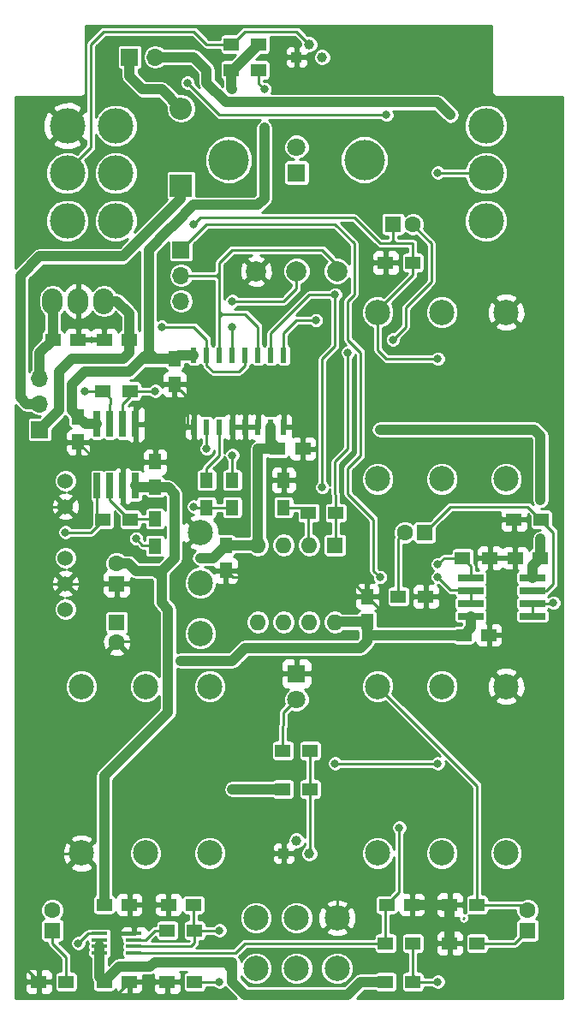
<source format=gtl>
G04 #@! TF.FileFunction,Copper,L1,Top,Signal*
%FSLAX46Y46*%
G04 Gerber Fmt 4.6, Leading zero omitted, Abs format (unit mm)*
G04 Created by KiCad (PCBNEW 4.0.1-stable) date 2017年08月20日日曜日 22:05:08*
%MOMM*%
G01*
G04 APERTURE LIST*
%ADD10C,0.100000*%
%ADD11C,2.500000*%
%ADD12R,1.600000X1.600000*%
%ADD13C,1.600000*%
%ADD14C,4.000000*%
%ADD15C,2.000000*%
%ADD16R,1.250000X1.500000*%
%ADD17R,1.500000X1.250000*%
%ADD18R,2.200000X2.200000*%
%ADD19O,2.200000X2.200000*%
%ADD20R,1.800000X1.800000*%
%ADD21C,1.800000*%
%ADD22R,1.700000X1.700000*%
%ADD23O,1.700000X1.700000*%
%ADD24C,1.000000*%
%ADD25R,1.000000X1.000000*%
%ADD26R,1.500000X1.300000*%
%ADD27R,1.300000X1.500000*%
%ADD28C,3.500000*%
%ADD29O,2.032000X2.540000*%
%ADD30O,1.600000X1.600000*%
%ADD31C,1.524000*%
%ADD32R,2.540000X0.720000*%
%ADD33R,1.600000X0.300000*%
%ADD34R,0.720000X2.540000*%
%ADD35R,0.600000X1.500000*%
%ADD36C,0.800000*%
%ADD37C,0.250000*%
%ADD38C,1.000000*%
%ADD39C,0.254000*%
G04 APERTURE END LIST*
D10*
D11*
X136300000Y-121750000D03*
X142650000Y-121750000D03*
X149000000Y-121750000D03*
X136300000Y-138250000D03*
X142650000Y-138250000D03*
X149000000Y-138250000D03*
D12*
X137795000Y-113030000D03*
D13*
X139795000Y-113030000D03*
D14*
X121570000Y-106680000D03*
D15*
X132270000Y-117680000D03*
X128270000Y-117680000D03*
X124270000Y-117680000D03*
D14*
X134970000Y-106680000D03*
D11*
X119700000Y-175250000D03*
X113350000Y-175250000D03*
X107000000Y-175250000D03*
X119700000Y-158750000D03*
X113350000Y-158750000D03*
X107000000Y-158750000D03*
X136300000Y-158750000D03*
X142650000Y-158750000D03*
X149000000Y-158750000D03*
X136300000Y-175250000D03*
X142650000Y-175250000D03*
X149000000Y-175250000D03*
D12*
X140970000Y-143510000D03*
D13*
X138970000Y-143510000D03*
D12*
X151130000Y-182880000D03*
D13*
X151130000Y-180880000D03*
D16*
X135255000Y-149880000D03*
X135255000Y-152380000D03*
D17*
X106660000Y-124460000D03*
X104160000Y-124460000D03*
X109240000Y-124460000D03*
X111740000Y-124460000D03*
D12*
X110490000Y-152400000D03*
D13*
X110490000Y-154400000D03*
D16*
X116205000Y-128885000D03*
X116205000Y-126385000D03*
D17*
X111740000Y-187960000D03*
X109240000Y-187960000D03*
D16*
X121285000Y-147300000D03*
X121285000Y-144800000D03*
D12*
X110490000Y-148590000D03*
D13*
X110490000Y-146590000D03*
D17*
X126385000Y-135255000D03*
X128885000Y-135255000D03*
X109240000Y-180340000D03*
X111740000Y-180340000D03*
X147300000Y-153670000D03*
X144800000Y-153670000D03*
X137180000Y-180340000D03*
X139680000Y-180340000D03*
X149880000Y-146050000D03*
X152380000Y-146050000D03*
X118090000Y-180340000D03*
X115590000Y-180340000D03*
D16*
X106680000Y-134600000D03*
X106680000Y-132100000D03*
D12*
X104140000Y-182880000D03*
D13*
X104140000Y-180880000D03*
D16*
X114300000Y-136545000D03*
X114300000Y-139045000D03*
D18*
X116840000Y-109220000D03*
D19*
X116840000Y-101600000D03*
D20*
X128270000Y-157480000D03*
D21*
X128270000Y-160020000D03*
D20*
X128270000Y-107950000D03*
D21*
X128270000Y-105410000D03*
D22*
X102870000Y-133350000D03*
D23*
X102870000Y-130810000D03*
X102870000Y-128270000D03*
D22*
X116840000Y-115570000D03*
D23*
X116840000Y-118110000D03*
X116840000Y-120650000D03*
D22*
X111760000Y-96520000D03*
D23*
X114300000Y-96520000D03*
D24*
X128270000Y-173990000D03*
X129540000Y-175260000D03*
D25*
X127000000Y-175260000D03*
D24*
X129540000Y-95250000D03*
X130810000Y-96520000D03*
D25*
X128270000Y-96520000D03*
D26*
X146130000Y-180340000D03*
X143430000Y-180340000D03*
X146130000Y-184150000D03*
X143430000Y-184150000D03*
X139780000Y-116840000D03*
X137080000Y-116840000D03*
D27*
X127000000Y-138350000D03*
X127000000Y-141050000D03*
D26*
X132160000Y-141605000D03*
X129460000Y-141605000D03*
X137080000Y-187960000D03*
X139780000Y-187960000D03*
X137080000Y-184150000D03*
X139780000Y-184150000D03*
X138350000Y-149860000D03*
X141050000Y-149860000D03*
X152480000Y-142240000D03*
X149780000Y-142240000D03*
X144700000Y-146050000D03*
X147400000Y-146050000D03*
X115490000Y-182880000D03*
X118190000Y-182880000D03*
X118190000Y-187960000D03*
X115490000Y-187960000D03*
D27*
X121920000Y-141050000D03*
X121920000Y-138350000D03*
X114300000Y-142160000D03*
X114300000Y-144860000D03*
D26*
X105490000Y-187960000D03*
X102790000Y-187960000D03*
D27*
X119380000Y-141050000D03*
X119380000Y-138350000D03*
D26*
X109140000Y-129540000D03*
X111840000Y-129540000D03*
X109140000Y-142240000D03*
X111840000Y-142240000D03*
X126920000Y-168910000D03*
X129620000Y-168910000D03*
X121840000Y-97790000D03*
X124540000Y-97790000D03*
X126920000Y-165100000D03*
X129620000Y-165100000D03*
X124540000Y-95250000D03*
X121840000Y-95250000D03*
D11*
X118745000Y-148510000D03*
X118745000Y-153510000D03*
X118745000Y-143510000D03*
X132270000Y-186650000D03*
X128270000Y-186650000D03*
X124270000Y-186650000D03*
X124270000Y-181650000D03*
X132270000Y-181650000D03*
X128270000Y-181650000D03*
D28*
X147000000Y-103300000D03*
X147000000Y-108000000D03*
X147000000Y-112700000D03*
X110410000Y-103300000D03*
X110410000Y-108000000D03*
X110410000Y-112700000D03*
X105590000Y-103300000D03*
X105590000Y-108000000D03*
X105590000Y-112700000D03*
D29*
X106680000Y-120650000D03*
X109220000Y-120650000D03*
X104140000Y-120650000D03*
D12*
X132080000Y-144780000D03*
D30*
X124460000Y-152400000D03*
X129540000Y-144780000D03*
X127000000Y-152400000D03*
X127000000Y-144780000D03*
X129540000Y-152400000D03*
X124460000Y-144780000D03*
X132080000Y-152400000D03*
D31*
X105410000Y-138430000D03*
X105410000Y-140970000D03*
X105410000Y-146050000D03*
X105410000Y-148590000D03*
X105410000Y-151130000D03*
D32*
X145500000Y-151805000D03*
X145500000Y-150535000D03*
X145500000Y-149265000D03*
X145500000Y-147995000D03*
X151600000Y-147995000D03*
X151600000Y-149265000D03*
X151600000Y-150535000D03*
X151600000Y-151805000D03*
D33*
X112190000Y-185125000D03*
X112190000Y-184475000D03*
X112190000Y-183825000D03*
X112190000Y-183175000D03*
X108790000Y-183175000D03*
X108790000Y-183825000D03*
X108790000Y-184475000D03*
X108790000Y-185125000D03*
D34*
X108545000Y-132800000D03*
X109815000Y-132800000D03*
X111085000Y-132800000D03*
X112355000Y-132800000D03*
X112355000Y-138900000D03*
X111085000Y-138900000D03*
X109815000Y-138900000D03*
X108545000Y-138900000D03*
D35*
X118110000Y-133090000D03*
X119380000Y-133090000D03*
X120650000Y-133090000D03*
X121920000Y-133090000D03*
X123190000Y-133090000D03*
X124460000Y-133090000D03*
X125730000Y-133090000D03*
X127000000Y-133090000D03*
X127000000Y-125990000D03*
X125730000Y-125990000D03*
X124460000Y-125990000D03*
X123190000Y-125990000D03*
X121920000Y-125990000D03*
X120650000Y-125990000D03*
X119380000Y-125990000D03*
X118110000Y-125990000D03*
D36*
X110490000Y-135255000D03*
X120015000Y-177800000D03*
X113665000Y-187960000D03*
X118110000Y-136525000D03*
X146050000Y-127635000D03*
X121285000Y-153670000D03*
X121920000Y-157480000D03*
X125730000Y-157480000D03*
X127000000Y-110490000D03*
X129540000Y-103505000D03*
X134620000Y-114300000D03*
X131445000Y-114300000D03*
X125095000Y-114300000D03*
X146050000Y-142240000D03*
X125095000Y-103505000D03*
X121920000Y-99695000D03*
X113010000Y-126365000D03*
X116840000Y-156210000D03*
X121920000Y-186055000D03*
X121920000Y-168910000D03*
X142240000Y-166370000D03*
X132080000Y-166370000D03*
X118110000Y-113030000D03*
X142240000Y-126365000D03*
X133350000Y-125730000D03*
X137795000Y-124460000D03*
X142240000Y-146685000D03*
X136525000Y-133350000D03*
X124460000Y-135255000D03*
X152400000Y-144145000D03*
X152400000Y-140335000D03*
X118745000Y-146050000D03*
X115570000Y-151130000D03*
X138430000Y-172720000D03*
X120650000Y-182880000D03*
X120650000Y-187960000D03*
X105410000Y-143510000D03*
X125095000Y-99695000D03*
X143510000Y-102235000D03*
X142240000Y-147955000D03*
X136525000Y-147955000D03*
X130810000Y-139065000D03*
X142240000Y-107950000D03*
X132080000Y-120015000D03*
X130175000Y-122555000D03*
X142240000Y-187960000D03*
X118110000Y-140970000D03*
X114300000Y-129540000D03*
X112395000Y-144145000D03*
X107315000Y-129540000D03*
X121920000Y-120650000D03*
X119380000Y-135255000D03*
X106680000Y-184150000D03*
X114935000Y-123190000D03*
X137160000Y-102235000D03*
X153670000Y-150495000D03*
X117475000Y-99060000D03*
X121920000Y-135890000D03*
X121920000Y-123190000D03*
D37*
X144780000Y-181690000D02*
X144860000Y-181610000D01*
X121285000Y-150495000D02*
X117475000Y-150495000D01*
X117475000Y-144780000D02*
X118745000Y-143510000D01*
X117475000Y-146685000D02*
X117475000Y-144780000D01*
X116840000Y-147320000D02*
X117475000Y-146685000D01*
X116840000Y-149860000D02*
X116840000Y-147320000D01*
X117475000Y-150495000D02*
X116840000Y-149860000D01*
X111125000Y-136545000D02*
X111125000Y-135890000D01*
X111125000Y-135890000D02*
X110490000Y-135255000D01*
X118110000Y-133090000D02*
X118110000Y-136525000D01*
X135890000Y-116840000D02*
X135255000Y-117475000D01*
X136525000Y-127635000D02*
X146050000Y-127635000D01*
X135255000Y-126365000D02*
X136525000Y-127635000D01*
X135255000Y-125095000D02*
X135255000Y-126365000D01*
X133985000Y-123825000D02*
X135255000Y-125095000D01*
X133985000Y-121285000D02*
X133985000Y-123825000D01*
X134620000Y-120650000D02*
X133985000Y-121285000D01*
X134620000Y-118110000D02*
X134620000Y-120650000D01*
X135255000Y-117475000D02*
X134620000Y-118110000D01*
X105410000Y-148590000D02*
X110490000Y-148590000D01*
X110490000Y-148590000D02*
X111760000Y-148590000D01*
X111760000Y-154305000D02*
X110585000Y-154305000D01*
X112395000Y-153670000D02*
X111760000Y-154305000D01*
X112395000Y-149225000D02*
X112395000Y-153670000D01*
X111760000Y-148590000D02*
X112395000Y-149225000D01*
X110585000Y-154305000D02*
X110490000Y-154400000D01*
X105410000Y-148590000D02*
X104140000Y-148590000D01*
X103505000Y-147955000D02*
X103505000Y-140970000D01*
X104140000Y-148590000D02*
X103505000Y-147955000D01*
X105410000Y-140970000D02*
X103505000Y-140970000D01*
X100965000Y-138430000D02*
X100965000Y-135255000D01*
X103505000Y-140970000D02*
X100965000Y-138430000D01*
X121285000Y-153670000D02*
X121285000Y-150495000D01*
X121285000Y-150495000D02*
X121285000Y-147300000D01*
X125730000Y-157480000D02*
X121920000Y-157480000D01*
X135255000Y-149880000D02*
X135255000Y-149860000D01*
X135255000Y-149860000D02*
X133350000Y-147955000D01*
X121940000Y-147955000D02*
X121285000Y-147300000D01*
X133350000Y-147955000D02*
X121940000Y-147955000D01*
X141050000Y-149860000D02*
X141050000Y-151050000D01*
X137160000Y-151765000D02*
X135275000Y-149880000D01*
X140335000Y-151765000D02*
X137160000Y-151765000D01*
X141050000Y-151050000D02*
X140335000Y-151765000D01*
X135275000Y-149880000D02*
X135255000Y-149880000D01*
X128885000Y-135255000D02*
X128885000Y-137775000D01*
X128270000Y-138390000D02*
X127040000Y-138390000D01*
X128885000Y-137775000D02*
X128270000Y-138390000D01*
X127040000Y-138390000D02*
X127000000Y-138350000D01*
X106660000Y-124460000D02*
X106660000Y-120670000D01*
X106660000Y-120670000D02*
X106680000Y-120650000D01*
X106680000Y-134600000D02*
X105430000Y-134600000D01*
X101600000Y-135890000D02*
X100965000Y-135255000D01*
X104140000Y-135890000D02*
X101600000Y-135890000D01*
X105430000Y-134600000D02*
X104140000Y-135890000D01*
X112355000Y-132800000D02*
X112355000Y-136545000D01*
X112395000Y-136525000D02*
X112395000Y-136545000D01*
X112375000Y-136525000D02*
X112395000Y-136525000D01*
X112355000Y-136545000D02*
X112375000Y-136525000D01*
X114300000Y-136545000D02*
X112395000Y-136545000D01*
X112395000Y-136545000D02*
X111125000Y-136545000D01*
X111125000Y-136545000D02*
X111085000Y-136545000D01*
X111085000Y-136545000D02*
X111085000Y-136525000D01*
X111085000Y-138900000D02*
X111085000Y-136525000D01*
X111085000Y-136525000D02*
X111125000Y-136525000D01*
X116840000Y-130810000D02*
X116205000Y-130810000D01*
X116205000Y-130810000D02*
X113665000Y-130810000D01*
X112395000Y-131445000D02*
X112395000Y-132760000D01*
X113030000Y-130810000D02*
X112395000Y-131445000D01*
X113665000Y-130810000D02*
X113030000Y-130810000D01*
X112395000Y-132760000D02*
X112355000Y-132800000D01*
X118110000Y-133090000D02*
X118110000Y-130810000D01*
X121920000Y-133090000D02*
X121920000Y-131445000D01*
X116205000Y-130175000D02*
X116205000Y-128885000D01*
X116840000Y-130810000D02*
X116205000Y-130175000D01*
X121285000Y-130810000D02*
X118110000Y-130810000D01*
X118110000Y-130810000D02*
X116840000Y-130810000D01*
X121920000Y-131445000D02*
X121285000Y-130810000D01*
X123190000Y-133090000D02*
X124460000Y-133090000D01*
X124460000Y-133090000D02*
X121920000Y-133090000D01*
X127000000Y-133090000D02*
X127000000Y-131445000D01*
X124460000Y-131445000D02*
X124460000Y-133090000D01*
X125095000Y-130810000D02*
X124460000Y-131445000D01*
X126365000Y-130810000D02*
X125095000Y-130810000D01*
X127000000Y-131445000D02*
X126365000Y-130810000D01*
X127000000Y-133090000D02*
X128010000Y-133090000D01*
X128885000Y-133965000D02*
X128885000Y-135255000D01*
X128010000Y-133090000D02*
X128885000Y-133965000D01*
X130175000Y-110490000D02*
X127000000Y-110490000D01*
X130810000Y-109855000D02*
X130175000Y-110490000D01*
X131445000Y-109220000D02*
X130810000Y-109855000D01*
X131445000Y-104140000D02*
X131445000Y-109220000D01*
X129540000Y-103505000D02*
X130810000Y-103505000D01*
X130810000Y-103505000D02*
X131445000Y-104140000D01*
X135890000Y-116840000D02*
X137080000Y-116840000D01*
X135255000Y-116205000D02*
X135890000Y-116840000D01*
X135255000Y-114935000D02*
X135255000Y-116205000D01*
X134620000Y-114300000D02*
X135255000Y-114935000D01*
X125095000Y-114300000D02*
X131445000Y-114300000D01*
X137080000Y-116840000D02*
X137080000Y-116760000D01*
X111125000Y-136525000D02*
X108585000Y-136525000D01*
X108585000Y-136525000D02*
X106680000Y-134620000D01*
X106680000Y-134620000D02*
X106680000Y-134600000D01*
X106680000Y-134600000D02*
X106680000Y-134620000D01*
X117475000Y-133090000D02*
X117475000Y-130175000D01*
X117475000Y-130175000D02*
X116820000Y-129520000D01*
X106660000Y-124460000D02*
X109240000Y-124460000D01*
X147400000Y-146050000D02*
X147400000Y-144860000D01*
X141050000Y-145970000D02*
X141050000Y-149860000D01*
X143510000Y-143510000D02*
X141050000Y-145970000D01*
X146050000Y-143510000D02*
X143510000Y-143510000D01*
X147400000Y-144860000D02*
X146050000Y-143510000D01*
X149860000Y-142240000D02*
X148590000Y-142240000D01*
X148590000Y-142240000D02*
X147320000Y-142240000D01*
X147320000Y-142240000D02*
X146050000Y-142240000D01*
X149880000Y-146050000D02*
X149880000Y-143610000D01*
X149880000Y-143610000D02*
X149860000Y-142240000D01*
X149000000Y-158750000D02*
X147300000Y-157050000D01*
X147300000Y-157050000D02*
X147300000Y-153670000D01*
X147300000Y-153670000D02*
X147300000Y-146150000D01*
X147300000Y-146150000D02*
X147400000Y-146050000D01*
X147400000Y-146050000D02*
X149880000Y-146050000D01*
X132270000Y-181650000D02*
X132270000Y-171260000D01*
X139680000Y-170200000D02*
X138430000Y-168950000D01*
X138430000Y-168950000D02*
X134660000Y-168950000D01*
X134660000Y-168950000D02*
X134620000Y-168910000D01*
X139680000Y-170200000D02*
X139680000Y-180340000D01*
X132270000Y-171260000D02*
X134620000Y-168910000D01*
X107000000Y-174940000D02*
X107000000Y-175250000D01*
X111740000Y-180340000D02*
X115590000Y-180340000D01*
X115590000Y-180340000D02*
X115570000Y-180320000D01*
X115570000Y-180320000D02*
X115570000Y-179070000D01*
X116840000Y-177800000D02*
X120015000Y-177800000D01*
X115570000Y-179070000D02*
X116840000Y-177800000D01*
X120015000Y-177800000D02*
X121920000Y-177800000D01*
X124460000Y-175260000D02*
X127000000Y-175260000D01*
X121920000Y-177800000D02*
X124460000Y-175260000D01*
X101600000Y-175260000D02*
X106990000Y-175260000D01*
X106990000Y-175260000D02*
X107000000Y-175250000D01*
X102790000Y-187960000D02*
X102790000Y-187880000D01*
X102790000Y-187880000D02*
X101600000Y-186690000D01*
X101600000Y-152400000D02*
X105410000Y-148590000D01*
X101600000Y-186690000D02*
X101600000Y-175260000D01*
X101600000Y-175260000D02*
X101600000Y-152400000D01*
X115490000Y-187960000D02*
X113665000Y-187960000D01*
X113665000Y-187960000D02*
X111740000Y-187960000D01*
X102790000Y-187960000D02*
X102790000Y-189150000D01*
X110470000Y-189230000D02*
X111740000Y-187960000D01*
X102870000Y-189230000D02*
X110470000Y-189230000D01*
X102790000Y-189150000D02*
X102870000Y-189230000D01*
X111740000Y-180340000D02*
X111740000Y-181590000D01*
X112190000Y-182040000D02*
X112190000Y-183175000D01*
X111740000Y-181590000D02*
X112190000Y-182040000D01*
D38*
X139680000Y-180340000D02*
X143430000Y-180340000D01*
X143430000Y-180340000D02*
X143430000Y-184150000D01*
X121920000Y-186690000D02*
X121285000Y-186055000D01*
X114300000Y-126385000D02*
X114300000Y-126365000D01*
X114300000Y-126365000D02*
X113665000Y-125730000D01*
X108790000Y-185125000D02*
X108790000Y-187510000D01*
D37*
X108790000Y-187510000D02*
X109240000Y-187960000D01*
D38*
X121840000Y-97790000D02*
X122000000Y-97790000D01*
X122000000Y-97790000D02*
X124540000Y-95250000D01*
X125095000Y-110490000D02*
X125095000Y-103505000D01*
X118110000Y-111125000D02*
X124460000Y-111125000D01*
X116205000Y-113030000D02*
X115570000Y-113665000D01*
X118110000Y-111125000D02*
X116205000Y-113030000D01*
X115570000Y-113665000D02*
X113665000Y-115570000D01*
X113665000Y-115570000D02*
X113665000Y-119380000D01*
X113665000Y-119380000D02*
X113665000Y-125730000D01*
X124460000Y-111125000D02*
X125095000Y-110490000D01*
X121840000Y-97790000D02*
X121840000Y-99615000D01*
X121840000Y-99615000D02*
X121920000Y-99695000D01*
X113665000Y-125730000D02*
X113030000Y-126365000D01*
X113010000Y-126365000D02*
X113030000Y-126365000D01*
X113030000Y-126365000D02*
X113010000Y-126365000D01*
X106045000Y-131445000D02*
X106680000Y-132100000D01*
X113010000Y-126365000D02*
X111760000Y-127635000D01*
X111760000Y-127635000D02*
X107315000Y-127635000D01*
X107315000Y-127635000D02*
X106045000Y-128905000D01*
X106045000Y-128905000D02*
X106045000Y-131445000D01*
X113030000Y-126365000D02*
X113030000Y-126385000D01*
X116205000Y-126385000D02*
X114300000Y-126385000D01*
X114300000Y-126385000D02*
X113030000Y-126385000D01*
X118110000Y-125990000D02*
X116600000Y-125990000D01*
X116600000Y-125990000D02*
X116205000Y-126385000D01*
X108545000Y-132800000D02*
X107380000Y-132800000D01*
X107380000Y-132800000D02*
X106680000Y-132100000D01*
X135255000Y-152380000D02*
X135255000Y-154305000D01*
X121920000Y-156210000D02*
X116840000Y-156210000D01*
X123190000Y-154940000D02*
X121920000Y-156210000D01*
X134620000Y-154940000D02*
X123190000Y-154940000D01*
X135255000Y-154305000D02*
X134620000Y-154940000D01*
X121920000Y-186055000D02*
X121285000Y-186055000D01*
X121285000Y-186055000D02*
X120015000Y-186055000D01*
X110744000Y-186436000D02*
X109240000Y-187940000D01*
X120015000Y-186055000D02*
X114300000Y-186055000D01*
X114300000Y-186055000D02*
X113792000Y-186436000D01*
X113792000Y-186436000D02*
X110744000Y-186436000D01*
X109240000Y-187940000D02*
X109240000Y-187960000D01*
X135255000Y-152380000D02*
X135255000Y-153670000D01*
X135255000Y-153670000D02*
X140970000Y-153670000D01*
X140970000Y-153670000D02*
X144800000Y-153670000D01*
X132080000Y-152400000D02*
X132100000Y-152380000D01*
X132100000Y-152380000D02*
X135255000Y-152380000D01*
X145500000Y-151805000D02*
X145500000Y-152970000D01*
X145500000Y-152970000D02*
X144800000Y-153670000D01*
X137080000Y-187960000D02*
X134620000Y-187960000D01*
X134620000Y-187960000D02*
X133350000Y-189230000D01*
X133350000Y-189230000D02*
X123190000Y-189230000D01*
X123190000Y-189230000D02*
X121920000Y-187960000D01*
X121920000Y-187960000D02*
X121920000Y-186690000D01*
X121920000Y-186690000D02*
X121920000Y-186055000D01*
X121920000Y-168910000D02*
X126920000Y-168910000D01*
X108790000Y-184475000D02*
X108790000Y-185125000D01*
D37*
X108790000Y-183825000D02*
X108790000Y-185125000D01*
D38*
X104160000Y-124460000D02*
X102870000Y-125730000D01*
X102870000Y-125730000D02*
X102870000Y-128270000D01*
X104160000Y-124460000D02*
X104160000Y-120670000D01*
X104160000Y-120670000D02*
X104140000Y-120650000D01*
X111740000Y-124460000D02*
X111760000Y-124480000D01*
X111760000Y-124480000D02*
X111760000Y-125730000D01*
X111760000Y-125730000D02*
X111125000Y-126365000D01*
X111125000Y-126365000D02*
X106045000Y-126365000D01*
X106045000Y-126365000D02*
X104775000Y-127635000D01*
X104775000Y-127635000D02*
X104775000Y-131445000D01*
X104775000Y-131445000D02*
X102870000Y-133350000D01*
X111740000Y-124460000D02*
X111740000Y-121900000D01*
X110490000Y-120650000D02*
X109220000Y-120650000D01*
X111740000Y-121900000D02*
X110490000Y-120650000D01*
D37*
X132080000Y-166370000D02*
X142240000Y-166370000D01*
X146130000Y-184150000D02*
X149860000Y-184150000D01*
X149860000Y-184150000D02*
X151130000Y-182880000D01*
X146130000Y-180340000D02*
X146130000Y-168580000D01*
X146130000Y-168580000D02*
X136300000Y-158750000D01*
X146130000Y-180340000D02*
X150590000Y-180340000D01*
X150590000Y-180340000D02*
X151130000Y-180880000D01*
X138049000Y-114935000D02*
X137795000Y-114681000D01*
X137795000Y-114681000D02*
X137541000Y-114935000D01*
X118745000Y-112395000D02*
X133985000Y-112395000D01*
X137541000Y-114935000D02*
X136525000Y-114935000D01*
X133985000Y-112395000D02*
X136525000Y-114935000D01*
X137795000Y-114935000D02*
X137541000Y-114935000D01*
X118745000Y-112395000D02*
X118745000Y-112395000D01*
X118110000Y-113030000D02*
X118745000Y-112395000D01*
X136300000Y-125505000D02*
X137160000Y-126365000D01*
X137160000Y-126365000D02*
X142240000Y-126365000D01*
X136300000Y-125505000D02*
X136300000Y-121750000D01*
X137795000Y-113030000D02*
X137795000Y-114935000D01*
X137795000Y-114935000D02*
X138049000Y-114935000D01*
X138049000Y-114935000D02*
X139780000Y-114935000D01*
X139780000Y-114935000D02*
X139700000Y-114935000D01*
X139700000Y-114935000D02*
X139780000Y-114935000D01*
X139780000Y-116840000D02*
X139780000Y-118030000D01*
X139780000Y-118030000D02*
X136300000Y-121510000D01*
X136300000Y-121510000D02*
X136300000Y-121750000D01*
X139780000Y-116840000D02*
X139780000Y-114935000D01*
X132160000Y-141605000D02*
X132160000Y-144700000D01*
X132160000Y-144700000D02*
X132080000Y-144780000D01*
X139795000Y-113030000D02*
X139795000Y-113125000D01*
X139795000Y-113125000D02*
X141605000Y-114935000D01*
X132160000Y-139780000D02*
X132160000Y-141605000D01*
X132080000Y-139700000D02*
X132160000Y-139780000D01*
X132080000Y-136525000D02*
X132080000Y-139700000D01*
X133350000Y-135255000D02*
X132080000Y-136525000D01*
X133350000Y-131445000D02*
X133350000Y-135255000D01*
X133350000Y-125730000D02*
X133350000Y-131445000D01*
X139065000Y-123190000D02*
X137795000Y-124460000D01*
X139065000Y-121285000D02*
X139065000Y-123190000D01*
X141605000Y-118745000D02*
X139065000Y-121285000D01*
X141605000Y-114935000D02*
X141605000Y-118745000D01*
X139780000Y-113110000D02*
X139700000Y-113030000D01*
X142875000Y-146050000D02*
X144700000Y-146050000D01*
X142240000Y-146685000D02*
X142875000Y-146050000D01*
X145500000Y-147995000D02*
X145500000Y-146850000D01*
X145500000Y-146850000D02*
X144700000Y-146050000D01*
D38*
X114935000Y-147955000D02*
X114300000Y-147320000D01*
X152400000Y-133985000D02*
X152400000Y-140335000D01*
X126385000Y-135255000D02*
X124460000Y-135255000D01*
X152380000Y-144165000D02*
X152400000Y-144145000D01*
X152380000Y-144165000D02*
X152380000Y-146050000D01*
X152400000Y-133985000D02*
X151765000Y-133350000D01*
X151765000Y-133350000D02*
X140970000Y-133350000D01*
X140970000Y-133350000D02*
X136525000Y-133350000D01*
X115570000Y-151130000D02*
X114935000Y-150495000D01*
X114935000Y-150495000D02*
X114935000Y-147955000D01*
X114935000Y-147955000D02*
X114935000Y-147320000D01*
X120015000Y-146050000D02*
X118745000Y-146050000D01*
X120015000Y-146050000D02*
X121285000Y-144800000D01*
X114935000Y-147320000D02*
X114300000Y-147320000D01*
X114300000Y-147320000D02*
X112395000Y-147320000D01*
X111665000Y-146590000D02*
X110490000Y-146590000D01*
X112395000Y-147320000D02*
X111665000Y-146590000D01*
X124460000Y-144780000D02*
X121305000Y-144780000D01*
X121305000Y-144780000D02*
X121285000Y-144800000D01*
X126385000Y-135255000D02*
X124460000Y-135255000D01*
X124460000Y-135255000D02*
X124460000Y-138430000D01*
X124460000Y-138430000D02*
X124460000Y-144780000D01*
X125730000Y-133090000D02*
X125730000Y-134600000D01*
X125730000Y-134600000D02*
X126385000Y-135255000D01*
X114300000Y-139045000D02*
X112500000Y-139045000D01*
X112500000Y-139045000D02*
X112355000Y-138900000D01*
X114935000Y-147320000D02*
X116205000Y-146050000D01*
X116205000Y-139700000D02*
X115590000Y-139085000D01*
X116205000Y-146050000D02*
X116205000Y-139700000D01*
X115590000Y-139085000D02*
X115570000Y-139065000D01*
X115570000Y-139065000D02*
X114300000Y-139045000D01*
X151600000Y-147995000D02*
X151600000Y-146830000D01*
X151600000Y-146830000D02*
X152380000Y-146050000D01*
X109240000Y-167620000D02*
X109240000Y-180340000D01*
D37*
X114935000Y-147320000D02*
X114935000Y-147320000D01*
X115570000Y-151130000D02*
X115570000Y-151130000D01*
D38*
X115570000Y-151130000D02*
X115570000Y-161290000D01*
X115570000Y-161290000D02*
X109240000Y-167620000D01*
D37*
X138430000Y-179070000D02*
X137180000Y-180320000D01*
X138430000Y-172720000D02*
X138430000Y-179070000D01*
X137180000Y-180320000D02*
X137180000Y-180340000D01*
X137160000Y-180320000D02*
X137180000Y-180340000D01*
X112190000Y-185125000D02*
X118540000Y-185125000D01*
X122215000Y-185125000D02*
X123190000Y-184150000D01*
X123190000Y-184150000D02*
X137080000Y-184150000D01*
X118540000Y-185125000D02*
X122215000Y-185125000D01*
X137080000Y-184150000D02*
X137080000Y-180440000D01*
X137080000Y-180440000D02*
X137180000Y-180340000D01*
X137180000Y-184250000D02*
X137080000Y-184150000D01*
X153670000Y-143510000D02*
X152480000Y-142320000D01*
X143510000Y-140970000D02*
X140970000Y-143510000D01*
X151130000Y-140970000D02*
X143510000Y-140970000D01*
X152480000Y-142320000D02*
X151130000Y-140970000D01*
X151600000Y-149265000D02*
X152995000Y-149265000D01*
X153670000Y-144700000D02*
X153670000Y-143510000D01*
X153670000Y-148590000D02*
X153670000Y-144700000D01*
X152995000Y-149265000D02*
X153670000Y-148590000D01*
X138970000Y-143510000D02*
X138350000Y-144130000D01*
X138350000Y-144130000D02*
X138350000Y-149860000D01*
X118090000Y-180340000D02*
X118090000Y-182780000D01*
X118090000Y-182780000D02*
X118190000Y-182880000D01*
X118190000Y-187960000D02*
X120650000Y-187960000D01*
X120650000Y-182880000D02*
X118190000Y-182880000D01*
X112190000Y-184475000D02*
X117785000Y-184475000D01*
X118190000Y-184070000D02*
X118190000Y-182880000D01*
X117785000Y-184475000D02*
X118190000Y-184070000D01*
X119700000Y-175250000D02*
X119690000Y-175260000D01*
X105490000Y-187960000D02*
X105490000Y-185500000D01*
X105490000Y-185500000D02*
X104140000Y-184150000D01*
X104140000Y-184150000D02*
X104140000Y-182880000D01*
X107950000Y-143510000D02*
X105410000Y-143510000D01*
X109140000Y-142320000D02*
X107950000Y-143510000D01*
X109140000Y-142240000D02*
X109140000Y-142320000D01*
X108545000Y-138900000D02*
X108545000Y-141645000D01*
X108545000Y-141645000D02*
X109140000Y-142240000D01*
D38*
X116840000Y-109220000D02*
X116840000Y-110490000D01*
X106680000Y-116205000D02*
X111125000Y-116205000D01*
X102870000Y-116205000D02*
X106680000Y-116205000D01*
X100965000Y-118110000D02*
X102870000Y-116205000D01*
X100965000Y-130175000D02*
X100965000Y-118110000D01*
X100965000Y-130175000D02*
X101600000Y-130810000D01*
X116840000Y-110490000D02*
X111125000Y-116205000D01*
X102870000Y-130810000D02*
X101600000Y-130810000D01*
X116840000Y-101600000D02*
X114935000Y-99695000D01*
X111760000Y-98425000D02*
X111760000Y-96520000D01*
X113030000Y-99695000D02*
X111760000Y-98425000D01*
X114935000Y-99695000D02*
X113030000Y-99695000D01*
D37*
X126920000Y-165100000D02*
X126920000Y-162640000D01*
X127000000Y-161290000D02*
X128270000Y-160020000D01*
X127000000Y-162560000D02*
X127000000Y-161290000D01*
X126920000Y-162640000D02*
X127000000Y-162560000D01*
X124540000Y-97790000D02*
X124540000Y-99140000D01*
X124540000Y-99140000D02*
X125095000Y-99695000D01*
D38*
X114300000Y-96520000D02*
X118110000Y-96520000D01*
X142240000Y-100965000D02*
X143510000Y-102235000D01*
X128270000Y-100965000D02*
X142240000Y-100965000D01*
X121285000Y-100965000D02*
X128270000Y-100965000D01*
X119380000Y-99060000D02*
X121285000Y-100965000D01*
X119380000Y-97790000D02*
X119380000Y-99060000D01*
X118110000Y-96520000D02*
X119380000Y-97790000D01*
D37*
X135890000Y-147320000D02*
X136525000Y-147955000D01*
X119380000Y-113030000D02*
X132080000Y-113030000D01*
X132080000Y-113030000D02*
X133985000Y-114935000D01*
X133985000Y-114935000D02*
X133985000Y-120015000D01*
X133985000Y-120015000D02*
X133350000Y-120650000D01*
X133350000Y-120650000D02*
X133350000Y-124460000D01*
X133350000Y-124460000D02*
X134620000Y-125730000D01*
X134620000Y-125730000D02*
X134620000Y-135890000D01*
X134620000Y-135890000D02*
X133350000Y-137160000D01*
X133350000Y-137160000D02*
X133350000Y-139700000D01*
X133350000Y-139700000D02*
X135890000Y-142240000D01*
X135890000Y-142240000D02*
X135890000Y-147320000D01*
X116840000Y-115570000D02*
X119380000Y-113030000D01*
X143510000Y-149225000D02*
X145460000Y-149225000D01*
X142240000Y-147955000D02*
X143510000Y-149225000D01*
X145460000Y-149225000D02*
X145500000Y-149265000D01*
X145500000Y-150535000D02*
X145500000Y-149265000D01*
X120650000Y-121666000D02*
X120904000Y-121920000D01*
X120904000Y-121920000D02*
X120650000Y-122174000D01*
X120650000Y-117856000D02*
X120396000Y-118110000D01*
X120396000Y-118110000D02*
X120650000Y-118364000D01*
X120650000Y-118110000D02*
X120650000Y-117856000D01*
X120650000Y-117856000D02*
X120650000Y-116840000D01*
X130810000Y-115570000D02*
X132080000Y-116840000D01*
X121920000Y-115570000D02*
X130810000Y-115570000D01*
X120650000Y-116840000D02*
X121920000Y-115570000D01*
X132080000Y-116840000D02*
X132080000Y-117490000D01*
X132080000Y-117490000D02*
X132270000Y-117680000D01*
X120650000Y-118110000D02*
X116840000Y-118110000D01*
X124460000Y-125990000D02*
X124460000Y-123190000D01*
X123190000Y-121920000D02*
X120650000Y-121920000D01*
X124460000Y-123190000D02*
X123190000Y-121920000D01*
X120650000Y-118110000D02*
X120650000Y-118364000D01*
X120650000Y-118364000D02*
X120650000Y-121666000D01*
X120650000Y-121666000D02*
X120650000Y-121920000D01*
X120650000Y-121920000D02*
X120650000Y-122174000D01*
X120650000Y-122174000D02*
X120650000Y-125990000D01*
X132270000Y-117680000D02*
X132080000Y-116840000D01*
X132080000Y-120015000D02*
X132080000Y-125095000D01*
X130810000Y-126365000D02*
X130810000Y-139065000D01*
X132080000Y-125095000D02*
X130810000Y-126365000D01*
X125730000Y-125990000D02*
X125730000Y-123825000D01*
X142290000Y-108000000D02*
X147000000Y-108000000D01*
X142240000Y-107950000D02*
X142290000Y-108000000D01*
X129540000Y-120015000D02*
X132080000Y-120015000D01*
X125730000Y-123825000D02*
X129540000Y-120015000D01*
X127000000Y-125990000D02*
X127000000Y-123825000D01*
X130175000Y-122555000D02*
X128270000Y-122555000D01*
X128270000Y-122555000D02*
X127000000Y-123825000D01*
X121840000Y-95250000D02*
X119380000Y-95250000D01*
X107950000Y-105410000D02*
X105590000Y-107770000D01*
X107950000Y-95250000D02*
X107950000Y-105410000D01*
X109220000Y-93980000D02*
X107950000Y-95250000D01*
X118110000Y-93980000D02*
X109220000Y-93980000D01*
X119380000Y-95250000D02*
X118110000Y-93980000D01*
X105590000Y-107770000D02*
X105590000Y-108000000D01*
X129540000Y-95250000D02*
X128270000Y-93980000D01*
X123190000Y-93980000D02*
X121920000Y-95250000D01*
X128270000Y-93980000D02*
X123190000Y-93980000D01*
X121920000Y-95250000D02*
X121840000Y-95250000D01*
X129460000Y-141605000D02*
X129460000Y-144700000D01*
X129460000Y-144700000D02*
X129540000Y-144780000D01*
X127000000Y-141050000D02*
X128905000Y-141050000D01*
X128905000Y-141050000D02*
X129460000Y-141605000D01*
X142240000Y-187960000D02*
X139780000Y-187960000D01*
X139780000Y-184150000D02*
X139780000Y-187960000D01*
X139680000Y-184050000D02*
X139780000Y-184150000D01*
D38*
X139840000Y-187800000D02*
X139680000Y-187960000D01*
D37*
X112190000Y-183825000D02*
X113355000Y-183825000D01*
X114300000Y-182880000D02*
X115490000Y-182880000D01*
X113355000Y-183825000D02*
X114300000Y-182880000D01*
X118190000Y-141050000D02*
X119380000Y-141050000D01*
X118110000Y-140970000D02*
X118190000Y-141050000D01*
X111840000Y-129540000D02*
X114300000Y-129540000D01*
X121920000Y-141050000D02*
X119380000Y-141050000D01*
X111840000Y-129540000D02*
X111840000Y-130095000D01*
X111840000Y-130095000D02*
X111085000Y-130850000D01*
X111085000Y-130850000D02*
X111085000Y-132800000D01*
X111840000Y-142240000D02*
X111760000Y-142240000D01*
X111760000Y-142240000D02*
X109815000Y-140295000D01*
X109815000Y-140295000D02*
X109815000Y-138900000D01*
X114300000Y-142160000D02*
X111920000Y-142160000D01*
X111920000Y-142160000D02*
X111840000Y-142240000D01*
X109140000Y-129540000D02*
X107315000Y-129540000D01*
X113030000Y-144780000D02*
X114220000Y-144780000D01*
X112395000Y-144145000D02*
X113030000Y-144780000D01*
X114220000Y-144780000D02*
X114300000Y-144860000D01*
X109855000Y-132840000D02*
X109815000Y-132800000D01*
X109815000Y-132800000D02*
X109815000Y-130850000D01*
X109855000Y-130255000D02*
X109140000Y-129540000D01*
X109855000Y-130810000D02*
X109855000Y-130255000D01*
X109815000Y-130850000D02*
X109855000Y-130810000D01*
X120650000Y-133090000D02*
X120650000Y-135890000D01*
X119380000Y-137160000D02*
X119380000Y-138350000D01*
X120650000Y-135890000D02*
X119380000Y-137160000D01*
X119380000Y-133090000D02*
X119380000Y-135255000D01*
X128270000Y-119380000D02*
X128270000Y-117680000D01*
X127000000Y-120650000D02*
X128270000Y-119380000D01*
X121920000Y-120650000D02*
X127000000Y-120650000D01*
X108790000Y-183175000D02*
X107655000Y-183175000D01*
X107655000Y-183175000D02*
X106680000Y-184150000D01*
X119380000Y-125990000D02*
X119380000Y-124460000D01*
X118110000Y-123190000D02*
X114935000Y-123190000D01*
X119380000Y-124460000D02*
X118110000Y-123190000D01*
X119380000Y-125990000D02*
X119380000Y-127000000D01*
X123190000Y-127000000D02*
X123190000Y-125990000D01*
X122555000Y-127635000D02*
X123190000Y-127000000D01*
X120015000Y-127635000D02*
X122555000Y-127635000D01*
X119380000Y-127000000D02*
X120015000Y-127635000D01*
X153630000Y-150535000D02*
X153670000Y-150495000D01*
X153630000Y-150535000D02*
X151600000Y-150535000D01*
X137160000Y-102235000D02*
X135890000Y-102235000D01*
X117475000Y-99060000D02*
X120650000Y-102235000D01*
X135890000Y-102235000D02*
X120650000Y-102235000D01*
X151560000Y-150495000D02*
X151600000Y-150535000D01*
X151600000Y-151805000D02*
X151600000Y-150535000D01*
X150410000Y-151725000D02*
X151725000Y-151725000D01*
X129620000Y-168910000D02*
X129620000Y-175180000D01*
X129620000Y-175180000D02*
X129540000Y-175260000D01*
X129620000Y-165100000D02*
X129620000Y-168910000D01*
X121920000Y-125990000D02*
X121920000Y-123190000D01*
X121920000Y-135890000D02*
X121920000Y-138350000D01*
D39*
G36*
X147569000Y-100000000D02*
X147601808Y-100164937D01*
X147695237Y-100304763D01*
X147835063Y-100398192D01*
X148000000Y-100431000D01*
X154569000Y-100431000D01*
X154569000Y-189569000D01*
X134256922Y-189569000D01*
X134984922Y-188841000D01*
X136025894Y-188841000D01*
X136051546Y-188880865D01*
X136178866Y-188967859D01*
X136330000Y-188998464D01*
X137830000Y-188998464D01*
X137971190Y-188971897D01*
X138100865Y-188888454D01*
X138187859Y-188761134D01*
X138218464Y-188610000D01*
X138218464Y-187310000D01*
X138191897Y-187168810D01*
X138108454Y-187039135D01*
X137981134Y-186952141D01*
X137830000Y-186921536D01*
X136330000Y-186921536D01*
X136188810Y-186948103D01*
X136059135Y-187031546D01*
X136026711Y-187079000D01*
X134620000Y-187079000D01*
X134282856Y-187146062D01*
X133997039Y-187337039D01*
X132985078Y-188349000D01*
X123554922Y-188349000D01*
X122801000Y-187595078D01*
X122801000Y-187365756D01*
X122886499Y-187572680D01*
X123344907Y-188031888D01*
X123944151Y-188280716D01*
X124593003Y-188281282D01*
X125192680Y-188033501D01*
X125651888Y-187575093D01*
X125900716Y-186975849D01*
X125900718Y-186973003D01*
X126638718Y-186973003D01*
X126886499Y-187572680D01*
X127344907Y-188031888D01*
X127944151Y-188280716D01*
X128593003Y-188281282D01*
X129192680Y-188033501D01*
X129651888Y-187575093D01*
X129900716Y-186975849D01*
X129900718Y-186973003D01*
X130638718Y-186973003D01*
X130886499Y-187572680D01*
X131344907Y-188031888D01*
X131944151Y-188280716D01*
X132593003Y-188281282D01*
X133192680Y-188033501D01*
X133651888Y-187575093D01*
X133900716Y-186975849D01*
X133901282Y-186326997D01*
X133653501Y-185727320D01*
X133195093Y-185268112D01*
X132595849Y-185019284D01*
X131946997Y-185018718D01*
X131347320Y-185266499D01*
X130888112Y-185724907D01*
X130639284Y-186324151D01*
X130638718Y-186973003D01*
X129900718Y-186973003D01*
X129901282Y-186326997D01*
X129653501Y-185727320D01*
X129195093Y-185268112D01*
X128595849Y-185019284D01*
X127946997Y-185018718D01*
X127347320Y-185266499D01*
X126888112Y-185724907D01*
X126639284Y-186324151D01*
X126638718Y-186973003D01*
X125900718Y-186973003D01*
X125901282Y-186326997D01*
X125653501Y-185727320D01*
X125195093Y-185268112D01*
X124595849Y-185019284D01*
X123946997Y-185018718D01*
X123347320Y-185266499D01*
X122888112Y-185724907D01*
X122784821Y-185973660D01*
X122733938Y-185717856D01*
X122575242Y-185480350D01*
X123399592Y-184656000D01*
X135941536Y-184656000D01*
X135941536Y-184800000D01*
X135968103Y-184941190D01*
X136051546Y-185070865D01*
X136178866Y-185157859D01*
X136330000Y-185188464D01*
X137830000Y-185188464D01*
X137971190Y-185161897D01*
X138100865Y-185078454D01*
X138187859Y-184951134D01*
X138218464Y-184800000D01*
X138218464Y-183500000D01*
X138641536Y-183500000D01*
X138641536Y-184800000D01*
X138668103Y-184941190D01*
X138751546Y-185070865D01*
X138878866Y-185157859D01*
X139030000Y-185188464D01*
X139274000Y-185188464D01*
X139274000Y-186921536D01*
X139030000Y-186921536D01*
X138888810Y-186948103D01*
X138759135Y-187031546D01*
X138672141Y-187158866D01*
X138641536Y-187310000D01*
X138641536Y-188610000D01*
X138668103Y-188751190D01*
X138751546Y-188880865D01*
X138878866Y-188967859D01*
X139030000Y-188998464D01*
X140530000Y-188998464D01*
X140671190Y-188971897D01*
X140800865Y-188888454D01*
X140887859Y-188761134D01*
X140918464Y-188610000D01*
X140918464Y-188466000D01*
X141641579Y-188466000D01*
X141797021Y-188621714D01*
X142083968Y-188740864D01*
X142394669Y-188741136D01*
X142681823Y-188622486D01*
X142901714Y-188402979D01*
X143020864Y-188116032D01*
X143021136Y-187805331D01*
X142902486Y-187518177D01*
X142682979Y-187298286D01*
X142396032Y-187179136D01*
X142085331Y-187178864D01*
X141798177Y-187297514D01*
X141641417Y-187454000D01*
X140918464Y-187454000D01*
X140918464Y-187310000D01*
X140891897Y-187168810D01*
X140808454Y-187039135D01*
X140681134Y-186952141D01*
X140530000Y-186921536D01*
X140286000Y-186921536D01*
X140286000Y-185188464D01*
X140530000Y-185188464D01*
X140671190Y-185161897D01*
X140800865Y-185078454D01*
X140887859Y-184951134D01*
X140918464Y-184800000D01*
X140918464Y-184435750D01*
X142045000Y-184435750D01*
X142045000Y-184926310D01*
X142141673Y-185159699D01*
X142320302Y-185338327D01*
X142553691Y-185435000D01*
X143144250Y-185435000D01*
X143303000Y-185276250D01*
X143303000Y-184277000D01*
X143557000Y-184277000D01*
X143557000Y-185276250D01*
X143715750Y-185435000D01*
X144306309Y-185435000D01*
X144539698Y-185338327D01*
X144718327Y-185159699D01*
X144815000Y-184926310D01*
X144815000Y-184435750D01*
X144656250Y-184277000D01*
X143557000Y-184277000D01*
X143303000Y-184277000D01*
X142203750Y-184277000D01*
X142045000Y-184435750D01*
X140918464Y-184435750D01*
X140918464Y-183500000D01*
X140894697Y-183373690D01*
X142045000Y-183373690D01*
X142045000Y-183864250D01*
X142203750Y-184023000D01*
X143303000Y-184023000D01*
X143303000Y-183023750D01*
X143557000Y-183023750D01*
X143557000Y-184023000D01*
X144656250Y-184023000D01*
X144815000Y-183864250D01*
X144815000Y-183373690D01*
X144718327Y-183140301D01*
X144539698Y-182961673D01*
X144306309Y-182865000D01*
X143715750Y-182865000D01*
X143557000Y-183023750D01*
X143303000Y-183023750D01*
X143144250Y-182865000D01*
X142553691Y-182865000D01*
X142320302Y-182961673D01*
X142141673Y-183140301D01*
X142045000Y-183373690D01*
X140894697Y-183373690D01*
X140891897Y-183358810D01*
X140808454Y-183229135D01*
X140681134Y-183142141D01*
X140530000Y-183111536D01*
X139030000Y-183111536D01*
X138888810Y-183138103D01*
X138759135Y-183221546D01*
X138672141Y-183348866D01*
X138641536Y-183500000D01*
X138218464Y-183500000D01*
X138191897Y-183358810D01*
X138108454Y-183229135D01*
X137981134Y-183142141D01*
X137830000Y-183111536D01*
X137586000Y-183111536D01*
X137586000Y-181353464D01*
X137930000Y-181353464D01*
X138071190Y-181326897D01*
X138200865Y-181243454D01*
X138287859Y-181116134D01*
X138295000Y-181080870D01*
X138295000Y-181091310D01*
X138391673Y-181324699D01*
X138570302Y-181503327D01*
X138803691Y-181600000D01*
X139394250Y-181600000D01*
X139553000Y-181441250D01*
X139553000Y-180467000D01*
X139807000Y-180467000D01*
X139807000Y-181441250D01*
X139965750Y-181600000D01*
X140556309Y-181600000D01*
X140789698Y-181503327D01*
X140968327Y-181324699D01*
X141065000Y-181091310D01*
X141065000Y-180625750D01*
X142045000Y-180625750D01*
X142045000Y-181116310D01*
X142141673Y-181349699D01*
X142320302Y-181528327D01*
X142553691Y-181625000D01*
X143144250Y-181625000D01*
X143303000Y-181466250D01*
X143303000Y-180467000D01*
X142203750Y-180467000D01*
X142045000Y-180625750D01*
X141065000Y-180625750D01*
X140906250Y-180467000D01*
X139807000Y-180467000D01*
X139553000Y-180467000D01*
X139533000Y-180467000D01*
X139533000Y-180213000D01*
X139553000Y-180213000D01*
X139553000Y-179238750D01*
X139807000Y-179238750D01*
X139807000Y-180213000D01*
X140906250Y-180213000D01*
X141065000Y-180054250D01*
X141065000Y-179588690D01*
X141054645Y-179563690D01*
X142045000Y-179563690D01*
X142045000Y-180054250D01*
X142203750Y-180213000D01*
X143303000Y-180213000D01*
X143303000Y-179213750D01*
X143557000Y-179213750D01*
X143557000Y-180213000D01*
X144656250Y-180213000D01*
X144815000Y-180054250D01*
X144815000Y-179563690D01*
X144718327Y-179330301D01*
X144539698Y-179151673D01*
X144306309Y-179055000D01*
X143715750Y-179055000D01*
X143557000Y-179213750D01*
X143303000Y-179213750D01*
X143144250Y-179055000D01*
X142553691Y-179055000D01*
X142320302Y-179151673D01*
X142141673Y-179330301D01*
X142045000Y-179563690D01*
X141054645Y-179563690D01*
X140968327Y-179355301D01*
X140789698Y-179176673D01*
X140556309Y-179080000D01*
X139965750Y-179080000D01*
X139807000Y-179238750D01*
X139553000Y-179238750D01*
X139394250Y-179080000D01*
X138934011Y-179080000D01*
X138936000Y-179070000D01*
X138936000Y-175573003D01*
X141018718Y-175573003D01*
X141266499Y-176172680D01*
X141724907Y-176631888D01*
X142324151Y-176880716D01*
X142973003Y-176881282D01*
X143572680Y-176633501D01*
X144031888Y-176175093D01*
X144280716Y-175575849D01*
X144281282Y-174926997D01*
X144033501Y-174327320D01*
X143575093Y-173868112D01*
X142975849Y-173619284D01*
X142326997Y-173618718D01*
X141727320Y-173866499D01*
X141268112Y-174324907D01*
X141019284Y-174924151D01*
X141018718Y-175573003D01*
X138936000Y-175573003D01*
X138936000Y-173318421D01*
X139091714Y-173162979D01*
X139210864Y-172876032D01*
X139211136Y-172565331D01*
X139092486Y-172278177D01*
X138872979Y-172058286D01*
X138586032Y-171939136D01*
X138275331Y-171938864D01*
X137988177Y-172057514D01*
X137768286Y-172277021D01*
X137649136Y-172563968D01*
X137648864Y-172874669D01*
X137767514Y-173161823D01*
X137924000Y-173318583D01*
X137924000Y-174909373D01*
X137683501Y-174327320D01*
X137225093Y-173868112D01*
X136625849Y-173619284D01*
X135976997Y-173618718D01*
X135377320Y-173866499D01*
X134918112Y-174324907D01*
X134669284Y-174924151D01*
X134668718Y-175573003D01*
X134916499Y-176172680D01*
X135374907Y-176631888D01*
X135974151Y-176880716D01*
X136623003Y-176881282D01*
X137222680Y-176633501D01*
X137681888Y-176175093D01*
X137924000Y-175592023D01*
X137924000Y-178860408D01*
X137457872Y-179326536D01*
X136430000Y-179326536D01*
X136288810Y-179353103D01*
X136159135Y-179436546D01*
X136072141Y-179563866D01*
X136041536Y-179715000D01*
X136041536Y-180965000D01*
X136068103Y-181106190D01*
X136151546Y-181235865D01*
X136278866Y-181322859D01*
X136430000Y-181353464D01*
X136574000Y-181353464D01*
X136574000Y-183111536D01*
X136330000Y-183111536D01*
X136188810Y-183138103D01*
X136059135Y-183221546D01*
X135972141Y-183348866D01*
X135941536Y-183500000D01*
X135941536Y-183644000D01*
X123190000Y-183644000D01*
X122996362Y-183682517D01*
X122832204Y-183792204D01*
X122005408Y-184619000D01*
X118356592Y-184619000D01*
X118547796Y-184427796D01*
X118657483Y-184263638D01*
X118696000Y-184070000D01*
X118696000Y-183918464D01*
X118940000Y-183918464D01*
X119081190Y-183891897D01*
X119210865Y-183808454D01*
X119297859Y-183681134D01*
X119328464Y-183530000D01*
X119328464Y-183386000D01*
X120051579Y-183386000D01*
X120207021Y-183541714D01*
X120493968Y-183660864D01*
X120804669Y-183661136D01*
X121091823Y-183542486D01*
X121311714Y-183322979D01*
X121430864Y-183036032D01*
X121431136Y-182725331D01*
X121312486Y-182438177D01*
X121092979Y-182218286D01*
X120806032Y-182099136D01*
X120495331Y-182098864D01*
X120208177Y-182217514D01*
X120051417Y-182374000D01*
X119328464Y-182374000D01*
X119328464Y-182230000D01*
X119301897Y-182088810D01*
X119227378Y-181973003D01*
X122638718Y-181973003D01*
X122886499Y-182572680D01*
X123344907Y-183031888D01*
X123944151Y-183280716D01*
X124593003Y-183281282D01*
X125192680Y-183033501D01*
X125651888Y-182575093D01*
X125900716Y-181975849D01*
X125900718Y-181973003D01*
X126638718Y-181973003D01*
X126886499Y-182572680D01*
X127344907Y-183031888D01*
X127944151Y-183280716D01*
X128593003Y-183281282D01*
X129192680Y-183033501D01*
X129242948Y-182983320D01*
X131116285Y-182983320D01*
X131245533Y-183276123D01*
X131945806Y-183544388D01*
X132695435Y-183524250D01*
X133294467Y-183276123D01*
X133423715Y-182983320D01*
X132270000Y-181829605D01*
X131116285Y-182983320D01*
X129242948Y-182983320D01*
X129651888Y-182575093D01*
X129900716Y-181975849D01*
X129901282Y-181326997D01*
X129900790Y-181325806D01*
X130375612Y-181325806D01*
X130395750Y-182075435D01*
X130643877Y-182674467D01*
X130936680Y-182803715D01*
X132090395Y-181650000D01*
X132449605Y-181650000D01*
X133603320Y-182803715D01*
X133896123Y-182674467D01*
X134164388Y-181974194D01*
X134144250Y-181224565D01*
X133896123Y-180625533D01*
X133603320Y-180496285D01*
X132449605Y-181650000D01*
X132090395Y-181650000D01*
X130936680Y-180496285D01*
X130643877Y-180625533D01*
X130375612Y-181325806D01*
X129900790Y-181325806D01*
X129653501Y-180727320D01*
X129243577Y-180316680D01*
X131116285Y-180316680D01*
X132270000Y-181470395D01*
X133423715Y-180316680D01*
X133294467Y-180023877D01*
X132594194Y-179755612D01*
X131844565Y-179775750D01*
X131245533Y-180023877D01*
X131116285Y-180316680D01*
X129243577Y-180316680D01*
X129195093Y-180268112D01*
X128595849Y-180019284D01*
X127946997Y-180018718D01*
X127347320Y-180266499D01*
X126888112Y-180724907D01*
X126639284Y-181324151D01*
X126638718Y-181973003D01*
X125900718Y-181973003D01*
X125901282Y-181326997D01*
X125653501Y-180727320D01*
X125195093Y-180268112D01*
X124595849Y-180019284D01*
X123946997Y-180018718D01*
X123347320Y-180266499D01*
X122888112Y-180724907D01*
X122639284Y-181324151D01*
X122638718Y-181973003D01*
X119227378Y-181973003D01*
X119218454Y-181959135D01*
X119091134Y-181872141D01*
X118940000Y-181841536D01*
X118596000Y-181841536D01*
X118596000Y-181353464D01*
X118840000Y-181353464D01*
X118981190Y-181326897D01*
X119110865Y-181243454D01*
X119197859Y-181116134D01*
X119228464Y-180965000D01*
X119228464Y-179715000D01*
X119201897Y-179573810D01*
X119118454Y-179444135D01*
X118991134Y-179357141D01*
X118840000Y-179326536D01*
X117340000Y-179326536D01*
X117198810Y-179353103D01*
X117069135Y-179436546D01*
X116982141Y-179563866D01*
X116975000Y-179599130D01*
X116975000Y-179588690D01*
X116878327Y-179355301D01*
X116699698Y-179176673D01*
X116466309Y-179080000D01*
X115875750Y-179080000D01*
X115717000Y-179238750D01*
X115717000Y-180213000D01*
X115737000Y-180213000D01*
X115737000Y-180467000D01*
X115717000Y-180467000D01*
X115717000Y-181441250D01*
X115875750Y-181600000D01*
X116466309Y-181600000D01*
X116699698Y-181503327D01*
X116878327Y-181324699D01*
X116975000Y-181091310D01*
X116975000Y-181089699D01*
X116978103Y-181106190D01*
X117061546Y-181235865D01*
X117188866Y-181322859D01*
X117340000Y-181353464D01*
X117584000Y-181353464D01*
X117584000Y-181841536D01*
X117440000Y-181841536D01*
X117298810Y-181868103D01*
X117169135Y-181951546D01*
X117082141Y-182078866D01*
X117051536Y-182230000D01*
X117051536Y-183530000D01*
X117078103Y-183671190D01*
X117161546Y-183800865D01*
X117288866Y-183887859D01*
X117440000Y-183918464D01*
X117625944Y-183918464D01*
X117575408Y-183969000D01*
X113926592Y-183969000D01*
X114353762Y-183541830D01*
X114378103Y-183671190D01*
X114461546Y-183800865D01*
X114588866Y-183887859D01*
X114740000Y-183918464D01*
X116240000Y-183918464D01*
X116381190Y-183891897D01*
X116510865Y-183808454D01*
X116597859Y-183681134D01*
X116628464Y-183530000D01*
X116628464Y-182230000D01*
X116601897Y-182088810D01*
X116518454Y-181959135D01*
X116391134Y-181872141D01*
X116240000Y-181841536D01*
X114740000Y-181841536D01*
X114598810Y-181868103D01*
X114469135Y-181951546D01*
X114382141Y-182078866D01*
X114351536Y-182230000D01*
X114351536Y-182374000D01*
X114300000Y-182374000D01*
X114106362Y-182412517D01*
X113942204Y-182522204D01*
X113607636Y-182856772D01*
X113528327Y-182665302D01*
X113349699Y-182486673D01*
X113116310Y-182390000D01*
X112475750Y-182390000D01*
X112317000Y-182548750D01*
X112317000Y-183100000D01*
X112337000Y-183100000D01*
X112337000Y-183250000D01*
X112317000Y-183250000D01*
X112317000Y-183286536D01*
X112063000Y-183286536D01*
X112063000Y-183250000D01*
X110913750Y-183250000D01*
X110755000Y-183408750D01*
X110755000Y-183451309D01*
X110851673Y-183684698D01*
X111001536Y-183834562D01*
X111001536Y-183975000D01*
X111028103Y-184116190D01*
X111049175Y-184148936D01*
X111032141Y-184173866D01*
X111001536Y-184325000D01*
X111001536Y-184625000D01*
X111028103Y-184766190D01*
X111049175Y-184798936D01*
X111032141Y-184823866D01*
X111001536Y-184975000D01*
X111001536Y-185275000D01*
X111028103Y-185416190D01*
X111111546Y-185545865D01*
X111124916Y-185555000D01*
X110744000Y-185555000D01*
X110406856Y-185622062D01*
X110121039Y-185813039D01*
X109671000Y-186263078D01*
X109671000Y-185648223D01*
X109731190Y-185636897D01*
X109860865Y-185553454D01*
X109947859Y-185426134D01*
X109978464Y-185275000D01*
X109978464Y-184975000D01*
X109951897Y-184833810D01*
X109930825Y-184801064D01*
X109947859Y-184776134D01*
X109978464Y-184625000D01*
X109978464Y-184325000D01*
X109951897Y-184183810D01*
X109930825Y-184151064D01*
X109947859Y-184126134D01*
X109978464Y-183975000D01*
X109978464Y-183675000D01*
X109951897Y-183533810D01*
X109930825Y-183501064D01*
X109947859Y-183476134D01*
X109978464Y-183325000D01*
X109978464Y-183025000D01*
X109954698Y-182898691D01*
X110755000Y-182898691D01*
X110755000Y-182941250D01*
X110913750Y-183100000D01*
X112063000Y-183100000D01*
X112063000Y-182548750D01*
X111904250Y-182390000D01*
X111263690Y-182390000D01*
X111030301Y-182486673D01*
X110851673Y-182665302D01*
X110755000Y-182898691D01*
X109954698Y-182898691D01*
X109951897Y-182883810D01*
X109868454Y-182754135D01*
X109741134Y-182667141D01*
X109590000Y-182636536D01*
X107990000Y-182636536D01*
X107848810Y-182663103D01*
X107839646Y-182669000D01*
X107655000Y-182669000D01*
X107461362Y-182707517D01*
X107297204Y-182817204D01*
X106745351Y-183369057D01*
X106525331Y-183368864D01*
X106238177Y-183487514D01*
X106018286Y-183707021D01*
X105899136Y-183993968D01*
X105898864Y-184304669D01*
X106017514Y-184591823D01*
X106237021Y-184811714D01*
X106523968Y-184930864D01*
X106834669Y-184931136D01*
X107121823Y-184812486D01*
X107341714Y-184592979D01*
X107460864Y-184306032D01*
X107461058Y-184084534D01*
X107601536Y-183944056D01*
X107601536Y-183975000D01*
X107628103Y-184116190D01*
X107649175Y-184148936D01*
X107632141Y-184173866D01*
X107601536Y-184325000D01*
X107601536Y-184625000D01*
X107628103Y-184766190D01*
X107649175Y-184798936D01*
X107632141Y-184823866D01*
X107601536Y-184975000D01*
X107601536Y-185275000D01*
X107628103Y-185416190D01*
X107711546Y-185545865D01*
X107838866Y-185632859D01*
X107909000Y-185647061D01*
X107909000Y-187510000D01*
X107976062Y-187847144D01*
X108101536Y-188034929D01*
X108101536Y-188585000D01*
X108128103Y-188726190D01*
X108211546Y-188855865D01*
X108338866Y-188942859D01*
X108490000Y-188973464D01*
X109990000Y-188973464D01*
X110131190Y-188946897D01*
X110260865Y-188863454D01*
X110347859Y-188736134D01*
X110355000Y-188700870D01*
X110355000Y-188711310D01*
X110451673Y-188944699D01*
X110630302Y-189123327D01*
X110863691Y-189220000D01*
X111454250Y-189220000D01*
X111613000Y-189061250D01*
X111613000Y-188087000D01*
X111867000Y-188087000D01*
X111867000Y-189061250D01*
X112025750Y-189220000D01*
X112616309Y-189220000D01*
X112849698Y-189123327D01*
X113028327Y-188944699D01*
X113125000Y-188711310D01*
X113125000Y-188245750D01*
X114105000Y-188245750D01*
X114105000Y-188736310D01*
X114201673Y-188969699D01*
X114380302Y-189148327D01*
X114613691Y-189245000D01*
X115204250Y-189245000D01*
X115363000Y-189086250D01*
X115363000Y-188087000D01*
X115617000Y-188087000D01*
X115617000Y-189086250D01*
X115775750Y-189245000D01*
X116366309Y-189245000D01*
X116599698Y-189148327D01*
X116778327Y-188969699D01*
X116875000Y-188736310D01*
X116875000Y-188245750D01*
X116716250Y-188087000D01*
X115617000Y-188087000D01*
X115363000Y-188087000D01*
X114263750Y-188087000D01*
X114105000Y-188245750D01*
X113125000Y-188245750D01*
X112966250Y-188087000D01*
X111867000Y-188087000D01*
X111613000Y-188087000D01*
X111593000Y-188087000D01*
X111593000Y-187833000D01*
X111613000Y-187833000D01*
X111613000Y-187813000D01*
X111867000Y-187813000D01*
X111867000Y-187833000D01*
X112966250Y-187833000D01*
X113125000Y-187674250D01*
X113125000Y-187317000D01*
X113792000Y-187317000D01*
X113900344Y-187295449D01*
X114010648Y-187289437D01*
X114067407Y-187262218D01*
X114105000Y-187254741D01*
X114105000Y-187674250D01*
X114263750Y-187833000D01*
X115363000Y-187833000D01*
X115363000Y-187813000D01*
X115617000Y-187813000D01*
X115617000Y-187833000D01*
X116716250Y-187833000D01*
X116875000Y-187674250D01*
X116875000Y-187183690D01*
X116778327Y-186950301D01*
X116764026Y-186936000D01*
X117363131Y-186936000D01*
X117298810Y-186948103D01*
X117169135Y-187031546D01*
X117082141Y-187158866D01*
X117051536Y-187310000D01*
X117051536Y-188610000D01*
X117078103Y-188751190D01*
X117161546Y-188880865D01*
X117288866Y-188967859D01*
X117440000Y-188998464D01*
X118940000Y-188998464D01*
X119081190Y-188971897D01*
X119210865Y-188888454D01*
X119297859Y-188761134D01*
X119328464Y-188610000D01*
X119328464Y-188466000D01*
X120051579Y-188466000D01*
X120207021Y-188621714D01*
X120493968Y-188740864D01*
X120804669Y-188741136D01*
X121091823Y-188622486D01*
X121230770Y-188483782D01*
X121297039Y-188582961D01*
X122283078Y-189569000D01*
X100431000Y-189569000D01*
X100431000Y-188245750D01*
X101405000Y-188245750D01*
X101405000Y-188736310D01*
X101501673Y-188969699D01*
X101680302Y-189148327D01*
X101913691Y-189245000D01*
X102504250Y-189245000D01*
X102663000Y-189086250D01*
X102663000Y-188087000D01*
X102917000Y-188087000D01*
X102917000Y-189086250D01*
X103075750Y-189245000D01*
X103666309Y-189245000D01*
X103899698Y-189148327D01*
X104078327Y-188969699D01*
X104175000Y-188736310D01*
X104175000Y-188245750D01*
X104016250Y-188087000D01*
X102917000Y-188087000D01*
X102663000Y-188087000D01*
X101563750Y-188087000D01*
X101405000Y-188245750D01*
X100431000Y-188245750D01*
X100431000Y-187183690D01*
X101405000Y-187183690D01*
X101405000Y-187674250D01*
X101563750Y-187833000D01*
X102663000Y-187833000D01*
X102663000Y-186833750D01*
X102917000Y-186833750D01*
X102917000Y-187833000D01*
X104016250Y-187833000D01*
X104175000Y-187674250D01*
X104175000Y-187183690D01*
X104078327Y-186950301D01*
X103899698Y-186771673D01*
X103666309Y-186675000D01*
X103075750Y-186675000D01*
X102917000Y-186833750D01*
X102663000Y-186833750D01*
X102504250Y-186675000D01*
X101913691Y-186675000D01*
X101680302Y-186771673D01*
X101501673Y-186950301D01*
X101405000Y-187183690D01*
X100431000Y-187183690D01*
X100431000Y-182080000D01*
X102951536Y-182080000D01*
X102951536Y-183680000D01*
X102978103Y-183821190D01*
X103061546Y-183950865D01*
X103188866Y-184037859D01*
X103340000Y-184068464D01*
X103634000Y-184068464D01*
X103634000Y-184150000D01*
X103672517Y-184343638D01*
X103782204Y-184507796D01*
X104984000Y-185709592D01*
X104984000Y-186921536D01*
X104740000Y-186921536D01*
X104598810Y-186948103D01*
X104469135Y-187031546D01*
X104382141Y-187158866D01*
X104351536Y-187310000D01*
X104351536Y-188610000D01*
X104378103Y-188751190D01*
X104461546Y-188880865D01*
X104588866Y-188967859D01*
X104740000Y-188998464D01*
X106240000Y-188998464D01*
X106381190Y-188971897D01*
X106510865Y-188888454D01*
X106597859Y-188761134D01*
X106628464Y-188610000D01*
X106628464Y-187310000D01*
X106601897Y-187168810D01*
X106518454Y-187039135D01*
X106391134Y-186952141D01*
X106240000Y-186921536D01*
X105996000Y-186921536D01*
X105996000Y-185500000D01*
X105957483Y-185306362D01*
X105847796Y-185142204D01*
X104774056Y-184068464D01*
X104940000Y-184068464D01*
X105081190Y-184041897D01*
X105210865Y-183958454D01*
X105297859Y-183831134D01*
X105328464Y-183680000D01*
X105328464Y-182080000D01*
X105301897Y-181938810D01*
X105218454Y-181809135D01*
X105091134Y-181722141D01*
X104988794Y-181701417D01*
X105140619Y-181549856D01*
X105320794Y-181115946D01*
X105321204Y-180646115D01*
X105141787Y-180211891D01*
X104809856Y-179879381D01*
X104375946Y-179699206D01*
X103906115Y-179698796D01*
X103471891Y-179878213D01*
X103139381Y-180210144D01*
X102959206Y-180644054D01*
X102958796Y-181113885D01*
X103138213Y-181548109D01*
X103290658Y-181700820D01*
X103198810Y-181718103D01*
X103069135Y-181801546D01*
X102982141Y-181928866D01*
X102951536Y-182080000D01*
X100431000Y-182080000D01*
X100431000Y-176583320D01*
X105846285Y-176583320D01*
X105975533Y-176876123D01*
X106675806Y-177144388D01*
X107425435Y-177124250D01*
X108024467Y-176876123D01*
X108153715Y-176583320D01*
X107000000Y-175429605D01*
X105846285Y-176583320D01*
X100431000Y-176583320D01*
X100431000Y-174925806D01*
X105105612Y-174925806D01*
X105125750Y-175675435D01*
X105373877Y-176274467D01*
X105666680Y-176403715D01*
X106820395Y-175250000D01*
X105666680Y-174096285D01*
X105373877Y-174225533D01*
X105105612Y-174925806D01*
X100431000Y-174925806D01*
X100431000Y-173916680D01*
X105846285Y-173916680D01*
X107000000Y-175070395D01*
X108153715Y-173916680D01*
X108024467Y-173623877D01*
X107324194Y-173355612D01*
X106574565Y-173375750D01*
X105975533Y-173623877D01*
X105846285Y-173916680D01*
X100431000Y-173916680D01*
X100431000Y-159073003D01*
X105368718Y-159073003D01*
X105616499Y-159672680D01*
X106074907Y-160131888D01*
X106674151Y-160380716D01*
X107323003Y-160381282D01*
X107922680Y-160133501D01*
X108381888Y-159675093D01*
X108630716Y-159075849D01*
X108631282Y-158426997D01*
X108383501Y-157827320D01*
X107925093Y-157368112D01*
X107325849Y-157119284D01*
X106676997Y-157118718D01*
X106077320Y-157366499D01*
X105618112Y-157824907D01*
X105369284Y-158424151D01*
X105368718Y-159073003D01*
X100431000Y-159073003D01*
X100431000Y-155407745D01*
X109661861Y-155407745D01*
X109735995Y-155653864D01*
X110273223Y-155846965D01*
X110843454Y-155819778D01*
X111244005Y-155653864D01*
X111318139Y-155407745D01*
X110490000Y-154579605D01*
X109661861Y-155407745D01*
X100431000Y-155407745D01*
X100431000Y-154183223D01*
X109043035Y-154183223D01*
X109070222Y-154753454D01*
X109236136Y-155154005D01*
X109482255Y-155228139D01*
X110310395Y-154400000D01*
X110296252Y-154385858D01*
X110475858Y-154206252D01*
X110490000Y-154220395D01*
X110504142Y-154206252D01*
X110683748Y-154385858D01*
X110669605Y-154400000D01*
X111497745Y-155228139D01*
X111743864Y-155154005D01*
X111936965Y-154616777D01*
X111909778Y-154046546D01*
X111743864Y-153645995D01*
X111497747Y-153571861D01*
X111612622Y-153456986D01*
X111590588Y-153434952D01*
X111647859Y-153351134D01*
X111678464Y-153200000D01*
X111678464Y-151600000D01*
X111651897Y-151458810D01*
X111568454Y-151329135D01*
X111441134Y-151242141D01*
X111290000Y-151211536D01*
X109690000Y-151211536D01*
X109548810Y-151238103D01*
X109419135Y-151321546D01*
X109332141Y-151448866D01*
X109301536Y-151600000D01*
X109301536Y-153200000D01*
X109328103Y-153341190D01*
X109388819Y-153435545D01*
X109367378Y-153456986D01*
X109482253Y-153571861D01*
X109236136Y-153645995D01*
X109043035Y-154183223D01*
X100431000Y-154183223D01*
X100431000Y-151356359D01*
X104266802Y-151356359D01*
X104440446Y-151776612D01*
X104761697Y-152098423D01*
X105181646Y-152272801D01*
X105636359Y-152273198D01*
X106056612Y-152099554D01*
X106378423Y-151778303D01*
X106552801Y-151358354D01*
X106553198Y-150903641D01*
X106379554Y-150483388D01*
X106058303Y-150161577D01*
X105638354Y-149987199D01*
X105444340Y-149987030D01*
X105757368Y-149971362D01*
X106141143Y-149812397D01*
X106210608Y-149570213D01*
X105410000Y-148769605D01*
X104609392Y-149570213D01*
X104678857Y-149812397D01*
X105176258Y-149989852D01*
X104763388Y-150160446D01*
X104441577Y-150481697D01*
X104267199Y-150901646D01*
X104266802Y-151356359D01*
X100431000Y-151356359D01*
X100431000Y-148382302D01*
X104000856Y-148382302D01*
X104028638Y-148937368D01*
X104187603Y-149321143D01*
X104429787Y-149390608D01*
X105230395Y-148590000D01*
X105589605Y-148590000D01*
X106390213Y-149390608D01*
X106632397Y-149321143D01*
X106791297Y-148875750D01*
X109055000Y-148875750D01*
X109055000Y-149516309D01*
X109151673Y-149749698D01*
X109330301Y-149928327D01*
X109563690Y-150025000D01*
X110204250Y-150025000D01*
X110363000Y-149866250D01*
X110363000Y-148717000D01*
X110617000Y-148717000D01*
X110617000Y-149866250D01*
X110775750Y-150025000D01*
X111416310Y-150025000D01*
X111649699Y-149928327D01*
X111828327Y-149749698D01*
X111925000Y-149516309D01*
X111925000Y-148875750D01*
X111766250Y-148717000D01*
X110617000Y-148717000D01*
X110363000Y-148717000D01*
X109213750Y-148717000D01*
X109055000Y-148875750D01*
X106791297Y-148875750D01*
X106819144Y-148797698D01*
X106791362Y-148242632D01*
X106632397Y-147858857D01*
X106390213Y-147789392D01*
X105589605Y-148590000D01*
X105230395Y-148590000D01*
X104429787Y-147789392D01*
X104187603Y-147858857D01*
X104000856Y-148382302D01*
X100431000Y-148382302D01*
X100431000Y-146276359D01*
X104266802Y-146276359D01*
X104440446Y-146696612D01*
X104761697Y-147018423D01*
X105181646Y-147192801D01*
X105375660Y-147192970D01*
X105062632Y-147208638D01*
X104678857Y-147367603D01*
X104609392Y-147609787D01*
X105410000Y-148410395D01*
X106210608Y-147609787D01*
X106141143Y-147367603D01*
X105643742Y-147190148D01*
X106056612Y-147019554D01*
X106378423Y-146698303D01*
X106552801Y-146278354D01*
X106553198Y-145823641D01*
X106379554Y-145403388D01*
X106058303Y-145081577D01*
X105638354Y-144907199D01*
X105183641Y-144906802D01*
X104763388Y-145080446D01*
X104441577Y-145401697D01*
X104267199Y-145821646D01*
X104266802Y-146276359D01*
X100431000Y-146276359D01*
X100431000Y-143664669D01*
X104628864Y-143664669D01*
X104747514Y-143951823D01*
X104967021Y-144171714D01*
X105253968Y-144290864D01*
X105564669Y-144291136D01*
X105851823Y-144172486D01*
X106008583Y-144016000D01*
X107950000Y-144016000D01*
X108143638Y-143977483D01*
X108307796Y-143867796D01*
X108897128Y-143278464D01*
X109890000Y-143278464D01*
X110031190Y-143251897D01*
X110160865Y-143168454D01*
X110247859Y-143041134D01*
X110278464Y-142890000D01*
X110278464Y-141590000D01*
X110251897Y-141448810D01*
X110249513Y-141445105D01*
X110701536Y-141897128D01*
X110701536Y-142890000D01*
X110728103Y-143031190D01*
X110811546Y-143160865D01*
X110938866Y-143247859D01*
X111090000Y-143278464D01*
X112590000Y-143278464D01*
X112731190Y-143251897D01*
X112860865Y-143168454D01*
X112947859Y-143041134D01*
X112978464Y-142890000D01*
X112978464Y-142666000D01*
X113261536Y-142666000D01*
X113261536Y-142910000D01*
X113288103Y-143051190D01*
X113371546Y-143180865D01*
X113498866Y-143267859D01*
X113650000Y-143298464D01*
X114950000Y-143298464D01*
X115091190Y-143271897D01*
X115220865Y-143188454D01*
X115307859Y-143061134D01*
X115324000Y-142981426D01*
X115324000Y-144033131D01*
X115311897Y-143968810D01*
X115228454Y-143839135D01*
X115101134Y-143752141D01*
X114950000Y-143721536D01*
X113650000Y-143721536D01*
X113508810Y-143748103D01*
X113379135Y-143831546D01*
X113292141Y-143958866D01*
X113261536Y-144110000D01*
X113261536Y-144274000D01*
X113239592Y-144274000D01*
X113175943Y-144210351D01*
X113176136Y-143990331D01*
X113057486Y-143703177D01*
X112837979Y-143483286D01*
X112551032Y-143364136D01*
X112240331Y-143363864D01*
X111953177Y-143482514D01*
X111733286Y-143702021D01*
X111614136Y-143988968D01*
X111613864Y-144299669D01*
X111732514Y-144586823D01*
X111952021Y-144806714D01*
X112238968Y-144925864D01*
X112460466Y-144926058D01*
X112672204Y-145137796D01*
X112836362Y-145247483D01*
X113030000Y-145286000D01*
X113261536Y-145286000D01*
X113261536Y-145610000D01*
X113288103Y-145751190D01*
X113371546Y-145880865D01*
X113498866Y-145967859D01*
X113650000Y-145998464D01*
X114950000Y-145998464D01*
X115024663Y-145984415D01*
X114570078Y-146439000D01*
X112759922Y-146439000D01*
X112287961Y-145967039D01*
X112002144Y-145776062D01*
X111665000Y-145709000D01*
X111279267Y-145709000D01*
X111159856Y-145589381D01*
X110725946Y-145409206D01*
X110256115Y-145408796D01*
X109821891Y-145588213D01*
X109489381Y-145920144D01*
X109309206Y-146354054D01*
X109308796Y-146823885D01*
X109462865Y-147196763D01*
X109330301Y-147251673D01*
X109151673Y-147430302D01*
X109055000Y-147663691D01*
X109055000Y-148304250D01*
X109213750Y-148463000D01*
X110363000Y-148463000D01*
X110363000Y-148443000D01*
X110617000Y-148443000D01*
X110617000Y-148463000D01*
X111766250Y-148463000D01*
X111925000Y-148304250D01*
X111925000Y-148045166D01*
X112057856Y-148133938D01*
X112395000Y-148201000D01*
X113935078Y-148201000D01*
X114054000Y-148319922D01*
X114054000Y-150495000D01*
X114121062Y-150832144D01*
X114312039Y-151117961D01*
X114689000Y-151494922D01*
X114689000Y-157782741D01*
X114275093Y-157368112D01*
X113675849Y-157119284D01*
X113026997Y-157118718D01*
X112427320Y-157366499D01*
X111968112Y-157824907D01*
X111719284Y-158424151D01*
X111718718Y-159073003D01*
X111966499Y-159672680D01*
X112424907Y-160131888D01*
X113024151Y-160380716D01*
X113673003Y-160381282D01*
X114272680Y-160133501D01*
X114689000Y-159717906D01*
X114689000Y-160925078D01*
X108617039Y-166997039D01*
X108426062Y-167282856D01*
X108359000Y-167620000D01*
X108359000Y-174107621D01*
X108333320Y-174096285D01*
X107179605Y-175250000D01*
X108333320Y-176403715D01*
X108359000Y-176392379D01*
X108359000Y-179351186D01*
X108348810Y-179353103D01*
X108219135Y-179436546D01*
X108132141Y-179563866D01*
X108101536Y-179715000D01*
X108101536Y-180965000D01*
X108128103Y-181106190D01*
X108211546Y-181235865D01*
X108338866Y-181322859D01*
X108490000Y-181353464D01*
X109990000Y-181353464D01*
X110131190Y-181326897D01*
X110260865Y-181243454D01*
X110347859Y-181116134D01*
X110355000Y-181080870D01*
X110355000Y-181091310D01*
X110451673Y-181324699D01*
X110630302Y-181503327D01*
X110863691Y-181600000D01*
X111454250Y-181600000D01*
X111613000Y-181441250D01*
X111613000Y-180467000D01*
X111867000Y-180467000D01*
X111867000Y-181441250D01*
X112025750Y-181600000D01*
X112616309Y-181600000D01*
X112849698Y-181503327D01*
X113028327Y-181324699D01*
X113125000Y-181091310D01*
X113125000Y-180625750D01*
X114205000Y-180625750D01*
X114205000Y-181091310D01*
X114301673Y-181324699D01*
X114480302Y-181503327D01*
X114713691Y-181600000D01*
X115304250Y-181600000D01*
X115463000Y-181441250D01*
X115463000Y-180467000D01*
X114363750Y-180467000D01*
X114205000Y-180625750D01*
X113125000Y-180625750D01*
X112966250Y-180467000D01*
X111867000Y-180467000D01*
X111613000Y-180467000D01*
X111593000Y-180467000D01*
X111593000Y-180213000D01*
X111613000Y-180213000D01*
X111613000Y-179238750D01*
X111867000Y-179238750D01*
X111867000Y-180213000D01*
X112966250Y-180213000D01*
X113125000Y-180054250D01*
X113125000Y-179588690D01*
X114205000Y-179588690D01*
X114205000Y-180054250D01*
X114363750Y-180213000D01*
X115463000Y-180213000D01*
X115463000Y-179238750D01*
X115304250Y-179080000D01*
X114713691Y-179080000D01*
X114480302Y-179176673D01*
X114301673Y-179355301D01*
X114205000Y-179588690D01*
X113125000Y-179588690D01*
X113028327Y-179355301D01*
X112849698Y-179176673D01*
X112616309Y-179080000D01*
X112025750Y-179080000D01*
X111867000Y-179238750D01*
X111613000Y-179238750D01*
X111454250Y-179080000D01*
X110863691Y-179080000D01*
X110630302Y-179176673D01*
X110451673Y-179355301D01*
X110355000Y-179588690D01*
X110355000Y-179590301D01*
X110351897Y-179573810D01*
X110268454Y-179444135D01*
X110141134Y-179357141D01*
X110121000Y-179353064D01*
X110121000Y-175573003D01*
X111718718Y-175573003D01*
X111966499Y-176172680D01*
X112424907Y-176631888D01*
X113024151Y-176880716D01*
X113673003Y-176881282D01*
X114272680Y-176633501D01*
X114731888Y-176175093D01*
X114980716Y-175575849D01*
X114980718Y-175573003D01*
X118068718Y-175573003D01*
X118316499Y-176172680D01*
X118774907Y-176631888D01*
X119374151Y-176880716D01*
X120023003Y-176881282D01*
X120622680Y-176633501D01*
X121081888Y-176175093D01*
X121330716Y-175575849D01*
X121330742Y-175545750D01*
X125865000Y-175545750D01*
X125865000Y-175886309D01*
X125961673Y-176119698D01*
X126140301Y-176298327D01*
X126373690Y-176395000D01*
X126714250Y-176395000D01*
X126873000Y-176236250D01*
X126873000Y-175387000D01*
X127127000Y-175387000D01*
X127127000Y-176236250D01*
X127285750Y-176395000D01*
X127626310Y-176395000D01*
X127859699Y-176298327D01*
X128038327Y-176119698D01*
X128135000Y-175886309D01*
X128135000Y-175545750D01*
X127976250Y-175387000D01*
X127127000Y-175387000D01*
X126873000Y-175387000D01*
X126023750Y-175387000D01*
X125865000Y-175545750D01*
X121330742Y-175545750D01*
X121331282Y-174926997D01*
X121210091Y-174633691D01*
X125865000Y-174633691D01*
X125865000Y-174974250D01*
X126023750Y-175133000D01*
X126873000Y-175133000D01*
X126873000Y-174283750D01*
X127127000Y-174283750D01*
X127127000Y-175133000D01*
X127976250Y-175133000D01*
X128135000Y-174974250D01*
X128135000Y-174870883D01*
X128444473Y-174871153D01*
X128768395Y-174737311D01*
X129016440Y-174489698D01*
X129114000Y-174254748D01*
X129114000Y-174482776D01*
X129041605Y-174512689D01*
X128793560Y-174760302D01*
X128659153Y-175083989D01*
X128658847Y-175434473D01*
X128792689Y-175758395D01*
X129040302Y-176006440D01*
X129363989Y-176140847D01*
X129714473Y-176141153D01*
X130038395Y-176007311D01*
X130286440Y-175759698D01*
X130420847Y-175436011D01*
X130421153Y-175085527D01*
X130287311Y-174761605D01*
X130126000Y-174600013D01*
X130126000Y-169948464D01*
X130370000Y-169948464D01*
X130511190Y-169921897D01*
X130640865Y-169838454D01*
X130727859Y-169711134D01*
X130758464Y-169560000D01*
X130758464Y-168260000D01*
X130731897Y-168118810D01*
X130648454Y-167989135D01*
X130521134Y-167902141D01*
X130370000Y-167871536D01*
X130126000Y-167871536D01*
X130126000Y-166524669D01*
X131298864Y-166524669D01*
X131417514Y-166811823D01*
X131637021Y-167031714D01*
X131923968Y-167150864D01*
X132234669Y-167151136D01*
X132521823Y-167032486D01*
X132678583Y-166876000D01*
X141641579Y-166876000D01*
X141797021Y-167031714D01*
X142083968Y-167150864D01*
X142394669Y-167151136D01*
X142681823Y-167032486D01*
X142901714Y-166812979D01*
X143020864Y-166526032D01*
X143021136Y-166215331D01*
X143000996Y-166166588D01*
X145624000Y-168789592D01*
X145624000Y-179301536D01*
X145380000Y-179301536D01*
X145238810Y-179328103D01*
X145109135Y-179411546D01*
X145022141Y-179538866D01*
X144991536Y-179690000D01*
X144991536Y-180990000D01*
X145018103Y-181131190D01*
X145021246Y-181136074D01*
X144860000Y-181104000D01*
X144815000Y-181112951D01*
X144815000Y-180625750D01*
X144656250Y-180467000D01*
X143557000Y-180467000D01*
X143557000Y-181466250D01*
X143715750Y-181625000D01*
X144286929Y-181625000D01*
X144274000Y-181690000D01*
X144312517Y-181883638D01*
X144422204Y-182047796D01*
X144586362Y-182157483D01*
X144780000Y-182196000D01*
X144973638Y-182157483D01*
X145137796Y-182047796D01*
X145217796Y-181967796D01*
X145327483Y-181803638D01*
X145366000Y-181610000D01*
X145327483Y-181416362D01*
X145289980Y-181360235D01*
X145380000Y-181378464D01*
X146880000Y-181378464D01*
X147021190Y-181351897D01*
X147150865Y-181268454D01*
X147237859Y-181141134D01*
X147268464Y-180990000D01*
X147268464Y-180846000D01*
X149949030Y-180846000D01*
X149948796Y-181113885D01*
X150128213Y-181548109D01*
X150280658Y-181700820D01*
X150188810Y-181718103D01*
X150059135Y-181801546D01*
X149972141Y-181928866D01*
X149941536Y-182080000D01*
X149941536Y-183352872D01*
X149650408Y-183644000D01*
X147268464Y-183644000D01*
X147268464Y-183500000D01*
X147241897Y-183358810D01*
X147158454Y-183229135D01*
X147031134Y-183142141D01*
X146880000Y-183111536D01*
X145380000Y-183111536D01*
X145238810Y-183138103D01*
X145109135Y-183221546D01*
X145022141Y-183348866D01*
X144991536Y-183500000D01*
X144991536Y-184800000D01*
X145018103Y-184941190D01*
X145101546Y-185070865D01*
X145228866Y-185157859D01*
X145380000Y-185188464D01*
X146880000Y-185188464D01*
X147021190Y-185161897D01*
X147150865Y-185078454D01*
X147237859Y-184951134D01*
X147268464Y-184800000D01*
X147268464Y-184656000D01*
X149860000Y-184656000D01*
X150053638Y-184617483D01*
X150217796Y-184507796D01*
X150657128Y-184068464D01*
X151930000Y-184068464D01*
X152071190Y-184041897D01*
X152200865Y-183958454D01*
X152287859Y-183831134D01*
X152318464Y-183680000D01*
X152318464Y-182080000D01*
X152291897Y-181938810D01*
X152208454Y-181809135D01*
X152081134Y-181722141D01*
X151978794Y-181701417D01*
X152130619Y-181549856D01*
X152310794Y-181115946D01*
X152311204Y-180646115D01*
X152131787Y-180211891D01*
X151799856Y-179879381D01*
X151365946Y-179699206D01*
X150896115Y-179698796D01*
X150568895Y-179834000D01*
X147268464Y-179834000D01*
X147268464Y-179690000D01*
X147241897Y-179548810D01*
X147158454Y-179419135D01*
X147031134Y-179332141D01*
X146880000Y-179301536D01*
X146636000Y-179301536D01*
X146636000Y-175573003D01*
X147368718Y-175573003D01*
X147616499Y-176172680D01*
X148074907Y-176631888D01*
X148674151Y-176880716D01*
X149323003Y-176881282D01*
X149922680Y-176633501D01*
X150381888Y-176175093D01*
X150630716Y-175575849D01*
X150631282Y-174926997D01*
X150383501Y-174327320D01*
X149925093Y-173868112D01*
X149325849Y-173619284D01*
X148676997Y-173618718D01*
X148077320Y-173866499D01*
X147618112Y-174324907D01*
X147369284Y-174924151D01*
X147368718Y-175573003D01*
X146636000Y-175573003D01*
X146636000Y-168580000D01*
X146597483Y-168386362D01*
X146487796Y-168222204D01*
X137757820Y-159492228D01*
X137930716Y-159075849D01*
X137930718Y-159073003D01*
X141018718Y-159073003D01*
X141266499Y-159672680D01*
X141724907Y-160131888D01*
X142324151Y-160380716D01*
X142973003Y-160381282D01*
X143572680Y-160133501D01*
X143622948Y-160083320D01*
X147846285Y-160083320D01*
X147975533Y-160376123D01*
X148675806Y-160644388D01*
X149425435Y-160624250D01*
X150024467Y-160376123D01*
X150153715Y-160083320D01*
X149000000Y-158929605D01*
X147846285Y-160083320D01*
X143622948Y-160083320D01*
X144031888Y-159675093D01*
X144280716Y-159075849D01*
X144281282Y-158426997D01*
X144280790Y-158425806D01*
X147105612Y-158425806D01*
X147125750Y-159175435D01*
X147373877Y-159774467D01*
X147666680Y-159903715D01*
X148820395Y-158750000D01*
X149179605Y-158750000D01*
X150333320Y-159903715D01*
X150626123Y-159774467D01*
X150894388Y-159074194D01*
X150874250Y-158324565D01*
X150626123Y-157725533D01*
X150333320Y-157596285D01*
X149179605Y-158750000D01*
X148820395Y-158750000D01*
X147666680Y-157596285D01*
X147373877Y-157725533D01*
X147105612Y-158425806D01*
X144280790Y-158425806D01*
X144033501Y-157827320D01*
X143623577Y-157416680D01*
X147846285Y-157416680D01*
X149000000Y-158570395D01*
X150153715Y-157416680D01*
X150024467Y-157123877D01*
X149324194Y-156855612D01*
X148574565Y-156875750D01*
X147975533Y-157123877D01*
X147846285Y-157416680D01*
X143623577Y-157416680D01*
X143575093Y-157368112D01*
X142975849Y-157119284D01*
X142326997Y-157118718D01*
X141727320Y-157366499D01*
X141268112Y-157824907D01*
X141019284Y-158424151D01*
X141018718Y-159073003D01*
X137930718Y-159073003D01*
X137931282Y-158426997D01*
X137683501Y-157827320D01*
X137225093Y-157368112D01*
X136625849Y-157119284D01*
X135976997Y-157118718D01*
X135377320Y-157366499D01*
X134918112Y-157824907D01*
X134669284Y-158424151D01*
X134668718Y-159073003D01*
X134916499Y-159672680D01*
X135374907Y-160131888D01*
X135974151Y-160380716D01*
X136623003Y-160381282D01*
X137042399Y-160207991D01*
X142443080Y-165608672D01*
X142396032Y-165589136D01*
X142085331Y-165588864D01*
X141798177Y-165707514D01*
X141641417Y-165864000D01*
X132678421Y-165864000D01*
X132522979Y-165708286D01*
X132236032Y-165589136D01*
X131925331Y-165588864D01*
X131638177Y-165707514D01*
X131418286Y-165927021D01*
X131299136Y-166213968D01*
X131298864Y-166524669D01*
X130126000Y-166524669D01*
X130126000Y-166138464D01*
X130370000Y-166138464D01*
X130511190Y-166111897D01*
X130640865Y-166028454D01*
X130727859Y-165901134D01*
X130758464Y-165750000D01*
X130758464Y-164450000D01*
X130731897Y-164308810D01*
X130648454Y-164179135D01*
X130521134Y-164092141D01*
X130370000Y-164061536D01*
X128870000Y-164061536D01*
X128728810Y-164088103D01*
X128599135Y-164171546D01*
X128512141Y-164298866D01*
X128481536Y-164450000D01*
X128481536Y-165750000D01*
X128508103Y-165891190D01*
X128591546Y-166020865D01*
X128718866Y-166107859D01*
X128870000Y-166138464D01*
X129114000Y-166138464D01*
X129114000Y-167871536D01*
X128870000Y-167871536D01*
X128728810Y-167898103D01*
X128599135Y-167981546D01*
X128512141Y-168108866D01*
X128481536Y-168260000D01*
X128481536Y-169560000D01*
X128508103Y-169701190D01*
X128591546Y-169830865D01*
X128718866Y-169917859D01*
X128870000Y-169948464D01*
X129114000Y-169948464D01*
X129114000Y-173725610D01*
X129017311Y-173491605D01*
X128769698Y-173243560D01*
X128446011Y-173109153D01*
X128095527Y-173108847D01*
X127771605Y-173242689D01*
X127523560Y-173490302D01*
X127389153Y-173813989D01*
X127388881Y-174125000D01*
X127285750Y-174125000D01*
X127127000Y-174283750D01*
X126873000Y-174283750D01*
X126714250Y-174125000D01*
X126373690Y-174125000D01*
X126140301Y-174221673D01*
X125961673Y-174400302D01*
X125865000Y-174633691D01*
X121210091Y-174633691D01*
X121083501Y-174327320D01*
X120625093Y-173868112D01*
X120025849Y-173619284D01*
X119376997Y-173618718D01*
X118777320Y-173866499D01*
X118318112Y-174324907D01*
X118069284Y-174924151D01*
X118068718Y-175573003D01*
X114980718Y-175573003D01*
X114981282Y-174926997D01*
X114733501Y-174327320D01*
X114275093Y-173868112D01*
X113675849Y-173619284D01*
X113026997Y-173618718D01*
X112427320Y-173866499D01*
X111968112Y-174324907D01*
X111719284Y-174924151D01*
X111718718Y-175573003D01*
X110121000Y-175573003D01*
X110121000Y-168910000D01*
X121039000Y-168910000D01*
X121106062Y-169247144D01*
X121297039Y-169532961D01*
X121582856Y-169723938D01*
X121920000Y-169791000D01*
X125865894Y-169791000D01*
X125891546Y-169830865D01*
X126018866Y-169917859D01*
X126170000Y-169948464D01*
X127670000Y-169948464D01*
X127811190Y-169921897D01*
X127940865Y-169838454D01*
X128027859Y-169711134D01*
X128058464Y-169560000D01*
X128058464Y-168260000D01*
X128031897Y-168118810D01*
X127948454Y-167989135D01*
X127821134Y-167902141D01*
X127670000Y-167871536D01*
X126170000Y-167871536D01*
X126028810Y-167898103D01*
X125899135Y-167981546D01*
X125866711Y-168029000D01*
X121920000Y-168029000D01*
X121582856Y-168096062D01*
X121297039Y-168287039D01*
X121106062Y-168572856D01*
X121039000Y-168910000D01*
X110121000Y-168910000D01*
X110121000Y-167984922D01*
X113655922Y-164450000D01*
X125781536Y-164450000D01*
X125781536Y-165750000D01*
X125808103Y-165891190D01*
X125891546Y-166020865D01*
X126018866Y-166107859D01*
X126170000Y-166138464D01*
X127670000Y-166138464D01*
X127811190Y-166111897D01*
X127940865Y-166028454D01*
X128027859Y-165901134D01*
X128058464Y-165750000D01*
X128058464Y-164450000D01*
X128031897Y-164308810D01*
X127948454Y-164179135D01*
X127821134Y-164092141D01*
X127670000Y-164061536D01*
X127426000Y-164061536D01*
X127426000Y-162815722D01*
X127467483Y-162753638D01*
X127506000Y-162560000D01*
X127506000Y-161499592D01*
X127795554Y-161210038D01*
X128014076Y-161300777D01*
X128523689Y-161301222D01*
X128994680Y-161106612D01*
X129355345Y-160746575D01*
X129550777Y-160275924D01*
X129551222Y-159766311D01*
X129356612Y-159295320D01*
X129076780Y-159015000D01*
X129296310Y-159015000D01*
X129529699Y-158918327D01*
X129708327Y-158739698D01*
X129805000Y-158506309D01*
X129805000Y-157765750D01*
X129646250Y-157607000D01*
X128397000Y-157607000D01*
X128397000Y-157627000D01*
X128143000Y-157627000D01*
X128143000Y-157607000D01*
X126893750Y-157607000D01*
X126735000Y-157765750D01*
X126735000Y-158506309D01*
X126831673Y-158739698D01*
X127010301Y-158918327D01*
X127243690Y-159015000D01*
X127463566Y-159015000D01*
X127184655Y-159293425D01*
X126989223Y-159764076D01*
X126988778Y-160273689D01*
X127079984Y-160494424D01*
X126642204Y-160932204D01*
X126532517Y-161096362D01*
X126494000Y-161290000D01*
X126494000Y-162384278D01*
X126452517Y-162446362D01*
X126414000Y-162640000D01*
X126414000Y-164061536D01*
X126170000Y-164061536D01*
X126028810Y-164088103D01*
X125899135Y-164171546D01*
X125812141Y-164298866D01*
X125781536Y-164450000D01*
X113655922Y-164450000D01*
X116192961Y-161912961D01*
X116383938Y-161627144D01*
X116451000Y-161290000D01*
X116451000Y-159073003D01*
X118068718Y-159073003D01*
X118316499Y-159672680D01*
X118774907Y-160131888D01*
X119374151Y-160380716D01*
X120023003Y-160381282D01*
X120622680Y-160133501D01*
X121081888Y-159675093D01*
X121330716Y-159075849D01*
X121331282Y-158426997D01*
X121083501Y-157827320D01*
X120625093Y-157368112D01*
X120025849Y-157119284D01*
X119376997Y-157118718D01*
X118777320Y-157366499D01*
X118318112Y-157824907D01*
X118069284Y-158424151D01*
X118068718Y-159073003D01*
X116451000Y-159073003D01*
X116451000Y-156989289D01*
X116502856Y-157023938D01*
X116840000Y-157091000D01*
X121920000Y-157091000D01*
X122257144Y-157023938D01*
X122542961Y-156832961D01*
X122922231Y-156453691D01*
X126735000Y-156453691D01*
X126735000Y-157194250D01*
X126893750Y-157353000D01*
X128143000Y-157353000D01*
X128143000Y-156103750D01*
X128397000Y-156103750D01*
X128397000Y-157353000D01*
X129646250Y-157353000D01*
X129805000Y-157194250D01*
X129805000Y-156453691D01*
X129708327Y-156220302D01*
X129529699Y-156041673D01*
X129296310Y-155945000D01*
X128555750Y-155945000D01*
X128397000Y-156103750D01*
X128143000Y-156103750D01*
X127984250Y-155945000D01*
X127243690Y-155945000D01*
X127010301Y-156041673D01*
X126831673Y-156220302D01*
X126735000Y-156453691D01*
X122922231Y-156453691D01*
X123554922Y-155821000D01*
X134620000Y-155821000D01*
X134957144Y-155753938D01*
X135242961Y-155562961D01*
X135877961Y-154927961D01*
X136068938Y-154642144D01*
X136087068Y-154551000D01*
X143761981Y-154551000D01*
X143771546Y-154565865D01*
X143898866Y-154652859D01*
X144050000Y-154683464D01*
X145550000Y-154683464D01*
X145691190Y-154656897D01*
X145820865Y-154573454D01*
X145907859Y-154446134D01*
X145915000Y-154410870D01*
X145915000Y-154421310D01*
X146011673Y-154654699D01*
X146190302Y-154833327D01*
X146423691Y-154930000D01*
X147014250Y-154930000D01*
X147173000Y-154771250D01*
X147173000Y-153797000D01*
X147427000Y-153797000D01*
X147427000Y-154771250D01*
X147585750Y-154930000D01*
X148176309Y-154930000D01*
X148409698Y-154833327D01*
X148588327Y-154654699D01*
X148685000Y-154421310D01*
X148685000Y-153955750D01*
X148526250Y-153797000D01*
X147427000Y-153797000D01*
X147173000Y-153797000D01*
X147153000Y-153797000D01*
X147153000Y-153543000D01*
X147173000Y-153543000D01*
X147173000Y-152568750D01*
X147427000Y-152568750D01*
X147427000Y-153543000D01*
X148526250Y-153543000D01*
X148685000Y-153384250D01*
X148685000Y-152918690D01*
X148588327Y-152685301D01*
X148409698Y-152506673D01*
X148176309Y-152410000D01*
X147585750Y-152410000D01*
X147427000Y-152568750D01*
X147173000Y-152568750D01*
X147043641Y-152439391D01*
X147127859Y-152316134D01*
X147158464Y-152165000D01*
X147158464Y-151445000D01*
X147131897Y-151303810D01*
X147048454Y-151174135D01*
X147042963Y-151170383D01*
X147127859Y-151046134D01*
X147158464Y-150895000D01*
X147158464Y-150175000D01*
X147131897Y-150033810D01*
X147048454Y-149904135D01*
X147042963Y-149900383D01*
X147127859Y-149776134D01*
X147158464Y-149625000D01*
X147158464Y-148905000D01*
X147131897Y-148763810D01*
X147048454Y-148634135D01*
X147042963Y-148630383D01*
X147127859Y-148506134D01*
X147158464Y-148355000D01*
X147158464Y-147635000D01*
X147131897Y-147493810D01*
X147048454Y-147364135D01*
X147005813Y-147335000D01*
X147114250Y-147335000D01*
X147273000Y-147176250D01*
X147273000Y-146177000D01*
X147527000Y-146177000D01*
X147527000Y-147176250D01*
X147685750Y-147335000D01*
X148276309Y-147335000D01*
X148509698Y-147238327D01*
X148652500Y-147095526D01*
X148770302Y-147213327D01*
X149003691Y-147310000D01*
X149594250Y-147310000D01*
X149753000Y-147151250D01*
X149753000Y-146177000D01*
X148653750Y-146177000D01*
X148640000Y-146190750D01*
X148626250Y-146177000D01*
X147527000Y-146177000D01*
X147273000Y-146177000D01*
X146173750Y-146177000D01*
X146015000Y-146335750D01*
X146015000Y-146826310D01*
X146111673Y-147059699D01*
X146290302Y-147238327D01*
X146310120Y-147246536D01*
X146006000Y-147246536D01*
X146006000Y-146850000D01*
X145967483Y-146656362D01*
X145857796Y-146492204D01*
X145838464Y-146472872D01*
X145838464Y-145400000D01*
X145814697Y-145273690D01*
X146015000Y-145273690D01*
X146015000Y-145764250D01*
X146173750Y-145923000D01*
X147273000Y-145923000D01*
X147273000Y-144923750D01*
X147527000Y-144923750D01*
X147527000Y-145923000D01*
X148626250Y-145923000D01*
X148640000Y-145909250D01*
X148653750Y-145923000D01*
X149753000Y-145923000D01*
X149753000Y-144948750D01*
X149594250Y-144790000D01*
X149003691Y-144790000D01*
X148770302Y-144886673D01*
X148652500Y-145004474D01*
X148509698Y-144861673D01*
X148276309Y-144765000D01*
X147685750Y-144765000D01*
X147527000Y-144923750D01*
X147273000Y-144923750D01*
X147114250Y-144765000D01*
X146523691Y-144765000D01*
X146290302Y-144861673D01*
X146111673Y-145040301D01*
X146015000Y-145273690D01*
X145814697Y-145273690D01*
X145811897Y-145258810D01*
X145728454Y-145129135D01*
X145601134Y-145042141D01*
X145450000Y-145011536D01*
X143950000Y-145011536D01*
X143808810Y-145038103D01*
X143679135Y-145121546D01*
X143592141Y-145248866D01*
X143561536Y-145400000D01*
X143561536Y-145544000D01*
X142875000Y-145544000D01*
X142681362Y-145582517D01*
X142597982Y-145638230D01*
X142517204Y-145692204D01*
X142305351Y-145904057D01*
X142085331Y-145903864D01*
X141798177Y-146022514D01*
X141578286Y-146242021D01*
X141459136Y-146528968D01*
X141458864Y-146839669D01*
X141577514Y-147126823D01*
X141770498Y-147320145D01*
X141578286Y-147512021D01*
X141459136Y-147798968D01*
X141458864Y-148109669D01*
X141577514Y-148396823D01*
X141755380Y-148575000D01*
X141335750Y-148575000D01*
X141177000Y-148733750D01*
X141177000Y-149733000D01*
X142276250Y-149733000D01*
X142435000Y-149574250D01*
X142435000Y-149083690D01*
X142338327Y-148850301D01*
X142224012Y-148735987D01*
X142305466Y-148736058D01*
X143152204Y-149582796D01*
X143316362Y-149692483D01*
X143510000Y-149731000D01*
X143861481Y-149731000D01*
X143868103Y-149766190D01*
X143951546Y-149895865D01*
X143957037Y-149899617D01*
X143872141Y-150023866D01*
X143841536Y-150175000D01*
X143841536Y-150895000D01*
X143868103Y-151036190D01*
X143951546Y-151165865D01*
X143957037Y-151169617D01*
X143872141Y-151293866D01*
X143841536Y-151445000D01*
X143841536Y-152165000D01*
X143868103Y-152306190D01*
X143951546Y-152435865D01*
X144078866Y-152522859D01*
X144230000Y-152553464D01*
X144619000Y-152553464D01*
X144619000Y-152605078D01*
X144567542Y-152656536D01*
X144050000Y-152656536D01*
X143908810Y-152683103D01*
X143779135Y-152766546D01*
X143763793Y-152789000D01*
X136268464Y-152789000D01*
X136268464Y-151630000D01*
X136241897Y-151488810D01*
X136158454Y-151359135D01*
X136031134Y-151272141D01*
X135995870Y-151265000D01*
X136006310Y-151265000D01*
X136239699Y-151168327D01*
X136418327Y-150989698D01*
X136515000Y-150756309D01*
X136515000Y-150165750D01*
X136356250Y-150007000D01*
X135382000Y-150007000D01*
X135382000Y-150027000D01*
X135128000Y-150027000D01*
X135128000Y-150007000D01*
X134153750Y-150007000D01*
X133995000Y-150165750D01*
X133995000Y-150756309D01*
X134091673Y-150989698D01*
X134270301Y-151168327D01*
X134503690Y-151265000D01*
X134505301Y-151265000D01*
X134488810Y-151268103D01*
X134359135Y-151351546D01*
X134272141Y-151478866D01*
X134268064Y-151499000D01*
X132851083Y-151499000D01*
X132531949Y-151285761D01*
X132080000Y-151195863D01*
X131628051Y-151285761D01*
X131244907Y-151541770D01*
X130988898Y-151924914D01*
X130899000Y-152376863D01*
X130899000Y-152423137D01*
X130988898Y-152875086D01*
X131244907Y-153258230D01*
X131628051Y-153514239D01*
X132080000Y-153604137D01*
X132531949Y-153514239D01*
X132910947Y-153261000D01*
X134266186Y-153261000D01*
X134268103Y-153271190D01*
X134351546Y-153400865D01*
X134374000Y-153416207D01*
X134374000Y-153940078D01*
X134255078Y-154059000D01*
X123190000Y-154059000D01*
X122852856Y-154126062D01*
X122567039Y-154317039D01*
X121555078Y-155329000D01*
X116840000Y-155329000D01*
X116502856Y-155396062D01*
X116451000Y-155430711D01*
X116451000Y-153833003D01*
X117113718Y-153833003D01*
X117361499Y-154432680D01*
X117819907Y-154891888D01*
X118419151Y-155140716D01*
X119068003Y-155141282D01*
X119667680Y-154893501D01*
X120126888Y-154435093D01*
X120375716Y-153835849D01*
X120376282Y-153186997D01*
X120128501Y-152587320D01*
X119918411Y-152376863D01*
X123279000Y-152376863D01*
X123279000Y-152423137D01*
X123368898Y-152875086D01*
X123624907Y-153258230D01*
X124008051Y-153514239D01*
X124460000Y-153604137D01*
X124911949Y-153514239D01*
X125295093Y-153258230D01*
X125551102Y-152875086D01*
X125641000Y-152423137D01*
X125641000Y-152376863D01*
X125819000Y-152376863D01*
X125819000Y-152423137D01*
X125908898Y-152875086D01*
X126164907Y-153258230D01*
X126548051Y-153514239D01*
X127000000Y-153604137D01*
X127451949Y-153514239D01*
X127835093Y-153258230D01*
X128091102Y-152875086D01*
X128181000Y-152423137D01*
X128181000Y-152376863D01*
X128359000Y-152376863D01*
X128359000Y-152423137D01*
X128448898Y-152875086D01*
X128704907Y-153258230D01*
X129088051Y-153514239D01*
X129540000Y-153604137D01*
X129991949Y-153514239D01*
X130375093Y-153258230D01*
X130631102Y-152875086D01*
X130721000Y-152423137D01*
X130721000Y-152376863D01*
X130631102Y-151924914D01*
X130375093Y-151541770D01*
X129991949Y-151285761D01*
X129540000Y-151195863D01*
X129088051Y-151285761D01*
X128704907Y-151541770D01*
X128448898Y-151924914D01*
X128359000Y-152376863D01*
X128181000Y-152376863D01*
X128091102Y-151924914D01*
X127835093Y-151541770D01*
X127451949Y-151285761D01*
X127000000Y-151195863D01*
X126548051Y-151285761D01*
X126164907Y-151541770D01*
X125908898Y-151924914D01*
X125819000Y-152376863D01*
X125641000Y-152376863D01*
X125551102Y-151924914D01*
X125295093Y-151541770D01*
X124911949Y-151285761D01*
X124460000Y-151195863D01*
X124008051Y-151285761D01*
X123624907Y-151541770D01*
X123368898Y-151924914D01*
X123279000Y-152376863D01*
X119918411Y-152376863D01*
X119670093Y-152128112D01*
X119070849Y-151879284D01*
X118421997Y-151878718D01*
X117822320Y-152126499D01*
X117363112Y-152584907D01*
X117114284Y-153184151D01*
X117113718Y-153833003D01*
X116451000Y-153833003D01*
X116451000Y-151130000D01*
X116383938Y-150792856D01*
X116192961Y-150507039D01*
X115816000Y-150130078D01*
X115816000Y-148833003D01*
X117113718Y-148833003D01*
X117361499Y-149432680D01*
X117819907Y-149891888D01*
X118419151Y-150140716D01*
X119068003Y-150141282D01*
X119667680Y-149893501D01*
X120126888Y-149435093D01*
X120306021Y-149003691D01*
X133995000Y-149003691D01*
X133995000Y-149594250D01*
X134153750Y-149753000D01*
X135128000Y-149753000D01*
X135128000Y-148653750D01*
X134969250Y-148495000D01*
X134503690Y-148495000D01*
X134270301Y-148591673D01*
X134091673Y-148770302D01*
X133995000Y-149003691D01*
X120306021Y-149003691D01*
X120375716Y-148835849D01*
X120375905Y-148619643D01*
X120533690Y-148685000D01*
X120999250Y-148685000D01*
X121158000Y-148526250D01*
X121158000Y-147427000D01*
X121412000Y-147427000D01*
X121412000Y-148526250D01*
X121570750Y-148685000D01*
X122036310Y-148685000D01*
X122269699Y-148588327D01*
X122448327Y-148409698D01*
X122545000Y-148176309D01*
X122545000Y-147585750D01*
X122386250Y-147427000D01*
X121412000Y-147427000D01*
X121158000Y-147427000D01*
X120183750Y-147427000D01*
X120076011Y-147534739D01*
X119670093Y-147128112D01*
X119195395Y-146931000D01*
X120015000Y-146931000D01*
X120025000Y-146929011D01*
X120025000Y-147014250D01*
X120183750Y-147173000D01*
X121158000Y-147173000D01*
X121158000Y-147153000D01*
X121412000Y-147153000D01*
X121412000Y-147173000D01*
X122386250Y-147173000D01*
X122545000Y-147014250D01*
X122545000Y-146423691D01*
X122448327Y-146190302D01*
X122269699Y-146011673D01*
X122036310Y-145915000D01*
X122034699Y-145915000D01*
X122051190Y-145911897D01*
X122180865Y-145828454D01*
X122267859Y-145701134D01*
X122275986Y-145661000D01*
X123658985Y-145661000D01*
X124008051Y-145894239D01*
X124460000Y-145984137D01*
X124911949Y-145894239D01*
X125295093Y-145638230D01*
X125551102Y-145255086D01*
X125641000Y-144803137D01*
X125641000Y-144756863D01*
X125819000Y-144756863D01*
X125819000Y-144803137D01*
X125908898Y-145255086D01*
X126164907Y-145638230D01*
X126548051Y-145894239D01*
X127000000Y-145984137D01*
X127451949Y-145894239D01*
X127835093Y-145638230D01*
X128091102Y-145255086D01*
X128181000Y-144803137D01*
X128181000Y-144756863D01*
X128091102Y-144304914D01*
X127835093Y-143921770D01*
X127451949Y-143665761D01*
X127000000Y-143575863D01*
X126548051Y-143665761D01*
X126164907Y-143921770D01*
X125908898Y-144304914D01*
X125819000Y-144756863D01*
X125641000Y-144756863D01*
X125551102Y-144304914D01*
X125341000Y-143990475D01*
X125341000Y-140300000D01*
X125961536Y-140300000D01*
X125961536Y-141800000D01*
X125988103Y-141941190D01*
X126071546Y-142070865D01*
X126198866Y-142157859D01*
X126350000Y-142188464D01*
X127650000Y-142188464D01*
X127791190Y-142161897D01*
X127920865Y-142078454D01*
X128007859Y-141951134D01*
X128038464Y-141800000D01*
X128038464Y-141556000D01*
X128321536Y-141556000D01*
X128321536Y-142255000D01*
X128348103Y-142396190D01*
X128431546Y-142525865D01*
X128558866Y-142612859D01*
X128710000Y-142643464D01*
X128954000Y-142643464D01*
X128954000Y-143755331D01*
X128704907Y-143921770D01*
X128448898Y-144304914D01*
X128359000Y-144756863D01*
X128359000Y-144803137D01*
X128448898Y-145255086D01*
X128704907Y-145638230D01*
X129088051Y-145894239D01*
X129540000Y-145984137D01*
X129991949Y-145894239D01*
X130375093Y-145638230D01*
X130631102Y-145255086D01*
X130721000Y-144803137D01*
X130721000Y-144756863D01*
X130631102Y-144304914D01*
X130375093Y-143921770D01*
X129991949Y-143665761D01*
X129966000Y-143660599D01*
X129966000Y-142643464D01*
X130210000Y-142643464D01*
X130351190Y-142616897D01*
X130480865Y-142533454D01*
X130567859Y-142406134D01*
X130598464Y-142255000D01*
X130598464Y-140955000D01*
X130571897Y-140813810D01*
X130488454Y-140684135D01*
X130361134Y-140597141D01*
X130210000Y-140566536D01*
X129018296Y-140566536D01*
X128905000Y-140544000D01*
X128038464Y-140544000D01*
X128038464Y-140300000D01*
X128011897Y-140158810D01*
X127928454Y-140029135D01*
X127801134Y-139942141D01*
X127650000Y-139911536D01*
X126350000Y-139911536D01*
X126208810Y-139938103D01*
X126079135Y-140021546D01*
X125992141Y-140148866D01*
X125961536Y-140300000D01*
X125341000Y-140300000D01*
X125341000Y-138635750D01*
X125715000Y-138635750D01*
X125715000Y-139226309D01*
X125811673Y-139459698D01*
X125990301Y-139638327D01*
X126223690Y-139735000D01*
X126714250Y-139735000D01*
X126873000Y-139576250D01*
X126873000Y-138477000D01*
X127127000Y-138477000D01*
X127127000Y-139576250D01*
X127285750Y-139735000D01*
X127776310Y-139735000D01*
X128009699Y-139638327D01*
X128188327Y-139459698D01*
X128285000Y-139226309D01*
X128285000Y-138635750D01*
X128126250Y-138477000D01*
X127127000Y-138477000D01*
X126873000Y-138477000D01*
X125873750Y-138477000D01*
X125715000Y-138635750D01*
X125341000Y-138635750D01*
X125341000Y-137473691D01*
X125715000Y-137473691D01*
X125715000Y-138064250D01*
X125873750Y-138223000D01*
X126873000Y-138223000D01*
X126873000Y-137123750D01*
X127127000Y-137123750D01*
X127127000Y-138223000D01*
X128126250Y-138223000D01*
X128285000Y-138064250D01*
X128285000Y-137473691D01*
X128188327Y-137240302D01*
X128009699Y-137061673D01*
X127776310Y-136965000D01*
X127285750Y-136965000D01*
X127127000Y-137123750D01*
X126873000Y-137123750D01*
X126714250Y-136965000D01*
X126223690Y-136965000D01*
X125990301Y-137061673D01*
X125811673Y-137240302D01*
X125715000Y-137473691D01*
X125341000Y-137473691D01*
X125341000Y-136136000D01*
X125346981Y-136136000D01*
X125356546Y-136150865D01*
X125483866Y-136237859D01*
X125635000Y-136268464D01*
X127135000Y-136268464D01*
X127276190Y-136241897D01*
X127405865Y-136158454D01*
X127492859Y-136031134D01*
X127500000Y-135995870D01*
X127500000Y-136006310D01*
X127596673Y-136239699D01*
X127775302Y-136418327D01*
X128008691Y-136515000D01*
X128599250Y-136515000D01*
X128758000Y-136356250D01*
X128758000Y-135382000D01*
X129012000Y-135382000D01*
X129012000Y-136356250D01*
X129170750Y-136515000D01*
X129761309Y-136515000D01*
X129994698Y-136418327D01*
X130173327Y-136239699D01*
X130270000Y-136006310D01*
X130270000Y-135540750D01*
X130111250Y-135382000D01*
X129012000Y-135382000D01*
X128758000Y-135382000D01*
X128738000Y-135382000D01*
X128738000Y-135128000D01*
X128758000Y-135128000D01*
X128758000Y-134153750D01*
X129012000Y-134153750D01*
X129012000Y-135128000D01*
X130111250Y-135128000D01*
X130270000Y-134969250D01*
X130270000Y-134503690D01*
X130173327Y-134270301D01*
X129994698Y-134091673D01*
X129761309Y-133995000D01*
X129170750Y-133995000D01*
X129012000Y-134153750D01*
X128758000Y-134153750D01*
X128599250Y-133995000D01*
X128008691Y-133995000D01*
X127905393Y-134037788D01*
X127935000Y-133966309D01*
X127935000Y-133375750D01*
X127776250Y-133217000D01*
X127127000Y-133217000D01*
X127127000Y-133237000D01*
X126873000Y-133237000D01*
X126873000Y-133217000D01*
X126853000Y-133217000D01*
X126853000Y-132963000D01*
X126873000Y-132963000D01*
X126873000Y-131863750D01*
X127127000Y-131863750D01*
X127127000Y-132963000D01*
X127776250Y-132963000D01*
X127935000Y-132804250D01*
X127935000Y-132213691D01*
X127838327Y-131980302D01*
X127659699Y-131801673D01*
X127426310Y-131705000D01*
X127285750Y-131705000D01*
X127127000Y-131863750D01*
X126873000Y-131863750D01*
X126714250Y-131705000D01*
X126573690Y-131705000D01*
X126340301Y-131801673D01*
X126163421Y-131978554D01*
X126030000Y-131951536D01*
X125430000Y-131951536D01*
X125294969Y-131976944D01*
X125119699Y-131801673D01*
X124886310Y-131705000D01*
X124745750Y-131705000D01*
X124587000Y-131863750D01*
X124587000Y-132963000D01*
X124607000Y-132963000D01*
X124607000Y-133217000D01*
X124587000Y-133217000D01*
X124587000Y-133237000D01*
X124333000Y-133237000D01*
X124333000Y-133217000D01*
X123317000Y-133217000D01*
X123317000Y-134316250D01*
X123475750Y-134475000D01*
X123616310Y-134475000D01*
X123825000Y-134388558D01*
X124033690Y-134475000D01*
X124072064Y-134475000D01*
X123837039Y-134632039D01*
X123646062Y-134917856D01*
X123579000Y-135255000D01*
X123579000Y-143899000D01*
X122265584Y-143899000D01*
X122188454Y-143779135D01*
X122061134Y-143692141D01*
X121910000Y-143661536D01*
X120660000Y-143661536D01*
X120634877Y-143666263D01*
X120619250Y-143084565D01*
X120371123Y-142485533D01*
X120078322Y-142356286D01*
X120192054Y-142242554D01*
X120120866Y-142171366D01*
X120171190Y-142161897D01*
X120300865Y-142078454D01*
X120387859Y-141951134D01*
X120418464Y-141800000D01*
X120418464Y-141556000D01*
X120881536Y-141556000D01*
X120881536Y-141800000D01*
X120908103Y-141941190D01*
X120991546Y-142070865D01*
X121118866Y-142157859D01*
X121270000Y-142188464D01*
X122570000Y-142188464D01*
X122711190Y-142161897D01*
X122840865Y-142078454D01*
X122927859Y-141951134D01*
X122958464Y-141800000D01*
X122958464Y-140300000D01*
X122931897Y-140158810D01*
X122848454Y-140029135D01*
X122721134Y-139942141D01*
X122570000Y-139911536D01*
X121270000Y-139911536D01*
X121128810Y-139938103D01*
X120999135Y-140021546D01*
X120912141Y-140148866D01*
X120881536Y-140300000D01*
X120881536Y-140544000D01*
X120418464Y-140544000D01*
X120418464Y-140300000D01*
X120391897Y-140158810D01*
X120308454Y-140029135D01*
X120181134Y-139942141D01*
X120030000Y-139911536D01*
X118730000Y-139911536D01*
X118588810Y-139938103D01*
X118459135Y-140021546D01*
X118372141Y-140148866D01*
X118356389Y-140226655D01*
X118266032Y-140189136D01*
X117955331Y-140188864D01*
X117668177Y-140307514D01*
X117448286Y-140527021D01*
X117329136Y-140813968D01*
X117328864Y-141124669D01*
X117447514Y-141411823D01*
X117667021Y-141631714D01*
X117953968Y-141750864D01*
X118041470Y-141750941D01*
X117720533Y-141883877D01*
X117591285Y-142176680D01*
X118745000Y-143330395D01*
X118759143Y-143316253D01*
X118938748Y-143495858D01*
X118924605Y-143510000D01*
X118938748Y-143524143D01*
X118759143Y-143703748D01*
X118745000Y-143689605D01*
X117591285Y-144843320D01*
X117720533Y-145136123D01*
X118252458Y-145339896D01*
X118122039Y-145427039D01*
X117931062Y-145712856D01*
X117864000Y-146050000D01*
X117931062Y-146387144D01*
X118122039Y-146672961D01*
X118407856Y-146863938D01*
X118482425Y-146878771D01*
X118421997Y-146878718D01*
X117822320Y-147126499D01*
X117363112Y-147584907D01*
X117114284Y-148184151D01*
X117113718Y-148833003D01*
X115816000Y-148833003D01*
X115816000Y-147684922D01*
X116827961Y-146672961D01*
X117018938Y-146387144D01*
X117086000Y-146050000D01*
X117086000Y-144455095D01*
X117118877Y-144534467D01*
X117411680Y-144663715D01*
X118565395Y-143510000D01*
X117411680Y-142356285D01*
X117118877Y-142485533D01*
X117086000Y-142571354D01*
X117086000Y-139700000D01*
X117077661Y-139658075D01*
X117018938Y-139362855D01*
X116827961Y-139077039D01*
X116192961Y-138442039D01*
X116055687Y-138350316D01*
X115919918Y-138256472D01*
X115913016Y-138254986D01*
X115907144Y-138251062D01*
X115745235Y-138218856D01*
X115583872Y-138184109D01*
X115291733Y-138179508D01*
X115286897Y-138153810D01*
X115203454Y-138024135D01*
X115076134Y-137937141D01*
X115040870Y-137930000D01*
X115051310Y-137930000D01*
X115284699Y-137833327D01*
X115463327Y-137654698D01*
X115560000Y-137421309D01*
X115560000Y-136830750D01*
X115401250Y-136672000D01*
X114427000Y-136672000D01*
X114427000Y-136692000D01*
X114173000Y-136692000D01*
X114173000Y-136672000D01*
X113198750Y-136672000D01*
X113040000Y-136830750D01*
X113040000Y-137421309D01*
X113051813Y-137449828D01*
X112993454Y-137359135D01*
X112866134Y-137272141D01*
X112715000Y-137241536D01*
X111995000Y-137241536D01*
X111960966Y-137247940D01*
X111804698Y-137091673D01*
X111571309Y-136995000D01*
X111370750Y-136995000D01*
X111212000Y-137153750D01*
X111212000Y-138773000D01*
X111232000Y-138773000D01*
X111232000Y-139027000D01*
X111212000Y-139027000D01*
X111212000Y-140646250D01*
X111370750Y-140805000D01*
X111571309Y-140805000D01*
X111804698Y-140708327D01*
X111961372Y-140551654D01*
X111995000Y-140558464D01*
X112715000Y-140558464D01*
X112856190Y-140531897D01*
X112985865Y-140448454D01*
X113072859Y-140321134D01*
X113103464Y-140170000D01*
X113103464Y-139926000D01*
X113311186Y-139926000D01*
X113313103Y-139936190D01*
X113396546Y-140065865D01*
X113523866Y-140152859D01*
X113675000Y-140183464D01*
X114925000Y-140183464D01*
X115066190Y-140156897D01*
X115195865Y-140073454D01*
X115251341Y-139992263D01*
X115324000Y-140064922D01*
X115324000Y-141333131D01*
X115311897Y-141268810D01*
X115228454Y-141139135D01*
X115101134Y-141052141D01*
X114950000Y-141021536D01*
X113650000Y-141021536D01*
X113508810Y-141048103D01*
X113379135Y-141131546D01*
X113292141Y-141258866D01*
X113261536Y-141410000D01*
X113261536Y-141654000D01*
X112978464Y-141654000D01*
X112978464Y-141590000D01*
X112951897Y-141448810D01*
X112868454Y-141319135D01*
X112741134Y-141232141D01*
X112590000Y-141201536D01*
X111437128Y-141201536D01*
X110919921Y-140684329D01*
X110958000Y-140646250D01*
X110958000Y-139027000D01*
X110938000Y-139027000D01*
X110938000Y-138773000D01*
X110958000Y-138773000D01*
X110958000Y-137153750D01*
X110799250Y-136995000D01*
X110598691Y-136995000D01*
X110365302Y-137091673D01*
X110208628Y-137248346D01*
X110175000Y-137241536D01*
X109455000Y-137241536D01*
X109313810Y-137268103D01*
X109184135Y-137351546D01*
X109180383Y-137357037D01*
X109056134Y-137272141D01*
X108905000Y-137241536D01*
X108185000Y-137241536D01*
X108043810Y-137268103D01*
X107914135Y-137351546D01*
X107827141Y-137478866D01*
X107796536Y-137630000D01*
X107796536Y-140170000D01*
X107823103Y-140311190D01*
X107906546Y-140440865D01*
X108033866Y-140527859D01*
X108039000Y-140528899D01*
X108039000Y-141428828D01*
X108032141Y-141438866D01*
X108001536Y-141590000D01*
X108001536Y-142742872D01*
X107740408Y-143004000D01*
X106008421Y-143004000D01*
X105852979Y-142848286D01*
X105566032Y-142729136D01*
X105255331Y-142728864D01*
X104968177Y-142847514D01*
X104748286Y-143067021D01*
X104629136Y-143353968D01*
X104628864Y-143664669D01*
X100431000Y-143664669D01*
X100431000Y-141950213D01*
X104609392Y-141950213D01*
X104678857Y-142192397D01*
X105202302Y-142379144D01*
X105757368Y-142351362D01*
X106141143Y-142192397D01*
X106210608Y-141950213D01*
X105410000Y-141149605D01*
X104609392Y-141950213D01*
X100431000Y-141950213D01*
X100431000Y-140762302D01*
X104000856Y-140762302D01*
X104028638Y-141317368D01*
X104187603Y-141701143D01*
X104429787Y-141770608D01*
X105230395Y-140970000D01*
X105589605Y-140970000D01*
X106390213Y-141770608D01*
X106632397Y-141701143D01*
X106819144Y-141177698D01*
X106791362Y-140622632D01*
X106632397Y-140238857D01*
X106390213Y-140169392D01*
X105589605Y-140970000D01*
X105230395Y-140970000D01*
X104429787Y-140169392D01*
X104187603Y-140238857D01*
X104000856Y-140762302D01*
X100431000Y-140762302D01*
X100431000Y-138656359D01*
X104266802Y-138656359D01*
X104440446Y-139076612D01*
X104761697Y-139398423D01*
X105181646Y-139572801D01*
X105375660Y-139572970D01*
X105062632Y-139588638D01*
X104678857Y-139747603D01*
X104609392Y-139989787D01*
X105410000Y-140790395D01*
X106210608Y-139989787D01*
X106141143Y-139747603D01*
X105643742Y-139570148D01*
X106056612Y-139399554D01*
X106378423Y-139078303D01*
X106552801Y-138658354D01*
X106553198Y-138203641D01*
X106379554Y-137783388D01*
X106058303Y-137461577D01*
X105638354Y-137287199D01*
X105183641Y-137286802D01*
X104763388Y-137460446D01*
X104441577Y-137781697D01*
X104267199Y-138201646D01*
X104266802Y-138656359D01*
X100431000Y-138656359D01*
X100431000Y-134885750D01*
X105420000Y-134885750D01*
X105420000Y-135476309D01*
X105516673Y-135709698D01*
X105695301Y-135888327D01*
X105928690Y-135985000D01*
X106394250Y-135985000D01*
X106553000Y-135826250D01*
X106553000Y-134727000D01*
X106807000Y-134727000D01*
X106807000Y-135826250D01*
X106965750Y-135985000D01*
X107431310Y-135985000D01*
X107664699Y-135888327D01*
X107843327Y-135709698D01*
X107860312Y-135668691D01*
X113040000Y-135668691D01*
X113040000Y-136259250D01*
X113198750Y-136418000D01*
X114173000Y-136418000D01*
X114173000Y-135318750D01*
X114427000Y-135318750D01*
X114427000Y-136418000D01*
X115401250Y-136418000D01*
X115560000Y-136259250D01*
X115560000Y-135668691D01*
X115463327Y-135435302D01*
X115284699Y-135256673D01*
X115051310Y-135160000D01*
X114585750Y-135160000D01*
X114427000Y-135318750D01*
X114173000Y-135318750D01*
X114014250Y-135160000D01*
X113548690Y-135160000D01*
X113315301Y-135256673D01*
X113136673Y-135435302D01*
X113040000Y-135668691D01*
X107860312Y-135668691D01*
X107940000Y-135476309D01*
X107940000Y-134885750D01*
X107781250Y-134727000D01*
X106807000Y-134727000D01*
X106553000Y-134727000D01*
X105578750Y-134727000D01*
X105420000Y-134885750D01*
X100431000Y-134885750D01*
X100431000Y-130886922D01*
X100977039Y-131432961D01*
X101262856Y-131623938D01*
X101600000Y-131691000D01*
X101991227Y-131691000D01*
X102374800Y-131947296D01*
X102845883Y-132041000D01*
X102894117Y-132041000D01*
X102942752Y-132031326D01*
X102862542Y-132111536D01*
X102020000Y-132111536D01*
X101878810Y-132138103D01*
X101749135Y-132221546D01*
X101662141Y-132348866D01*
X101631536Y-132500000D01*
X101631536Y-134200000D01*
X101658103Y-134341190D01*
X101741546Y-134470865D01*
X101868866Y-134557859D01*
X102020000Y-134588464D01*
X103720000Y-134588464D01*
X103861190Y-134561897D01*
X103990865Y-134478454D01*
X104077859Y-134351134D01*
X104108464Y-134200000D01*
X104108464Y-133357458D01*
X105397961Y-132067961D01*
X105408528Y-132052147D01*
X105412457Y-132058229D01*
X105666536Y-132320311D01*
X105666536Y-132850000D01*
X105693103Y-132991190D01*
X105776546Y-133120865D01*
X105903866Y-133207859D01*
X105939130Y-133215000D01*
X105928690Y-133215000D01*
X105695301Y-133311673D01*
X105516673Y-133490302D01*
X105420000Y-133723691D01*
X105420000Y-134314250D01*
X105578750Y-134473000D01*
X106553000Y-134473000D01*
X106553000Y-134453000D01*
X106807000Y-134453000D01*
X106807000Y-134473000D01*
X107781250Y-134473000D01*
X107910609Y-134343641D01*
X108033866Y-134427859D01*
X108185000Y-134458464D01*
X108905000Y-134458464D01*
X109046190Y-134431897D01*
X109175865Y-134348454D01*
X109179617Y-134342963D01*
X109303866Y-134427859D01*
X109455000Y-134458464D01*
X110175000Y-134458464D01*
X110316190Y-134431897D01*
X110445865Y-134348454D01*
X110449617Y-134342963D01*
X110573866Y-134427859D01*
X110725000Y-134458464D01*
X111445000Y-134458464D01*
X111479034Y-134452060D01*
X111635302Y-134608327D01*
X111868691Y-134705000D01*
X112069250Y-134705000D01*
X112228000Y-134546250D01*
X112228000Y-132927000D01*
X112482000Y-132927000D01*
X112482000Y-134546250D01*
X112640750Y-134705000D01*
X112841309Y-134705000D01*
X113074698Y-134608327D01*
X113253327Y-134429699D01*
X113350000Y-134196310D01*
X113350000Y-133375750D01*
X117175000Y-133375750D01*
X117175000Y-133966309D01*
X117271673Y-134199698D01*
X117450301Y-134378327D01*
X117683690Y-134475000D01*
X117824250Y-134475000D01*
X117983000Y-134316250D01*
X117983000Y-133217000D01*
X117333750Y-133217000D01*
X117175000Y-133375750D01*
X113350000Y-133375750D01*
X113350000Y-133085750D01*
X113191250Y-132927000D01*
X112482000Y-132927000D01*
X112228000Y-132927000D01*
X112208000Y-132927000D01*
X112208000Y-132673000D01*
X112228000Y-132673000D01*
X112228000Y-131053750D01*
X112482000Y-131053750D01*
X112482000Y-132673000D01*
X113191250Y-132673000D01*
X113350000Y-132514250D01*
X113350000Y-132213691D01*
X117175000Y-132213691D01*
X117175000Y-132804250D01*
X117333750Y-132963000D01*
X117983000Y-132963000D01*
X117983000Y-131863750D01*
X118237000Y-131863750D01*
X118237000Y-132963000D01*
X118257000Y-132963000D01*
X118257000Y-133217000D01*
X118237000Y-133217000D01*
X118237000Y-134316250D01*
X118395750Y-134475000D01*
X118536310Y-134475000D01*
X118769699Y-134378327D01*
X118874000Y-134274025D01*
X118874000Y-134656579D01*
X118718286Y-134812021D01*
X118599136Y-135098968D01*
X118598864Y-135409669D01*
X118717514Y-135696823D01*
X118937021Y-135916714D01*
X119223968Y-136035864D01*
X119534669Y-136036136D01*
X119821823Y-135917486D01*
X120041714Y-135697979D01*
X120144000Y-135451645D01*
X120144000Y-135680408D01*
X119022204Y-136802204D01*
X118912517Y-136966362D01*
X118874000Y-137160000D01*
X118874000Y-137211536D01*
X118730000Y-137211536D01*
X118588810Y-137238103D01*
X118459135Y-137321546D01*
X118372141Y-137448866D01*
X118341536Y-137600000D01*
X118341536Y-139100000D01*
X118368103Y-139241190D01*
X118451546Y-139370865D01*
X118578866Y-139457859D01*
X118730000Y-139488464D01*
X120030000Y-139488464D01*
X120171190Y-139461897D01*
X120300865Y-139378454D01*
X120387859Y-139251134D01*
X120418464Y-139100000D01*
X120418464Y-137600000D01*
X120391897Y-137458810D01*
X120308454Y-137329135D01*
X120181134Y-137242141D01*
X120041689Y-137213903D01*
X121007796Y-136247796D01*
X121117483Y-136083638D01*
X121138924Y-135975846D01*
X121138864Y-136044669D01*
X121257514Y-136331823D01*
X121414000Y-136488583D01*
X121414000Y-137211536D01*
X121270000Y-137211536D01*
X121128810Y-137238103D01*
X120999135Y-137321546D01*
X120912141Y-137448866D01*
X120881536Y-137600000D01*
X120881536Y-139100000D01*
X120908103Y-139241190D01*
X120991546Y-139370865D01*
X121118866Y-139457859D01*
X121270000Y-139488464D01*
X122570000Y-139488464D01*
X122711190Y-139461897D01*
X122840865Y-139378454D01*
X122927859Y-139251134D01*
X122958464Y-139100000D01*
X122958464Y-137600000D01*
X122931897Y-137458810D01*
X122848454Y-137329135D01*
X122721134Y-137242141D01*
X122570000Y-137211536D01*
X122426000Y-137211536D01*
X122426000Y-136488421D01*
X122581714Y-136332979D01*
X122700864Y-136046032D01*
X122701136Y-135735331D01*
X122582486Y-135448177D01*
X122362979Y-135228286D01*
X122076032Y-135109136D01*
X121765331Y-135108864D01*
X121478177Y-135227514D01*
X121258286Y-135447021D01*
X121156000Y-135693355D01*
X121156000Y-134274025D01*
X121260301Y-134378327D01*
X121493690Y-134475000D01*
X121634250Y-134475000D01*
X121793000Y-134316250D01*
X121793000Y-133217000D01*
X122047000Y-133217000D01*
X122047000Y-134316250D01*
X122205750Y-134475000D01*
X122346310Y-134475000D01*
X122555000Y-134388558D01*
X122763690Y-134475000D01*
X122904250Y-134475000D01*
X123063000Y-134316250D01*
X123063000Y-133217000D01*
X122047000Y-133217000D01*
X121793000Y-133217000D01*
X121773000Y-133217000D01*
X121773000Y-132963000D01*
X121793000Y-132963000D01*
X121793000Y-131863750D01*
X122047000Y-131863750D01*
X122047000Y-132963000D01*
X123063000Y-132963000D01*
X123063000Y-131863750D01*
X123317000Y-131863750D01*
X123317000Y-132963000D01*
X124333000Y-132963000D01*
X124333000Y-131863750D01*
X124174250Y-131705000D01*
X124033690Y-131705000D01*
X123825000Y-131791442D01*
X123616310Y-131705000D01*
X123475750Y-131705000D01*
X123317000Y-131863750D01*
X123063000Y-131863750D01*
X122904250Y-131705000D01*
X122763690Y-131705000D01*
X122555000Y-131791442D01*
X122346310Y-131705000D01*
X122205750Y-131705000D01*
X122047000Y-131863750D01*
X121793000Y-131863750D01*
X121634250Y-131705000D01*
X121493690Y-131705000D01*
X121260301Y-131801673D01*
X121083421Y-131978554D01*
X120950000Y-131951536D01*
X120350000Y-131951536D01*
X120208810Y-131978103D01*
X120079135Y-132061546D01*
X120014470Y-132156187D01*
X119958454Y-132069135D01*
X119831134Y-131982141D01*
X119680000Y-131951536D01*
X119080000Y-131951536D01*
X118944969Y-131976944D01*
X118769699Y-131801673D01*
X118536310Y-131705000D01*
X118395750Y-131705000D01*
X118237000Y-131863750D01*
X117983000Y-131863750D01*
X117824250Y-131705000D01*
X117683690Y-131705000D01*
X117450301Y-131801673D01*
X117271673Y-131980302D01*
X117175000Y-132213691D01*
X113350000Y-132213691D01*
X113350000Y-131403690D01*
X113253327Y-131170301D01*
X113074698Y-130991673D01*
X112841309Y-130895000D01*
X112640750Y-130895000D01*
X112482000Y-131053750D01*
X112228000Y-131053750D01*
X112069250Y-130895000D01*
X111868691Y-130895000D01*
X111675619Y-130974973D01*
X112072128Y-130578464D01*
X112590000Y-130578464D01*
X112731190Y-130551897D01*
X112860865Y-130468454D01*
X112947859Y-130341134D01*
X112978464Y-130190000D01*
X112978464Y-130046000D01*
X113701579Y-130046000D01*
X113857021Y-130201714D01*
X114143968Y-130320864D01*
X114454669Y-130321136D01*
X114741823Y-130202486D01*
X114961714Y-129982979D01*
X114999313Y-129892431D01*
X115041673Y-129994698D01*
X115220301Y-130173327D01*
X115453690Y-130270000D01*
X115919250Y-130270000D01*
X116078000Y-130111250D01*
X116078000Y-129012000D01*
X116332000Y-129012000D01*
X116332000Y-130111250D01*
X116490750Y-130270000D01*
X116956310Y-130270000D01*
X117189699Y-130173327D01*
X117368327Y-129994698D01*
X117465000Y-129761309D01*
X117465000Y-129170750D01*
X117306250Y-129012000D01*
X116332000Y-129012000D01*
X116078000Y-129012000D01*
X115103750Y-129012000D01*
X114978592Y-129137158D01*
X114962486Y-129098177D01*
X114742979Y-128878286D01*
X114456032Y-128759136D01*
X114145331Y-128758864D01*
X113858177Y-128877514D01*
X113701417Y-129034000D01*
X112978464Y-129034000D01*
X112978464Y-128890000D01*
X112951897Y-128748810D01*
X112868454Y-128619135D01*
X112741134Y-128532141D01*
X112590000Y-128501536D01*
X111836673Y-128501536D01*
X111931938Y-128481799D01*
X112097144Y-128448938D01*
X112100105Y-128446960D01*
X112103593Y-128446237D01*
X112242889Y-128351554D01*
X112382961Y-128257961D01*
X112384941Y-128254998D01*
X112387885Y-128252997D01*
X113359340Y-127266000D01*
X115216186Y-127266000D01*
X115218103Y-127276190D01*
X115301546Y-127405865D01*
X115428866Y-127492859D01*
X115464130Y-127500000D01*
X115453690Y-127500000D01*
X115220301Y-127596673D01*
X115041673Y-127775302D01*
X114945000Y-128008691D01*
X114945000Y-128599250D01*
X115103750Y-128758000D01*
X116078000Y-128758000D01*
X116078000Y-128738000D01*
X116332000Y-128738000D01*
X116332000Y-128758000D01*
X117306250Y-128758000D01*
X117465000Y-128599250D01*
X117465000Y-128008691D01*
X117368327Y-127775302D01*
X117189699Y-127596673D01*
X116956310Y-127500000D01*
X116954699Y-127500000D01*
X116971190Y-127496897D01*
X117100865Y-127413454D01*
X117187859Y-127286134D01*
X117218464Y-127135000D01*
X117218464Y-126871000D01*
X117446186Y-126871000D01*
X117448103Y-126881190D01*
X117531546Y-127010865D01*
X117658866Y-127097859D01*
X117810000Y-127128464D01*
X118410000Y-127128464D01*
X118551190Y-127101897D01*
X118680865Y-127018454D01*
X118745530Y-126923813D01*
X118801546Y-127010865D01*
X118887897Y-127069866D01*
X118912517Y-127193638D01*
X119022204Y-127357796D01*
X119657204Y-127992796D01*
X119821362Y-128102483D01*
X120015000Y-128141000D01*
X122555000Y-128141000D01*
X122748638Y-128102483D01*
X122912796Y-127992796D01*
X123547796Y-127357796D01*
X123657483Y-127193638D01*
X123682269Y-127069029D01*
X123760865Y-127018454D01*
X123825530Y-126923813D01*
X123881546Y-127010865D01*
X124008866Y-127097859D01*
X124160000Y-127128464D01*
X124760000Y-127128464D01*
X124901190Y-127101897D01*
X125030865Y-127018454D01*
X125095530Y-126923813D01*
X125151546Y-127010865D01*
X125278866Y-127097859D01*
X125430000Y-127128464D01*
X126030000Y-127128464D01*
X126171190Y-127101897D01*
X126300865Y-127018454D01*
X126365530Y-126923813D01*
X126421546Y-127010865D01*
X126548866Y-127097859D01*
X126700000Y-127128464D01*
X127300000Y-127128464D01*
X127441190Y-127101897D01*
X127570865Y-127018454D01*
X127657859Y-126891134D01*
X127688464Y-126740000D01*
X127688464Y-125240000D01*
X127661897Y-125098810D01*
X127578454Y-124969135D01*
X127506000Y-124919629D01*
X127506000Y-124034592D01*
X128479592Y-123061000D01*
X129576579Y-123061000D01*
X129732021Y-123216714D01*
X130018968Y-123335864D01*
X130329669Y-123336136D01*
X130616823Y-123217486D01*
X130836714Y-122997979D01*
X130955864Y-122711032D01*
X130956136Y-122400331D01*
X130837486Y-122113177D01*
X130617979Y-121893286D01*
X130331032Y-121774136D01*
X130020331Y-121773864D01*
X129733177Y-121892514D01*
X129576417Y-122049000D01*
X128270000Y-122049000D01*
X128209572Y-122061020D01*
X129749592Y-120521000D01*
X131481579Y-120521000D01*
X131574000Y-120613583D01*
X131574000Y-124885408D01*
X130452204Y-126007204D01*
X130342517Y-126171362D01*
X130304000Y-126365000D01*
X130304000Y-138466579D01*
X130148286Y-138622021D01*
X130029136Y-138908968D01*
X130028864Y-139219669D01*
X130147514Y-139506823D01*
X130367021Y-139726714D01*
X130653968Y-139845864D01*
X130964669Y-139846136D01*
X131251823Y-139727486D01*
X131471714Y-139507979D01*
X131574000Y-139261645D01*
X131574000Y-139700000D01*
X131612517Y-139893638D01*
X131654000Y-139955722D01*
X131654000Y-140566536D01*
X131410000Y-140566536D01*
X131268810Y-140593103D01*
X131139135Y-140676546D01*
X131052141Y-140803866D01*
X131021536Y-140955000D01*
X131021536Y-142255000D01*
X131048103Y-142396190D01*
X131131546Y-142525865D01*
X131258866Y-142612859D01*
X131410000Y-142643464D01*
X131654000Y-142643464D01*
X131654000Y-143591536D01*
X131280000Y-143591536D01*
X131138810Y-143618103D01*
X131009135Y-143701546D01*
X130922141Y-143828866D01*
X130891536Y-143980000D01*
X130891536Y-145580000D01*
X130918103Y-145721190D01*
X131001546Y-145850865D01*
X131128866Y-145937859D01*
X131280000Y-145968464D01*
X132880000Y-145968464D01*
X133021190Y-145941897D01*
X133150865Y-145858454D01*
X133237859Y-145731134D01*
X133268464Y-145580000D01*
X133268464Y-143980000D01*
X133241897Y-143838810D01*
X133158454Y-143709135D01*
X133031134Y-143622141D01*
X132880000Y-143591536D01*
X132666000Y-143591536D01*
X132666000Y-142643464D01*
X132910000Y-142643464D01*
X133051190Y-142616897D01*
X133180865Y-142533454D01*
X133267859Y-142406134D01*
X133298464Y-142255000D01*
X133298464Y-140955000D01*
X133271897Y-140813810D01*
X133188454Y-140684135D01*
X133061134Y-140597141D01*
X132910000Y-140566536D01*
X132666000Y-140566536D01*
X132666000Y-139780000D01*
X132627483Y-139586362D01*
X132586000Y-139524278D01*
X132586000Y-136734592D01*
X133707796Y-135612796D01*
X133817483Y-135448638D01*
X133856000Y-135255000D01*
X133856000Y-126328421D01*
X134011714Y-126172979D01*
X134110201Y-125935793D01*
X134114000Y-125939592D01*
X134114000Y-135680408D01*
X132992204Y-136802204D01*
X132882517Y-136966362D01*
X132844000Y-137160000D01*
X132844000Y-139700000D01*
X132882517Y-139893638D01*
X132992204Y-140057796D01*
X135384000Y-142449592D01*
X135384000Y-147320000D01*
X135422517Y-147513638D01*
X135532204Y-147677796D01*
X135744057Y-147889649D01*
X135743864Y-148109669D01*
X135862514Y-148396823D01*
X135960520Y-148495000D01*
X135540750Y-148495000D01*
X135382000Y-148653750D01*
X135382000Y-149753000D01*
X136356250Y-149753000D01*
X136515000Y-149594250D01*
X136515000Y-149003691D01*
X136418327Y-148770302D01*
X136383902Y-148735877D01*
X136679669Y-148736136D01*
X136966823Y-148617486D01*
X137186714Y-148397979D01*
X137305864Y-148111032D01*
X137306136Y-147800331D01*
X137187486Y-147513177D01*
X136967979Y-147293286D01*
X136681032Y-147174136D01*
X136459534Y-147173942D01*
X136396000Y-147110408D01*
X136396000Y-142240000D01*
X136357483Y-142046362D01*
X136247796Y-141882204D01*
X133856000Y-139490408D01*
X133856000Y-138573003D01*
X134668718Y-138573003D01*
X134916499Y-139172680D01*
X135374907Y-139631888D01*
X135974151Y-139880716D01*
X136623003Y-139881282D01*
X137222680Y-139633501D01*
X137681888Y-139175093D01*
X137930716Y-138575849D01*
X137930718Y-138573003D01*
X141018718Y-138573003D01*
X141266499Y-139172680D01*
X141724907Y-139631888D01*
X142324151Y-139880716D01*
X142973003Y-139881282D01*
X143572680Y-139633501D01*
X144031888Y-139175093D01*
X144280716Y-138575849D01*
X144280718Y-138573003D01*
X147368718Y-138573003D01*
X147616499Y-139172680D01*
X148074907Y-139631888D01*
X148674151Y-139880716D01*
X149323003Y-139881282D01*
X149922680Y-139633501D01*
X150381888Y-139175093D01*
X150630716Y-138575849D01*
X150631282Y-137926997D01*
X150383501Y-137327320D01*
X149925093Y-136868112D01*
X149325849Y-136619284D01*
X148676997Y-136618718D01*
X148077320Y-136866499D01*
X147618112Y-137324907D01*
X147369284Y-137924151D01*
X147368718Y-138573003D01*
X144280718Y-138573003D01*
X144281282Y-137926997D01*
X144033501Y-137327320D01*
X143575093Y-136868112D01*
X142975849Y-136619284D01*
X142326997Y-136618718D01*
X141727320Y-136866499D01*
X141268112Y-137324907D01*
X141019284Y-137924151D01*
X141018718Y-138573003D01*
X137930718Y-138573003D01*
X137931282Y-137926997D01*
X137683501Y-137327320D01*
X137225093Y-136868112D01*
X136625849Y-136619284D01*
X135976997Y-136618718D01*
X135377320Y-136866499D01*
X134918112Y-137324907D01*
X134669284Y-137924151D01*
X134668718Y-138573003D01*
X133856000Y-138573003D01*
X133856000Y-137369592D01*
X134977796Y-136247796D01*
X135087483Y-136083638D01*
X135126000Y-135890000D01*
X135126000Y-133350000D01*
X135644000Y-133350000D01*
X135711062Y-133687144D01*
X135902039Y-133972961D01*
X136187856Y-134163938D01*
X136525000Y-134231000D01*
X151400078Y-134231000D01*
X151519000Y-134349922D01*
X151519000Y-140335000D01*
X151586062Y-140672144D01*
X151663238Y-140787646D01*
X151487796Y-140612204D01*
X151323638Y-140502517D01*
X151130000Y-140464000D01*
X143510000Y-140464000D01*
X143316362Y-140502517D01*
X143152204Y-140612204D01*
X141442872Y-142321536D01*
X140170000Y-142321536D01*
X140028810Y-142348103D01*
X139899135Y-142431546D01*
X139812141Y-142558866D01*
X139791417Y-142661206D01*
X139639856Y-142509381D01*
X139205946Y-142329206D01*
X138736115Y-142328796D01*
X138301891Y-142508213D01*
X137969381Y-142840144D01*
X137789206Y-143274054D01*
X137788796Y-143743885D01*
X137877905Y-143959547D01*
X137844000Y-144130000D01*
X137844000Y-148821536D01*
X137600000Y-148821536D01*
X137458810Y-148848103D01*
X137329135Y-148931546D01*
X137242141Y-149058866D01*
X137211536Y-149210000D01*
X137211536Y-150510000D01*
X137238103Y-150651190D01*
X137321546Y-150780865D01*
X137448866Y-150867859D01*
X137600000Y-150898464D01*
X139100000Y-150898464D01*
X139241190Y-150871897D01*
X139370865Y-150788454D01*
X139457859Y-150661134D01*
X139488464Y-150510000D01*
X139488464Y-150145750D01*
X139665000Y-150145750D01*
X139665000Y-150636310D01*
X139761673Y-150869699D01*
X139940302Y-151048327D01*
X140173691Y-151145000D01*
X140764250Y-151145000D01*
X140923000Y-150986250D01*
X140923000Y-149987000D01*
X141177000Y-149987000D01*
X141177000Y-150986250D01*
X141335750Y-151145000D01*
X141926309Y-151145000D01*
X142159698Y-151048327D01*
X142338327Y-150869699D01*
X142435000Y-150636310D01*
X142435000Y-150145750D01*
X142276250Y-149987000D01*
X141177000Y-149987000D01*
X140923000Y-149987000D01*
X139823750Y-149987000D01*
X139665000Y-150145750D01*
X139488464Y-150145750D01*
X139488464Y-149210000D01*
X139464697Y-149083690D01*
X139665000Y-149083690D01*
X139665000Y-149574250D01*
X139823750Y-149733000D01*
X140923000Y-149733000D01*
X140923000Y-148733750D01*
X140764250Y-148575000D01*
X140173691Y-148575000D01*
X139940302Y-148671673D01*
X139761673Y-148850301D01*
X139665000Y-149083690D01*
X139464697Y-149083690D01*
X139461897Y-149068810D01*
X139378454Y-148939135D01*
X139251134Y-148852141D01*
X139100000Y-148821536D01*
X138856000Y-148821536D01*
X138856000Y-144690900D01*
X139203885Y-144691204D01*
X139638109Y-144511787D01*
X139790820Y-144359342D01*
X139808103Y-144451190D01*
X139891546Y-144580865D01*
X140018866Y-144667859D01*
X140170000Y-144698464D01*
X141770000Y-144698464D01*
X141911190Y-144671897D01*
X142040865Y-144588454D01*
X142127859Y-144461134D01*
X142158464Y-144310000D01*
X142158464Y-143037128D01*
X142669842Y-142525750D01*
X148395000Y-142525750D01*
X148395000Y-143016310D01*
X148491673Y-143249699D01*
X148670302Y-143428327D01*
X148903691Y-143525000D01*
X149494250Y-143525000D01*
X149653000Y-143366250D01*
X149653000Y-142367000D01*
X149907000Y-142367000D01*
X149907000Y-143366250D01*
X150065750Y-143525000D01*
X150656309Y-143525000D01*
X150889698Y-143428327D01*
X151068327Y-143249699D01*
X151165000Y-143016310D01*
X151165000Y-142525750D01*
X151006250Y-142367000D01*
X149907000Y-142367000D01*
X149653000Y-142367000D01*
X148553750Y-142367000D01*
X148395000Y-142525750D01*
X142669842Y-142525750D01*
X143719592Y-141476000D01*
X148395000Y-141476000D01*
X148395000Y-141954250D01*
X148553750Y-142113000D01*
X149653000Y-142113000D01*
X149653000Y-142093000D01*
X149907000Y-142093000D01*
X149907000Y-142113000D01*
X151006250Y-142113000D01*
X151165000Y-141954250D01*
X151165000Y-141720592D01*
X151341536Y-141897128D01*
X151341536Y-142890000D01*
X151368103Y-143031190D01*
X151451546Y-143160865D01*
X151578866Y-143247859D01*
X151730000Y-143278464D01*
X152327284Y-143278464D01*
X152062856Y-143331062D01*
X151777039Y-143522039D01*
X151757039Y-143542039D01*
X151566062Y-143827856D01*
X151499000Y-144165000D01*
X151499000Y-145061186D01*
X151488810Y-145063103D01*
X151359135Y-145146546D01*
X151272141Y-145273866D01*
X151265000Y-145309130D01*
X151265000Y-145298690D01*
X151168327Y-145065301D01*
X150989698Y-144886673D01*
X150756309Y-144790000D01*
X150165750Y-144790000D01*
X150007000Y-144948750D01*
X150007000Y-145923000D01*
X150027000Y-145923000D01*
X150027000Y-146177000D01*
X150007000Y-146177000D01*
X150007000Y-147151250D01*
X150152328Y-147296578D01*
X150059135Y-147356546D01*
X149972141Y-147483866D01*
X149941536Y-147635000D01*
X149941536Y-148355000D01*
X149968103Y-148496190D01*
X150051546Y-148625865D01*
X150057037Y-148629617D01*
X149972141Y-148753866D01*
X149941536Y-148905000D01*
X149941536Y-149625000D01*
X149968103Y-149766190D01*
X150051546Y-149895865D01*
X150057037Y-149899617D01*
X149972141Y-150023866D01*
X149941536Y-150175000D01*
X149941536Y-150895000D01*
X149968103Y-151036190D01*
X150051546Y-151165865D01*
X150057037Y-151169617D01*
X149972141Y-151293866D01*
X149941536Y-151445000D01*
X149941536Y-151536294D01*
X149904000Y-151725000D01*
X149941536Y-151913706D01*
X149941536Y-152165000D01*
X149968103Y-152306190D01*
X150051546Y-152435865D01*
X150178866Y-152522859D01*
X150330000Y-152553464D01*
X152870000Y-152553464D01*
X153011190Y-152526897D01*
X153140865Y-152443454D01*
X153227859Y-152316134D01*
X153258464Y-152165000D01*
X153258464Y-151445000D01*
X153231897Y-151303810D01*
X153148454Y-151174135D01*
X153142963Y-151170383D01*
X153182664Y-151112279D01*
X153227021Y-151156714D01*
X153513968Y-151275864D01*
X153824669Y-151276136D01*
X154111823Y-151157486D01*
X154331714Y-150937979D01*
X154450864Y-150651032D01*
X154451136Y-150340331D01*
X154332486Y-150053177D01*
X154112979Y-149833286D01*
X153826032Y-149714136D01*
X153515331Y-149713864D01*
X153228177Y-149832514D01*
X153151574Y-149908983D01*
X153148454Y-149904135D01*
X153142963Y-149900383D01*
X153227859Y-149776134D01*
X153244219Y-149695345D01*
X153352796Y-149622796D01*
X154027796Y-148947796D01*
X154137483Y-148783638D01*
X154176000Y-148590000D01*
X154176000Y-143510000D01*
X154137483Y-143316362D01*
X154027796Y-143152204D01*
X153618464Y-142742872D01*
X153618464Y-141590000D01*
X153591897Y-141448810D01*
X153508454Y-141319135D01*
X153381134Y-141232141D01*
X153230000Y-141201536D01*
X152472716Y-141201536D01*
X152737144Y-141148938D01*
X153022961Y-140957961D01*
X153213938Y-140672144D01*
X153281000Y-140335000D01*
X153281000Y-133985000D01*
X153213938Y-133647856D01*
X153022961Y-133362039D01*
X152387961Y-132727039D01*
X152102144Y-132536062D01*
X151765000Y-132469000D01*
X136525000Y-132469000D01*
X136187856Y-132536062D01*
X135902039Y-132727039D01*
X135711062Y-133012856D01*
X135644000Y-133350000D01*
X135126000Y-133350000D01*
X135126000Y-125730000D01*
X135087483Y-125536362D01*
X134977796Y-125372204D01*
X133856000Y-124250408D01*
X133856000Y-120859592D01*
X134342796Y-120372796D01*
X134369483Y-120332856D01*
X134452483Y-120208638D01*
X134491000Y-120015000D01*
X134491000Y-117125750D01*
X135695000Y-117125750D01*
X135695000Y-117616310D01*
X135791673Y-117849699D01*
X135970302Y-118028327D01*
X136203691Y-118125000D01*
X136794250Y-118125000D01*
X136953000Y-117966250D01*
X136953000Y-116967000D01*
X137207000Y-116967000D01*
X137207000Y-117966250D01*
X137365750Y-118125000D01*
X137956309Y-118125000D01*
X138189698Y-118028327D01*
X138368327Y-117849699D01*
X138465000Y-117616310D01*
X138465000Y-117125750D01*
X138306250Y-116967000D01*
X137207000Y-116967000D01*
X136953000Y-116967000D01*
X135853750Y-116967000D01*
X135695000Y-117125750D01*
X134491000Y-117125750D01*
X134491000Y-116063690D01*
X135695000Y-116063690D01*
X135695000Y-116554250D01*
X135853750Y-116713000D01*
X136953000Y-116713000D01*
X136953000Y-115713750D01*
X137207000Y-115713750D01*
X137207000Y-116713000D01*
X138306250Y-116713000D01*
X138465000Y-116554250D01*
X138465000Y-116063690D01*
X138368327Y-115830301D01*
X138189698Y-115651673D01*
X137956309Y-115555000D01*
X137365750Y-115555000D01*
X137207000Y-115713750D01*
X136953000Y-115713750D01*
X136794250Y-115555000D01*
X136203691Y-115555000D01*
X135970302Y-115651673D01*
X135791673Y-115830301D01*
X135695000Y-116063690D01*
X134491000Y-116063690D01*
X134491000Y-114935000D01*
X134452483Y-114741362D01*
X134342796Y-114577204D01*
X132666592Y-112901000D01*
X133775408Y-112901000D01*
X136167204Y-115292796D01*
X136331362Y-115402483D01*
X136525000Y-115441000D01*
X139274000Y-115441000D01*
X139274000Y-115801536D01*
X139030000Y-115801536D01*
X138888810Y-115828103D01*
X138759135Y-115911546D01*
X138672141Y-116038866D01*
X138641536Y-116190000D01*
X138641536Y-117490000D01*
X138668103Y-117631190D01*
X138751546Y-117760865D01*
X138878866Y-117847859D01*
X139030000Y-117878464D01*
X139215944Y-117878464D01*
X136872645Y-120221763D01*
X136625849Y-120119284D01*
X135976997Y-120118718D01*
X135377320Y-120366499D01*
X134918112Y-120824907D01*
X134669284Y-121424151D01*
X134668718Y-122073003D01*
X134916499Y-122672680D01*
X135374907Y-123131888D01*
X135794000Y-123305911D01*
X135794000Y-125505000D01*
X135832517Y-125698638D01*
X135942204Y-125862796D01*
X136802204Y-126722796D01*
X136966362Y-126832483D01*
X137160000Y-126871000D01*
X141641579Y-126871000D01*
X141797021Y-127026714D01*
X142083968Y-127145864D01*
X142394669Y-127146136D01*
X142681823Y-127027486D01*
X142901714Y-126807979D01*
X143020864Y-126521032D01*
X143021136Y-126210331D01*
X142902486Y-125923177D01*
X142682979Y-125703286D01*
X142396032Y-125584136D01*
X142085331Y-125583864D01*
X141798177Y-125702514D01*
X141641417Y-125859000D01*
X137369592Y-125859000D01*
X136806000Y-125295408D01*
X136806000Y-123305669D01*
X137222680Y-123133501D01*
X137681888Y-122675093D01*
X137930716Y-122075849D01*
X137931282Y-121426997D01*
X137687820Y-120837772D01*
X140137796Y-118387796D01*
X140247483Y-118223638D01*
X140286000Y-118030000D01*
X140286000Y-117878464D01*
X140530000Y-117878464D01*
X140671190Y-117851897D01*
X140800865Y-117768454D01*
X140887859Y-117641134D01*
X140918464Y-117490000D01*
X140918464Y-116190000D01*
X140891897Y-116048810D01*
X140808454Y-115919135D01*
X140681134Y-115832141D01*
X140530000Y-115801536D01*
X140286000Y-115801536D01*
X140286000Y-114935000D01*
X140247483Y-114741362D01*
X140137796Y-114577204D01*
X139973638Y-114467517D01*
X139780000Y-114429000D01*
X138301000Y-114429000D01*
X138301000Y-114218464D01*
X138595000Y-114218464D01*
X138736190Y-114191897D01*
X138865865Y-114108454D01*
X138952859Y-113981134D01*
X138973583Y-113878794D01*
X139125144Y-114030619D01*
X139559054Y-114210794D01*
X140028885Y-114211204D01*
X140125636Y-114171228D01*
X141099000Y-115144592D01*
X141099000Y-118535408D01*
X138707204Y-120927204D01*
X138597517Y-121091362D01*
X138559000Y-121285000D01*
X138559000Y-122980408D01*
X137860351Y-123679057D01*
X137640331Y-123678864D01*
X137353177Y-123797514D01*
X137133286Y-124017021D01*
X137014136Y-124303968D01*
X137013864Y-124614669D01*
X137132514Y-124901823D01*
X137352021Y-125121714D01*
X137638968Y-125240864D01*
X137949669Y-125241136D01*
X138236823Y-125122486D01*
X138456714Y-124902979D01*
X138575864Y-124616032D01*
X138576058Y-124394534D01*
X139422796Y-123547796D01*
X139532483Y-123383638D01*
X139571000Y-123190000D01*
X139571000Y-122073003D01*
X141018718Y-122073003D01*
X141266499Y-122672680D01*
X141724907Y-123131888D01*
X142324151Y-123380716D01*
X142973003Y-123381282D01*
X143572680Y-123133501D01*
X143622948Y-123083320D01*
X147846285Y-123083320D01*
X147975533Y-123376123D01*
X148675806Y-123644388D01*
X149425435Y-123624250D01*
X150024467Y-123376123D01*
X150153715Y-123083320D01*
X149000000Y-121929605D01*
X147846285Y-123083320D01*
X143622948Y-123083320D01*
X144031888Y-122675093D01*
X144280716Y-122075849D01*
X144281282Y-121426997D01*
X144280790Y-121425806D01*
X147105612Y-121425806D01*
X147125750Y-122175435D01*
X147373877Y-122774467D01*
X147666680Y-122903715D01*
X148820395Y-121750000D01*
X149179605Y-121750000D01*
X150333320Y-122903715D01*
X150626123Y-122774467D01*
X150894388Y-122074194D01*
X150874250Y-121324565D01*
X150626123Y-120725533D01*
X150333320Y-120596285D01*
X149179605Y-121750000D01*
X148820395Y-121750000D01*
X147666680Y-120596285D01*
X147373877Y-120725533D01*
X147105612Y-121425806D01*
X144280790Y-121425806D01*
X144033501Y-120827320D01*
X143623577Y-120416680D01*
X147846285Y-120416680D01*
X149000000Y-121570395D01*
X150153715Y-120416680D01*
X150024467Y-120123877D01*
X149324194Y-119855612D01*
X148574565Y-119875750D01*
X147975533Y-120123877D01*
X147846285Y-120416680D01*
X143623577Y-120416680D01*
X143575093Y-120368112D01*
X142975849Y-120119284D01*
X142326997Y-120118718D01*
X141727320Y-120366499D01*
X141268112Y-120824907D01*
X141019284Y-121424151D01*
X141018718Y-122073003D01*
X139571000Y-122073003D01*
X139571000Y-121494592D01*
X141962796Y-119102796D01*
X142072483Y-118938638D01*
X142111000Y-118745000D01*
X142111000Y-114935000D01*
X142072483Y-114741362D01*
X141962796Y-114577204D01*
X140880656Y-113495064D01*
X140975794Y-113265946D01*
X140975919Y-113122022D01*
X144868631Y-113122022D01*
X145192373Y-113905538D01*
X145791309Y-114505521D01*
X146574258Y-114830630D01*
X147422022Y-114831369D01*
X148205538Y-114507627D01*
X148805521Y-113908691D01*
X149130630Y-113125742D01*
X149131369Y-112277978D01*
X148807627Y-111494462D01*
X148208691Y-110894479D01*
X147425742Y-110569370D01*
X146577978Y-110568631D01*
X145794462Y-110892373D01*
X145194479Y-111491309D01*
X144869370Y-112274258D01*
X144868631Y-113122022D01*
X140975919Y-113122022D01*
X140976204Y-112796115D01*
X140796787Y-112361891D01*
X140464856Y-112029381D01*
X140030946Y-111849206D01*
X139561115Y-111848796D01*
X139126891Y-112028213D01*
X138974180Y-112180658D01*
X138956897Y-112088810D01*
X138873454Y-111959135D01*
X138746134Y-111872141D01*
X138595000Y-111841536D01*
X136995000Y-111841536D01*
X136853810Y-111868103D01*
X136724135Y-111951546D01*
X136637141Y-112078866D01*
X136606536Y-112230000D01*
X136606536Y-113830000D01*
X136633103Y-113971190D01*
X136716546Y-114100865D01*
X136843866Y-114187859D01*
X136995000Y-114218464D01*
X137289000Y-114218464D01*
X137289000Y-114429000D01*
X136734592Y-114429000D01*
X134342796Y-112037204D01*
X134178638Y-111927517D01*
X133985000Y-111889000D01*
X124871881Y-111889000D01*
X125082961Y-111747961D01*
X125717961Y-111112961D01*
X125908938Y-110827144D01*
X125976000Y-110490000D01*
X125976000Y-107050000D01*
X126981536Y-107050000D01*
X126981536Y-108850000D01*
X127008103Y-108991190D01*
X127091546Y-109120865D01*
X127218866Y-109207859D01*
X127370000Y-109238464D01*
X129170000Y-109238464D01*
X129311190Y-109211897D01*
X129440865Y-109128454D01*
X129527859Y-109001134D01*
X129558464Y-108850000D01*
X129558464Y-107151532D01*
X132588587Y-107151532D01*
X132950309Y-108026966D01*
X133619511Y-108697337D01*
X134494312Y-109060586D01*
X135441532Y-109061413D01*
X136316966Y-108699691D01*
X136913027Y-108104669D01*
X141458864Y-108104669D01*
X141577514Y-108391823D01*
X141797021Y-108611714D01*
X142083968Y-108730864D01*
X142394669Y-108731136D01*
X142681823Y-108612486D01*
X142788495Y-108506000D01*
X144903330Y-108506000D01*
X145192373Y-109205538D01*
X145791309Y-109805521D01*
X146574258Y-110130630D01*
X147422022Y-110131369D01*
X148205538Y-109807627D01*
X148805521Y-109208691D01*
X149130630Y-108425742D01*
X149131369Y-107577978D01*
X148807627Y-106794462D01*
X148208691Y-106194479D01*
X147425742Y-105869370D01*
X146577978Y-105868631D01*
X145794462Y-106192373D01*
X145194479Y-106791309D01*
X144902696Y-107494000D01*
X142888334Y-107494000D01*
X142682979Y-107288286D01*
X142396032Y-107169136D01*
X142085331Y-107168864D01*
X141798177Y-107287514D01*
X141578286Y-107507021D01*
X141459136Y-107793968D01*
X141458864Y-108104669D01*
X136913027Y-108104669D01*
X136987337Y-108030489D01*
X137350586Y-107155688D01*
X137351413Y-106208468D01*
X136989691Y-105333034D01*
X136320489Y-104662663D01*
X135445688Y-104299414D01*
X134498468Y-104298587D01*
X133623034Y-104660309D01*
X132952663Y-105329511D01*
X132589414Y-106204312D01*
X132588587Y-107151532D01*
X129558464Y-107151532D01*
X129558464Y-107050000D01*
X129531897Y-106908810D01*
X129448454Y-106779135D01*
X129321134Y-106692141D01*
X129170000Y-106661536D01*
X128595534Y-106661536D01*
X128994680Y-106496612D01*
X129355345Y-106136575D01*
X129550777Y-105665924D01*
X129551222Y-105156311D01*
X129356612Y-104685320D01*
X128996575Y-104324655D01*
X128525924Y-104129223D01*
X128016311Y-104128778D01*
X127545320Y-104323388D01*
X127184655Y-104683425D01*
X126989223Y-105154076D01*
X126988778Y-105663689D01*
X127183388Y-106134680D01*
X127543425Y-106495345D01*
X127943656Y-106661536D01*
X127370000Y-106661536D01*
X127228810Y-106688103D01*
X127099135Y-106771546D01*
X127012141Y-106898866D01*
X126981536Y-107050000D01*
X125976000Y-107050000D01*
X125976000Y-103722022D01*
X144868631Y-103722022D01*
X145192373Y-104505538D01*
X145791309Y-105105521D01*
X146574258Y-105430630D01*
X147422022Y-105431369D01*
X148205538Y-105107627D01*
X148805521Y-104508691D01*
X149130630Y-103725742D01*
X149131369Y-102877978D01*
X148807627Y-102094462D01*
X148208691Y-101494479D01*
X147425742Y-101169370D01*
X146577978Y-101168631D01*
X145794462Y-101492373D01*
X145194479Y-102091309D01*
X144869370Y-102874258D01*
X144868631Y-103722022D01*
X125976000Y-103722022D01*
X125976000Y-103505000D01*
X125908938Y-103167856D01*
X125717961Y-102882039D01*
X125506881Y-102741000D01*
X136561579Y-102741000D01*
X136717021Y-102896714D01*
X137003968Y-103015864D01*
X137314669Y-103016136D01*
X137601823Y-102897486D01*
X137821714Y-102677979D01*
X137940864Y-102391032D01*
X137941136Y-102080331D01*
X137844312Y-101846000D01*
X141875078Y-101846000D01*
X142887039Y-102857961D01*
X143172856Y-103048938D01*
X143510000Y-103116000D01*
X143847144Y-103048938D01*
X144132961Y-102857961D01*
X144323938Y-102572144D01*
X144391000Y-102235000D01*
X144323938Y-101897856D01*
X144132961Y-101612039D01*
X142862961Y-100342039D01*
X142577144Y-100151062D01*
X142240000Y-100084000D01*
X125779128Y-100084000D01*
X125875864Y-99851032D01*
X125876136Y-99540331D01*
X125757486Y-99253177D01*
X125537979Y-99033286D01*
X125251032Y-98914136D01*
X125046000Y-98913957D01*
X125046000Y-98828464D01*
X125290000Y-98828464D01*
X125431190Y-98801897D01*
X125560865Y-98718454D01*
X125647859Y-98591134D01*
X125678464Y-98440000D01*
X125678464Y-97140000D01*
X125651897Y-96998810D01*
X125568454Y-96869135D01*
X125475687Y-96805750D01*
X127135000Y-96805750D01*
X127135000Y-97146309D01*
X127231673Y-97379698D01*
X127410301Y-97558327D01*
X127643690Y-97655000D01*
X127984250Y-97655000D01*
X128143000Y-97496250D01*
X128143000Y-96647000D01*
X128397000Y-96647000D01*
X128397000Y-97496250D01*
X128555750Y-97655000D01*
X128896310Y-97655000D01*
X129129699Y-97558327D01*
X129308327Y-97379698D01*
X129405000Y-97146309D01*
X129405000Y-96805750D01*
X129293723Y-96694473D01*
X129928847Y-96694473D01*
X130062689Y-97018395D01*
X130310302Y-97266440D01*
X130633989Y-97400847D01*
X130984473Y-97401153D01*
X131308395Y-97267311D01*
X131556440Y-97019698D01*
X131690847Y-96696011D01*
X131691153Y-96345527D01*
X131557311Y-96021605D01*
X131309698Y-95773560D01*
X130986011Y-95639153D01*
X130635527Y-95638847D01*
X130311605Y-95772689D01*
X130063560Y-96020302D01*
X129929153Y-96343989D01*
X129928847Y-96694473D01*
X129293723Y-96694473D01*
X129246250Y-96647000D01*
X128397000Y-96647000D01*
X128143000Y-96647000D01*
X127293750Y-96647000D01*
X127135000Y-96805750D01*
X125475687Y-96805750D01*
X125441134Y-96782141D01*
X125290000Y-96751536D01*
X124284386Y-96751536D01*
X124747458Y-96288464D01*
X125290000Y-96288464D01*
X125431190Y-96261897D01*
X125560865Y-96178454D01*
X125647859Y-96051134D01*
X125678464Y-95900000D01*
X125678464Y-95893691D01*
X127135000Y-95893691D01*
X127135000Y-96234250D01*
X127293750Y-96393000D01*
X128143000Y-96393000D01*
X128143000Y-95543750D01*
X127984250Y-95385000D01*
X127643690Y-95385000D01*
X127410301Y-95481673D01*
X127231673Y-95660302D01*
X127135000Y-95893691D01*
X125678464Y-95893691D01*
X125678464Y-94600000D01*
X125657013Y-94486000D01*
X128060408Y-94486000D01*
X128659144Y-95084736D01*
X128658881Y-95385000D01*
X128555750Y-95385000D01*
X128397000Y-95543750D01*
X128397000Y-96393000D01*
X129246250Y-96393000D01*
X129405000Y-96234250D01*
X129405000Y-96130883D01*
X129714473Y-96131153D01*
X130038395Y-95997311D01*
X130286440Y-95749698D01*
X130420847Y-95426011D01*
X130421153Y-95075527D01*
X130287311Y-94751605D01*
X130039698Y-94503560D01*
X129716011Y-94369153D01*
X129374447Y-94368855D01*
X128627796Y-93622204D01*
X128463638Y-93512517D01*
X128270000Y-93474000D01*
X123190000Y-93474000D01*
X122996362Y-93512517D01*
X122832204Y-93622204D01*
X122242872Y-94211536D01*
X121090000Y-94211536D01*
X120948810Y-94238103D01*
X120819135Y-94321546D01*
X120732141Y-94448866D01*
X120701536Y-94600000D01*
X120701536Y-94744000D01*
X119589592Y-94744000D01*
X118467796Y-93622204D01*
X118303638Y-93512517D01*
X118110000Y-93474000D01*
X109220000Y-93474000D01*
X109026362Y-93512517D01*
X108862204Y-93622204D01*
X107592204Y-94892204D01*
X107482517Y-95056362D01*
X107444000Y-95250000D01*
X107444000Y-101873100D01*
X107284528Y-101785077D01*
X105769605Y-103300000D01*
X107284528Y-104814923D01*
X107444000Y-104726900D01*
X107444000Y-105200408D01*
X106552257Y-106092151D01*
X106015742Y-105869370D01*
X105167978Y-105868631D01*
X104384462Y-106192373D01*
X103784479Y-106791309D01*
X103459370Y-107574258D01*
X103458631Y-108422022D01*
X103782373Y-109205538D01*
X104381309Y-109805521D01*
X105164258Y-110130630D01*
X106012022Y-110131369D01*
X106795538Y-109807627D01*
X107395521Y-109208691D01*
X107720630Y-108425742D01*
X107720633Y-108422022D01*
X108278631Y-108422022D01*
X108602373Y-109205538D01*
X109201309Y-109805521D01*
X109984258Y-110130630D01*
X110832022Y-110131369D01*
X111615538Y-109807627D01*
X112215521Y-109208691D01*
X112540630Y-108425742D01*
X112541369Y-107577978D01*
X112365166Y-107151532D01*
X119188587Y-107151532D01*
X119550309Y-108026966D01*
X120219511Y-108697337D01*
X121094312Y-109060586D01*
X122041532Y-109061413D01*
X122916966Y-108699691D01*
X123587337Y-108030489D01*
X123950586Y-107155688D01*
X123951413Y-106208468D01*
X123589691Y-105333034D01*
X122920489Y-104662663D01*
X122045688Y-104299414D01*
X121098468Y-104298587D01*
X120223034Y-104660309D01*
X119552663Y-105329511D01*
X119189414Y-106204312D01*
X119188587Y-107151532D01*
X112365166Y-107151532D01*
X112217627Y-106794462D01*
X111618691Y-106194479D01*
X110835742Y-105869370D01*
X109987978Y-105868631D01*
X109204462Y-106192373D01*
X108604479Y-106791309D01*
X108279370Y-107574258D01*
X108278631Y-108422022D01*
X107720633Y-108422022D01*
X107721369Y-107577978D01*
X107397627Y-106794462D01*
X107339429Y-106736163D01*
X108307796Y-105767796D01*
X108417483Y-105603638D01*
X108456000Y-105410000D01*
X108456000Y-104151288D01*
X108602373Y-104505538D01*
X109201309Y-105105521D01*
X109984258Y-105430630D01*
X110832022Y-105431369D01*
X111615538Y-105107627D01*
X112215521Y-104508691D01*
X112540630Y-103725742D01*
X112541369Y-102877978D01*
X112217627Y-102094462D01*
X111618691Y-101494479D01*
X110835742Y-101169370D01*
X109987978Y-101168631D01*
X109204462Y-101492373D01*
X108604479Y-102091309D01*
X108456000Y-102448886D01*
X108456000Y-95670000D01*
X110521536Y-95670000D01*
X110521536Y-97370000D01*
X110548103Y-97511190D01*
X110631546Y-97640865D01*
X110758866Y-97727859D01*
X110879000Y-97752186D01*
X110879000Y-98425000D01*
X110946062Y-98762144D01*
X111137039Y-99047961D01*
X112407039Y-100317961D01*
X112692856Y-100508938D01*
X113030000Y-100576000D01*
X114570078Y-100576000D01*
X115393188Y-101399110D01*
X115359000Y-101570985D01*
X115359000Y-101629015D01*
X115471734Y-102195769D01*
X115792775Y-102676240D01*
X116273246Y-102997281D01*
X116840000Y-103110015D01*
X117406754Y-102997281D01*
X117887225Y-102676240D01*
X118208266Y-102195769D01*
X118321000Y-101629015D01*
X118321000Y-101570985D01*
X118208266Y-101004231D01*
X117887225Y-100523760D01*
X117406754Y-100202719D01*
X116840000Y-100089985D01*
X116619723Y-100133801D01*
X115557961Y-99072039D01*
X115272144Y-98881062D01*
X114935000Y-98814000D01*
X113394922Y-98814000D01*
X112641000Y-98060078D01*
X112641000Y-97752631D01*
X112751190Y-97731897D01*
X112880865Y-97648454D01*
X112967859Y-97521134D01*
X112998464Y-97370000D01*
X112998464Y-95670000D01*
X112971897Y-95528810D01*
X112888454Y-95399135D01*
X112761134Y-95312141D01*
X112610000Y-95281536D01*
X110910000Y-95281536D01*
X110768810Y-95308103D01*
X110639135Y-95391546D01*
X110552141Y-95518866D01*
X110521536Y-95670000D01*
X108456000Y-95670000D01*
X108456000Y-95459592D01*
X109429592Y-94486000D01*
X117900408Y-94486000D01*
X119022204Y-95607796D01*
X119186362Y-95717483D01*
X119380000Y-95756000D01*
X120701536Y-95756000D01*
X120701536Y-95900000D01*
X120728103Y-96041190D01*
X120811546Y-96170865D01*
X120938866Y-96257859D01*
X121090000Y-96288464D01*
X122255614Y-96288464D01*
X121792542Y-96751536D01*
X121090000Y-96751536D01*
X120948810Y-96778103D01*
X120819135Y-96861546D01*
X120732141Y-96988866D01*
X120701536Y-97140000D01*
X120701536Y-98440000D01*
X120728103Y-98581190D01*
X120811546Y-98710865D01*
X120938866Y-98797859D01*
X120959000Y-98801936D01*
X120959000Y-99393078D01*
X120261000Y-98695078D01*
X120261000Y-97790000D01*
X120193938Y-97452856D01*
X120002961Y-97167039D01*
X118732961Y-95897039D01*
X118447144Y-95706062D01*
X118110000Y-95639000D01*
X115179512Y-95639000D01*
X115170448Y-95625435D01*
X114771083Y-95358587D01*
X114300000Y-95264883D01*
X113828917Y-95358587D01*
X113429552Y-95625435D01*
X113162704Y-96024800D01*
X113069000Y-96495883D01*
X113069000Y-96544117D01*
X113162704Y-97015200D01*
X113429552Y-97414565D01*
X113828917Y-97681413D01*
X114300000Y-97775117D01*
X114771083Y-97681413D01*
X115170448Y-97414565D01*
X115179512Y-97401000D01*
X117745078Y-97401000D01*
X118499000Y-98154922D01*
X118499000Y-99060000D01*
X118566062Y-99397144D01*
X118643238Y-99512646D01*
X118255943Y-99125351D01*
X118256136Y-98905331D01*
X118137486Y-98618177D01*
X117917979Y-98398286D01*
X117631032Y-98279136D01*
X117320331Y-98278864D01*
X117033177Y-98397514D01*
X116813286Y-98617021D01*
X116694136Y-98903968D01*
X116693864Y-99214669D01*
X116812514Y-99501823D01*
X117032021Y-99721714D01*
X117318968Y-99840864D01*
X117540466Y-99841058D01*
X120292204Y-102592796D01*
X120456362Y-102702483D01*
X120650000Y-102741000D01*
X124683119Y-102741000D01*
X124472039Y-102882039D01*
X124281062Y-103167856D01*
X124214000Y-103505000D01*
X124214000Y-110125078D01*
X124095078Y-110244000D01*
X118328464Y-110244000D01*
X118328464Y-108120000D01*
X118301897Y-107978810D01*
X118218454Y-107849135D01*
X118091134Y-107762141D01*
X117940000Y-107731536D01*
X115740000Y-107731536D01*
X115598810Y-107758103D01*
X115469135Y-107841546D01*
X115382141Y-107968866D01*
X115351536Y-108120000D01*
X115351536Y-110320000D01*
X115378103Y-110461190D01*
X115461546Y-110590865D01*
X115480359Y-110603719D01*
X112244020Y-113840058D01*
X112540630Y-113125742D01*
X112541369Y-112277978D01*
X112217627Y-111494462D01*
X111618691Y-110894479D01*
X110835742Y-110569370D01*
X109987978Y-110568631D01*
X109204462Y-110892373D01*
X108604479Y-111491309D01*
X108279370Y-112274258D01*
X108278631Y-113122022D01*
X108602373Y-113905538D01*
X109201309Y-114505521D01*
X109984258Y-114830630D01*
X110832022Y-114831369D01*
X111548929Y-114535149D01*
X110760078Y-115324000D01*
X102870000Y-115324000D01*
X102532856Y-115391062D01*
X102247039Y-115582039D01*
X100431000Y-117398078D01*
X100431000Y-113122022D01*
X103458631Y-113122022D01*
X103782373Y-113905538D01*
X104381309Y-114505521D01*
X105164258Y-114830630D01*
X106012022Y-114831369D01*
X106795538Y-114507627D01*
X107395521Y-113908691D01*
X107720630Y-113125742D01*
X107721369Y-112277978D01*
X107397627Y-111494462D01*
X106798691Y-110894479D01*
X106015742Y-110569370D01*
X105167978Y-110568631D01*
X104384462Y-110892373D01*
X103784479Y-111491309D01*
X103459370Y-112274258D01*
X103458631Y-113122022D01*
X100431000Y-113122022D01*
X100431000Y-104994528D01*
X104075077Y-104994528D01*
X104265364Y-105339271D01*
X105146591Y-105690956D01*
X106095323Y-105678641D01*
X106914636Y-105339271D01*
X107104923Y-104994528D01*
X105590000Y-103479605D01*
X104075077Y-104994528D01*
X100431000Y-104994528D01*
X100431000Y-102856591D01*
X103199044Y-102856591D01*
X103211359Y-103805323D01*
X103550729Y-104624636D01*
X103895472Y-104814923D01*
X105410395Y-103300000D01*
X103895472Y-101785077D01*
X103550729Y-101975364D01*
X103199044Y-102856591D01*
X100431000Y-102856591D01*
X100431000Y-101605472D01*
X104075077Y-101605472D01*
X105590000Y-103120395D01*
X107104923Y-101605472D01*
X106914636Y-101260729D01*
X106033409Y-100909044D01*
X105084677Y-100921359D01*
X104265364Y-101260729D01*
X104075077Y-101605472D01*
X100431000Y-101605472D01*
X100431000Y-100431000D01*
X107000000Y-100431000D01*
X107164937Y-100398192D01*
X107304763Y-100304763D01*
X107398192Y-100164937D01*
X107431000Y-100000000D01*
X107431000Y-93431000D01*
X147569000Y-93431000D01*
X147569000Y-100000000D01*
X147569000Y-100000000D01*
G37*
X147569000Y-100000000D02*
X147601808Y-100164937D01*
X147695237Y-100304763D01*
X147835063Y-100398192D01*
X148000000Y-100431000D01*
X154569000Y-100431000D01*
X154569000Y-189569000D01*
X134256922Y-189569000D01*
X134984922Y-188841000D01*
X136025894Y-188841000D01*
X136051546Y-188880865D01*
X136178866Y-188967859D01*
X136330000Y-188998464D01*
X137830000Y-188998464D01*
X137971190Y-188971897D01*
X138100865Y-188888454D01*
X138187859Y-188761134D01*
X138218464Y-188610000D01*
X138218464Y-187310000D01*
X138191897Y-187168810D01*
X138108454Y-187039135D01*
X137981134Y-186952141D01*
X137830000Y-186921536D01*
X136330000Y-186921536D01*
X136188810Y-186948103D01*
X136059135Y-187031546D01*
X136026711Y-187079000D01*
X134620000Y-187079000D01*
X134282856Y-187146062D01*
X133997039Y-187337039D01*
X132985078Y-188349000D01*
X123554922Y-188349000D01*
X122801000Y-187595078D01*
X122801000Y-187365756D01*
X122886499Y-187572680D01*
X123344907Y-188031888D01*
X123944151Y-188280716D01*
X124593003Y-188281282D01*
X125192680Y-188033501D01*
X125651888Y-187575093D01*
X125900716Y-186975849D01*
X125900718Y-186973003D01*
X126638718Y-186973003D01*
X126886499Y-187572680D01*
X127344907Y-188031888D01*
X127944151Y-188280716D01*
X128593003Y-188281282D01*
X129192680Y-188033501D01*
X129651888Y-187575093D01*
X129900716Y-186975849D01*
X129900718Y-186973003D01*
X130638718Y-186973003D01*
X130886499Y-187572680D01*
X131344907Y-188031888D01*
X131944151Y-188280716D01*
X132593003Y-188281282D01*
X133192680Y-188033501D01*
X133651888Y-187575093D01*
X133900716Y-186975849D01*
X133901282Y-186326997D01*
X133653501Y-185727320D01*
X133195093Y-185268112D01*
X132595849Y-185019284D01*
X131946997Y-185018718D01*
X131347320Y-185266499D01*
X130888112Y-185724907D01*
X130639284Y-186324151D01*
X130638718Y-186973003D01*
X129900718Y-186973003D01*
X129901282Y-186326997D01*
X129653501Y-185727320D01*
X129195093Y-185268112D01*
X128595849Y-185019284D01*
X127946997Y-185018718D01*
X127347320Y-185266499D01*
X126888112Y-185724907D01*
X126639284Y-186324151D01*
X126638718Y-186973003D01*
X125900718Y-186973003D01*
X125901282Y-186326997D01*
X125653501Y-185727320D01*
X125195093Y-185268112D01*
X124595849Y-185019284D01*
X123946997Y-185018718D01*
X123347320Y-185266499D01*
X122888112Y-185724907D01*
X122784821Y-185973660D01*
X122733938Y-185717856D01*
X122575242Y-185480350D01*
X123399592Y-184656000D01*
X135941536Y-184656000D01*
X135941536Y-184800000D01*
X135968103Y-184941190D01*
X136051546Y-185070865D01*
X136178866Y-185157859D01*
X136330000Y-185188464D01*
X137830000Y-185188464D01*
X137971190Y-185161897D01*
X138100865Y-185078454D01*
X138187859Y-184951134D01*
X138218464Y-184800000D01*
X138218464Y-183500000D01*
X138641536Y-183500000D01*
X138641536Y-184800000D01*
X138668103Y-184941190D01*
X138751546Y-185070865D01*
X138878866Y-185157859D01*
X139030000Y-185188464D01*
X139274000Y-185188464D01*
X139274000Y-186921536D01*
X139030000Y-186921536D01*
X138888810Y-186948103D01*
X138759135Y-187031546D01*
X138672141Y-187158866D01*
X138641536Y-187310000D01*
X138641536Y-188610000D01*
X138668103Y-188751190D01*
X138751546Y-188880865D01*
X138878866Y-188967859D01*
X139030000Y-188998464D01*
X140530000Y-188998464D01*
X140671190Y-188971897D01*
X140800865Y-188888454D01*
X140887859Y-188761134D01*
X140918464Y-188610000D01*
X140918464Y-188466000D01*
X141641579Y-188466000D01*
X141797021Y-188621714D01*
X142083968Y-188740864D01*
X142394669Y-188741136D01*
X142681823Y-188622486D01*
X142901714Y-188402979D01*
X143020864Y-188116032D01*
X143021136Y-187805331D01*
X142902486Y-187518177D01*
X142682979Y-187298286D01*
X142396032Y-187179136D01*
X142085331Y-187178864D01*
X141798177Y-187297514D01*
X141641417Y-187454000D01*
X140918464Y-187454000D01*
X140918464Y-187310000D01*
X140891897Y-187168810D01*
X140808454Y-187039135D01*
X140681134Y-186952141D01*
X140530000Y-186921536D01*
X140286000Y-186921536D01*
X140286000Y-185188464D01*
X140530000Y-185188464D01*
X140671190Y-185161897D01*
X140800865Y-185078454D01*
X140887859Y-184951134D01*
X140918464Y-184800000D01*
X140918464Y-184435750D01*
X142045000Y-184435750D01*
X142045000Y-184926310D01*
X142141673Y-185159699D01*
X142320302Y-185338327D01*
X142553691Y-185435000D01*
X143144250Y-185435000D01*
X143303000Y-185276250D01*
X143303000Y-184277000D01*
X143557000Y-184277000D01*
X143557000Y-185276250D01*
X143715750Y-185435000D01*
X144306309Y-185435000D01*
X144539698Y-185338327D01*
X144718327Y-185159699D01*
X144815000Y-184926310D01*
X144815000Y-184435750D01*
X144656250Y-184277000D01*
X143557000Y-184277000D01*
X143303000Y-184277000D01*
X142203750Y-184277000D01*
X142045000Y-184435750D01*
X140918464Y-184435750D01*
X140918464Y-183500000D01*
X140894697Y-183373690D01*
X142045000Y-183373690D01*
X142045000Y-183864250D01*
X142203750Y-184023000D01*
X143303000Y-184023000D01*
X143303000Y-183023750D01*
X143557000Y-183023750D01*
X143557000Y-184023000D01*
X144656250Y-184023000D01*
X144815000Y-183864250D01*
X144815000Y-183373690D01*
X144718327Y-183140301D01*
X144539698Y-182961673D01*
X144306309Y-182865000D01*
X143715750Y-182865000D01*
X143557000Y-183023750D01*
X143303000Y-183023750D01*
X143144250Y-182865000D01*
X142553691Y-182865000D01*
X142320302Y-182961673D01*
X142141673Y-183140301D01*
X142045000Y-183373690D01*
X140894697Y-183373690D01*
X140891897Y-183358810D01*
X140808454Y-183229135D01*
X140681134Y-183142141D01*
X140530000Y-183111536D01*
X139030000Y-183111536D01*
X138888810Y-183138103D01*
X138759135Y-183221546D01*
X138672141Y-183348866D01*
X138641536Y-183500000D01*
X138218464Y-183500000D01*
X138191897Y-183358810D01*
X138108454Y-183229135D01*
X137981134Y-183142141D01*
X137830000Y-183111536D01*
X137586000Y-183111536D01*
X137586000Y-181353464D01*
X137930000Y-181353464D01*
X138071190Y-181326897D01*
X138200865Y-181243454D01*
X138287859Y-181116134D01*
X138295000Y-181080870D01*
X138295000Y-181091310D01*
X138391673Y-181324699D01*
X138570302Y-181503327D01*
X138803691Y-181600000D01*
X139394250Y-181600000D01*
X139553000Y-181441250D01*
X139553000Y-180467000D01*
X139807000Y-180467000D01*
X139807000Y-181441250D01*
X139965750Y-181600000D01*
X140556309Y-181600000D01*
X140789698Y-181503327D01*
X140968327Y-181324699D01*
X141065000Y-181091310D01*
X141065000Y-180625750D01*
X142045000Y-180625750D01*
X142045000Y-181116310D01*
X142141673Y-181349699D01*
X142320302Y-181528327D01*
X142553691Y-181625000D01*
X143144250Y-181625000D01*
X143303000Y-181466250D01*
X143303000Y-180467000D01*
X142203750Y-180467000D01*
X142045000Y-180625750D01*
X141065000Y-180625750D01*
X140906250Y-180467000D01*
X139807000Y-180467000D01*
X139553000Y-180467000D01*
X139533000Y-180467000D01*
X139533000Y-180213000D01*
X139553000Y-180213000D01*
X139553000Y-179238750D01*
X139807000Y-179238750D01*
X139807000Y-180213000D01*
X140906250Y-180213000D01*
X141065000Y-180054250D01*
X141065000Y-179588690D01*
X141054645Y-179563690D01*
X142045000Y-179563690D01*
X142045000Y-180054250D01*
X142203750Y-180213000D01*
X143303000Y-180213000D01*
X143303000Y-179213750D01*
X143557000Y-179213750D01*
X143557000Y-180213000D01*
X144656250Y-180213000D01*
X144815000Y-180054250D01*
X144815000Y-179563690D01*
X144718327Y-179330301D01*
X144539698Y-179151673D01*
X144306309Y-179055000D01*
X143715750Y-179055000D01*
X143557000Y-179213750D01*
X143303000Y-179213750D01*
X143144250Y-179055000D01*
X142553691Y-179055000D01*
X142320302Y-179151673D01*
X142141673Y-179330301D01*
X142045000Y-179563690D01*
X141054645Y-179563690D01*
X140968327Y-179355301D01*
X140789698Y-179176673D01*
X140556309Y-179080000D01*
X139965750Y-179080000D01*
X139807000Y-179238750D01*
X139553000Y-179238750D01*
X139394250Y-179080000D01*
X138934011Y-179080000D01*
X138936000Y-179070000D01*
X138936000Y-175573003D01*
X141018718Y-175573003D01*
X141266499Y-176172680D01*
X141724907Y-176631888D01*
X142324151Y-176880716D01*
X142973003Y-176881282D01*
X143572680Y-176633501D01*
X144031888Y-176175093D01*
X144280716Y-175575849D01*
X144281282Y-174926997D01*
X144033501Y-174327320D01*
X143575093Y-173868112D01*
X142975849Y-173619284D01*
X142326997Y-173618718D01*
X141727320Y-173866499D01*
X141268112Y-174324907D01*
X141019284Y-174924151D01*
X141018718Y-175573003D01*
X138936000Y-175573003D01*
X138936000Y-173318421D01*
X139091714Y-173162979D01*
X139210864Y-172876032D01*
X139211136Y-172565331D01*
X139092486Y-172278177D01*
X138872979Y-172058286D01*
X138586032Y-171939136D01*
X138275331Y-171938864D01*
X137988177Y-172057514D01*
X137768286Y-172277021D01*
X137649136Y-172563968D01*
X137648864Y-172874669D01*
X137767514Y-173161823D01*
X137924000Y-173318583D01*
X137924000Y-174909373D01*
X137683501Y-174327320D01*
X137225093Y-173868112D01*
X136625849Y-173619284D01*
X135976997Y-173618718D01*
X135377320Y-173866499D01*
X134918112Y-174324907D01*
X134669284Y-174924151D01*
X134668718Y-175573003D01*
X134916499Y-176172680D01*
X135374907Y-176631888D01*
X135974151Y-176880716D01*
X136623003Y-176881282D01*
X137222680Y-176633501D01*
X137681888Y-176175093D01*
X137924000Y-175592023D01*
X137924000Y-178860408D01*
X137457872Y-179326536D01*
X136430000Y-179326536D01*
X136288810Y-179353103D01*
X136159135Y-179436546D01*
X136072141Y-179563866D01*
X136041536Y-179715000D01*
X136041536Y-180965000D01*
X136068103Y-181106190D01*
X136151546Y-181235865D01*
X136278866Y-181322859D01*
X136430000Y-181353464D01*
X136574000Y-181353464D01*
X136574000Y-183111536D01*
X136330000Y-183111536D01*
X136188810Y-183138103D01*
X136059135Y-183221546D01*
X135972141Y-183348866D01*
X135941536Y-183500000D01*
X135941536Y-183644000D01*
X123190000Y-183644000D01*
X122996362Y-183682517D01*
X122832204Y-183792204D01*
X122005408Y-184619000D01*
X118356592Y-184619000D01*
X118547796Y-184427796D01*
X118657483Y-184263638D01*
X118696000Y-184070000D01*
X118696000Y-183918464D01*
X118940000Y-183918464D01*
X119081190Y-183891897D01*
X119210865Y-183808454D01*
X119297859Y-183681134D01*
X119328464Y-183530000D01*
X119328464Y-183386000D01*
X120051579Y-183386000D01*
X120207021Y-183541714D01*
X120493968Y-183660864D01*
X120804669Y-183661136D01*
X121091823Y-183542486D01*
X121311714Y-183322979D01*
X121430864Y-183036032D01*
X121431136Y-182725331D01*
X121312486Y-182438177D01*
X121092979Y-182218286D01*
X120806032Y-182099136D01*
X120495331Y-182098864D01*
X120208177Y-182217514D01*
X120051417Y-182374000D01*
X119328464Y-182374000D01*
X119328464Y-182230000D01*
X119301897Y-182088810D01*
X119227378Y-181973003D01*
X122638718Y-181973003D01*
X122886499Y-182572680D01*
X123344907Y-183031888D01*
X123944151Y-183280716D01*
X124593003Y-183281282D01*
X125192680Y-183033501D01*
X125651888Y-182575093D01*
X125900716Y-181975849D01*
X125900718Y-181973003D01*
X126638718Y-181973003D01*
X126886499Y-182572680D01*
X127344907Y-183031888D01*
X127944151Y-183280716D01*
X128593003Y-183281282D01*
X129192680Y-183033501D01*
X129242948Y-182983320D01*
X131116285Y-182983320D01*
X131245533Y-183276123D01*
X131945806Y-183544388D01*
X132695435Y-183524250D01*
X133294467Y-183276123D01*
X133423715Y-182983320D01*
X132270000Y-181829605D01*
X131116285Y-182983320D01*
X129242948Y-182983320D01*
X129651888Y-182575093D01*
X129900716Y-181975849D01*
X129901282Y-181326997D01*
X129900790Y-181325806D01*
X130375612Y-181325806D01*
X130395750Y-182075435D01*
X130643877Y-182674467D01*
X130936680Y-182803715D01*
X132090395Y-181650000D01*
X132449605Y-181650000D01*
X133603320Y-182803715D01*
X133896123Y-182674467D01*
X134164388Y-181974194D01*
X134144250Y-181224565D01*
X133896123Y-180625533D01*
X133603320Y-180496285D01*
X132449605Y-181650000D01*
X132090395Y-181650000D01*
X130936680Y-180496285D01*
X130643877Y-180625533D01*
X130375612Y-181325806D01*
X129900790Y-181325806D01*
X129653501Y-180727320D01*
X129243577Y-180316680D01*
X131116285Y-180316680D01*
X132270000Y-181470395D01*
X133423715Y-180316680D01*
X133294467Y-180023877D01*
X132594194Y-179755612D01*
X131844565Y-179775750D01*
X131245533Y-180023877D01*
X131116285Y-180316680D01*
X129243577Y-180316680D01*
X129195093Y-180268112D01*
X128595849Y-180019284D01*
X127946997Y-180018718D01*
X127347320Y-180266499D01*
X126888112Y-180724907D01*
X126639284Y-181324151D01*
X126638718Y-181973003D01*
X125900718Y-181973003D01*
X125901282Y-181326997D01*
X125653501Y-180727320D01*
X125195093Y-180268112D01*
X124595849Y-180019284D01*
X123946997Y-180018718D01*
X123347320Y-180266499D01*
X122888112Y-180724907D01*
X122639284Y-181324151D01*
X122638718Y-181973003D01*
X119227378Y-181973003D01*
X119218454Y-181959135D01*
X119091134Y-181872141D01*
X118940000Y-181841536D01*
X118596000Y-181841536D01*
X118596000Y-181353464D01*
X118840000Y-181353464D01*
X118981190Y-181326897D01*
X119110865Y-181243454D01*
X119197859Y-181116134D01*
X119228464Y-180965000D01*
X119228464Y-179715000D01*
X119201897Y-179573810D01*
X119118454Y-179444135D01*
X118991134Y-179357141D01*
X118840000Y-179326536D01*
X117340000Y-179326536D01*
X117198810Y-179353103D01*
X117069135Y-179436546D01*
X116982141Y-179563866D01*
X116975000Y-179599130D01*
X116975000Y-179588690D01*
X116878327Y-179355301D01*
X116699698Y-179176673D01*
X116466309Y-179080000D01*
X115875750Y-179080000D01*
X115717000Y-179238750D01*
X115717000Y-180213000D01*
X115737000Y-180213000D01*
X115737000Y-180467000D01*
X115717000Y-180467000D01*
X115717000Y-181441250D01*
X115875750Y-181600000D01*
X116466309Y-181600000D01*
X116699698Y-181503327D01*
X116878327Y-181324699D01*
X116975000Y-181091310D01*
X116975000Y-181089699D01*
X116978103Y-181106190D01*
X117061546Y-181235865D01*
X117188866Y-181322859D01*
X117340000Y-181353464D01*
X117584000Y-181353464D01*
X117584000Y-181841536D01*
X117440000Y-181841536D01*
X117298810Y-181868103D01*
X117169135Y-181951546D01*
X117082141Y-182078866D01*
X117051536Y-182230000D01*
X117051536Y-183530000D01*
X117078103Y-183671190D01*
X117161546Y-183800865D01*
X117288866Y-183887859D01*
X117440000Y-183918464D01*
X117625944Y-183918464D01*
X117575408Y-183969000D01*
X113926592Y-183969000D01*
X114353762Y-183541830D01*
X114378103Y-183671190D01*
X114461546Y-183800865D01*
X114588866Y-183887859D01*
X114740000Y-183918464D01*
X116240000Y-183918464D01*
X116381190Y-183891897D01*
X116510865Y-183808454D01*
X116597859Y-183681134D01*
X116628464Y-183530000D01*
X116628464Y-182230000D01*
X116601897Y-182088810D01*
X116518454Y-181959135D01*
X116391134Y-181872141D01*
X116240000Y-181841536D01*
X114740000Y-181841536D01*
X114598810Y-181868103D01*
X114469135Y-181951546D01*
X114382141Y-182078866D01*
X114351536Y-182230000D01*
X114351536Y-182374000D01*
X114300000Y-182374000D01*
X114106362Y-182412517D01*
X113942204Y-182522204D01*
X113607636Y-182856772D01*
X113528327Y-182665302D01*
X113349699Y-182486673D01*
X113116310Y-182390000D01*
X112475750Y-182390000D01*
X112317000Y-182548750D01*
X112317000Y-183100000D01*
X112337000Y-183100000D01*
X112337000Y-183250000D01*
X112317000Y-183250000D01*
X112317000Y-183286536D01*
X112063000Y-183286536D01*
X112063000Y-183250000D01*
X110913750Y-183250000D01*
X110755000Y-183408750D01*
X110755000Y-183451309D01*
X110851673Y-183684698D01*
X111001536Y-183834562D01*
X111001536Y-183975000D01*
X111028103Y-184116190D01*
X111049175Y-184148936D01*
X111032141Y-184173866D01*
X111001536Y-184325000D01*
X111001536Y-184625000D01*
X111028103Y-184766190D01*
X111049175Y-184798936D01*
X111032141Y-184823866D01*
X111001536Y-184975000D01*
X111001536Y-185275000D01*
X111028103Y-185416190D01*
X111111546Y-185545865D01*
X111124916Y-185555000D01*
X110744000Y-185555000D01*
X110406856Y-185622062D01*
X110121039Y-185813039D01*
X109671000Y-186263078D01*
X109671000Y-185648223D01*
X109731190Y-185636897D01*
X109860865Y-185553454D01*
X109947859Y-185426134D01*
X109978464Y-185275000D01*
X109978464Y-184975000D01*
X109951897Y-184833810D01*
X109930825Y-184801064D01*
X109947859Y-184776134D01*
X109978464Y-184625000D01*
X109978464Y-184325000D01*
X109951897Y-184183810D01*
X109930825Y-184151064D01*
X109947859Y-184126134D01*
X109978464Y-183975000D01*
X109978464Y-183675000D01*
X109951897Y-183533810D01*
X109930825Y-183501064D01*
X109947859Y-183476134D01*
X109978464Y-183325000D01*
X109978464Y-183025000D01*
X109954698Y-182898691D01*
X110755000Y-182898691D01*
X110755000Y-182941250D01*
X110913750Y-183100000D01*
X112063000Y-183100000D01*
X112063000Y-182548750D01*
X111904250Y-182390000D01*
X111263690Y-182390000D01*
X111030301Y-182486673D01*
X110851673Y-182665302D01*
X110755000Y-182898691D01*
X109954698Y-182898691D01*
X109951897Y-182883810D01*
X109868454Y-182754135D01*
X109741134Y-182667141D01*
X109590000Y-182636536D01*
X107990000Y-182636536D01*
X107848810Y-182663103D01*
X107839646Y-182669000D01*
X107655000Y-182669000D01*
X107461362Y-182707517D01*
X107297204Y-182817204D01*
X106745351Y-183369057D01*
X106525331Y-183368864D01*
X106238177Y-183487514D01*
X106018286Y-183707021D01*
X105899136Y-183993968D01*
X105898864Y-184304669D01*
X106017514Y-184591823D01*
X106237021Y-184811714D01*
X106523968Y-184930864D01*
X106834669Y-184931136D01*
X107121823Y-184812486D01*
X107341714Y-184592979D01*
X107460864Y-184306032D01*
X107461058Y-184084534D01*
X107601536Y-183944056D01*
X107601536Y-183975000D01*
X107628103Y-184116190D01*
X107649175Y-184148936D01*
X107632141Y-184173866D01*
X107601536Y-184325000D01*
X107601536Y-184625000D01*
X107628103Y-184766190D01*
X107649175Y-184798936D01*
X107632141Y-184823866D01*
X107601536Y-184975000D01*
X107601536Y-185275000D01*
X107628103Y-185416190D01*
X107711546Y-185545865D01*
X107838866Y-185632859D01*
X107909000Y-185647061D01*
X107909000Y-187510000D01*
X107976062Y-187847144D01*
X108101536Y-188034929D01*
X108101536Y-188585000D01*
X108128103Y-188726190D01*
X108211546Y-188855865D01*
X108338866Y-188942859D01*
X108490000Y-188973464D01*
X109990000Y-188973464D01*
X110131190Y-188946897D01*
X110260865Y-188863454D01*
X110347859Y-188736134D01*
X110355000Y-188700870D01*
X110355000Y-188711310D01*
X110451673Y-188944699D01*
X110630302Y-189123327D01*
X110863691Y-189220000D01*
X111454250Y-189220000D01*
X111613000Y-189061250D01*
X111613000Y-188087000D01*
X111867000Y-188087000D01*
X111867000Y-189061250D01*
X112025750Y-189220000D01*
X112616309Y-189220000D01*
X112849698Y-189123327D01*
X113028327Y-188944699D01*
X113125000Y-188711310D01*
X113125000Y-188245750D01*
X114105000Y-188245750D01*
X114105000Y-188736310D01*
X114201673Y-188969699D01*
X114380302Y-189148327D01*
X114613691Y-189245000D01*
X115204250Y-189245000D01*
X115363000Y-189086250D01*
X115363000Y-188087000D01*
X115617000Y-188087000D01*
X115617000Y-189086250D01*
X115775750Y-189245000D01*
X116366309Y-189245000D01*
X116599698Y-189148327D01*
X116778327Y-188969699D01*
X116875000Y-188736310D01*
X116875000Y-188245750D01*
X116716250Y-188087000D01*
X115617000Y-188087000D01*
X115363000Y-188087000D01*
X114263750Y-188087000D01*
X114105000Y-188245750D01*
X113125000Y-188245750D01*
X112966250Y-188087000D01*
X111867000Y-188087000D01*
X111613000Y-188087000D01*
X111593000Y-188087000D01*
X111593000Y-187833000D01*
X111613000Y-187833000D01*
X111613000Y-187813000D01*
X111867000Y-187813000D01*
X111867000Y-187833000D01*
X112966250Y-187833000D01*
X113125000Y-187674250D01*
X113125000Y-187317000D01*
X113792000Y-187317000D01*
X113900344Y-187295449D01*
X114010648Y-187289437D01*
X114067407Y-187262218D01*
X114105000Y-187254741D01*
X114105000Y-187674250D01*
X114263750Y-187833000D01*
X115363000Y-187833000D01*
X115363000Y-187813000D01*
X115617000Y-187813000D01*
X115617000Y-187833000D01*
X116716250Y-187833000D01*
X116875000Y-187674250D01*
X116875000Y-187183690D01*
X116778327Y-186950301D01*
X116764026Y-186936000D01*
X117363131Y-186936000D01*
X117298810Y-186948103D01*
X117169135Y-187031546D01*
X117082141Y-187158866D01*
X117051536Y-187310000D01*
X117051536Y-188610000D01*
X117078103Y-188751190D01*
X117161546Y-188880865D01*
X117288866Y-188967859D01*
X117440000Y-188998464D01*
X118940000Y-188998464D01*
X119081190Y-188971897D01*
X119210865Y-188888454D01*
X119297859Y-188761134D01*
X119328464Y-188610000D01*
X119328464Y-188466000D01*
X120051579Y-188466000D01*
X120207021Y-188621714D01*
X120493968Y-188740864D01*
X120804669Y-188741136D01*
X121091823Y-188622486D01*
X121230770Y-188483782D01*
X121297039Y-188582961D01*
X122283078Y-189569000D01*
X100431000Y-189569000D01*
X100431000Y-188245750D01*
X101405000Y-188245750D01*
X101405000Y-188736310D01*
X101501673Y-188969699D01*
X101680302Y-189148327D01*
X101913691Y-189245000D01*
X102504250Y-189245000D01*
X102663000Y-189086250D01*
X102663000Y-188087000D01*
X102917000Y-188087000D01*
X102917000Y-189086250D01*
X103075750Y-189245000D01*
X103666309Y-189245000D01*
X103899698Y-189148327D01*
X104078327Y-188969699D01*
X104175000Y-188736310D01*
X104175000Y-188245750D01*
X104016250Y-188087000D01*
X102917000Y-188087000D01*
X102663000Y-188087000D01*
X101563750Y-188087000D01*
X101405000Y-188245750D01*
X100431000Y-188245750D01*
X100431000Y-187183690D01*
X101405000Y-187183690D01*
X101405000Y-187674250D01*
X101563750Y-187833000D01*
X102663000Y-187833000D01*
X102663000Y-186833750D01*
X102917000Y-186833750D01*
X102917000Y-187833000D01*
X104016250Y-187833000D01*
X104175000Y-187674250D01*
X104175000Y-187183690D01*
X104078327Y-186950301D01*
X103899698Y-186771673D01*
X103666309Y-186675000D01*
X103075750Y-186675000D01*
X102917000Y-186833750D01*
X102663000Y-186833750D01*
X102504250Y-186675000D01*
X101913691Y-186675000D01*
X101680302Y-186771673D01*
X101501673Y-186950301D01*
X101405000Y-187183690D01*
X100431000Y-187183690D01*
X100431000Y-182080000D01*
X102951536Y-182080000D01*
X102951536Y-183680000D01*
X102978103Y-183821190D01*
X103061546Y-183950865D01*
X103188866Y-184037859D01*
X103340000Y-184068464D01*
X103634000Y-184068464D01*
X103634000Y-184150000D01*
X103672517Y-184343638D01*
X103782204Y-184507796D01*
X104984000Y-185709592D01*
X104984000Y-186921536D01*
X104740000Y-186921536D01*
X104598810Y-186948103D01*
X104469135Y-187031546D01*
X104382141Y-187158866D01*
X104351536Y-187310000D01*
X104351536Y-188610000D01*
X104378103Y-188751190D01*
X104461546Y-188880865D01*
X104588866Y-188967859D01*
X104740000Y-188998464D01*
X106240000Y-188998464D01*
X106381190Y-188971897D01*
X106510865Y-188888454D01*
X106597859Y-188761134D01*
X106628464Y-188610000D01*
X106628464Y-187310000D01*
X106601897Y-187168810D01*
X106518454Y-187039135D01*
X106391134Y-186952141D01*
X106240000Y-186921536D01*
X105996000Y-186921536D01*
X105996000Y-185500000D01*
X105957483Y-185306362D01*
X105847796Y-185142204D01*
X104774056Y-184068464D01*
X104940000Y-184068464D01*
X105081190Y-184041897D01*
X105210865Y-183958454D01*
X105297859Y-183831134D01*
X105328464Y-183680000D01*
X105328464Y-182080000D01*
X105301897Y-181938810D01*
X105218454Y-181809135D01*
X105091134Y-181722141D01*
X104988794Y-181701417D01*
X105140619Y-181549856D01*
X105320794Y-181115946D01*
X105321204Y-180646115D01*
X105141787Y-180211891D01*
X104809856Y-179879381D01*
X104375946Y-179699206D01*
X103906115Y-179698796D01*
X103471891Y-179878213D01*
X103139381Y-180210144D01*
X102959206Y-180644054D01*
X102958796Y-181113885D01*
X103138213Y-181548109D01*
X103290658Y-181700820D01*
X103198810Y-181718103D01*
X103069135Y-181801546D01*
X102982141Y-181928866D01*
X102951536Y-182080000D01*
X100431000Y-182080000D01*
X100431000Y-176583320D01*
X105846285Y-176583320D01*
X105975533Y-176876123D01*
X106675806Y-177144388D01*
X107425435Y-177124250D01*
X108024467Y-176876123D01*
X108153715Y-176583320D01*
X107000000Y-175429605D01*
X105846285Y-176583320D01*
X100431000Y-176583320D01*
X100431000Y-174925806D01*
X105105612Y-174925806D01*
X105125750Y-175675435D01*
X105373877Y-176274467D01*
X105666680Y-176403715D01*
X106820395Y-175250000D01*
X105666680Y-174096285D01*
X105373877Y-174225533D01*
X105105612Y-174925806D01*
X100431000Y-174925806D01*
X100431000Y-173916680D01*
X105846285Y-173916680D01*
X107000000Y-175070395D01*
X108153715Y-173916680D01*
X108024467Y-173623877D01*
X107324194Y-173355612D01*
X106574565Y-173375750D01*
X105975533Y-173623877D01*
X105846285Y-173916680D01*
X100431000Y-173916680D01*
X100431000Y-159073003D01*
X105368718Y-159073003D01*
X105616499Y-159672680D01*
X106074907Y-160131888D01*
X106674151Y-160380716D01*
X107323003Y-160381282D01*
X107922680Y-160133501D01*
X108381888Y-159675093D01*
X108630716Y-159075849D01*
X108631282Y-158426997D01*
X108383501Y-157827320D01*
X107925093Y-157368112D01*
X107325849Y-157119284D01*
X106676997Y-157118718D01*
X106077320Y-157366499D01*
X105618112Y-157824907D01*
X105369284Y-158424151D01*
X105368718Y-159073003D01*
X100431000Y-159073003D01*
X100431000Y-155407745D01*
X109661861Y-155407745D01*
X109735995Y-155653864D01*
X110273223Y-155846965D01*
X110843454Y-155819778D01*
X111244005Y-155653864D01*
X111318139Y-155407745D01*
X110490000Y-154579605D01*
X109661861Y-155407745D01*
X100431000Y-155407745D01*
X100431000Y-154183223D01*
X109043035Y-154183223D01*
X109070222Y-154753454D01*
X109236136Y-155154005D01*
X109482255Y-155228139D01*
X110310395Y-154400000D01*
X110296252Y-154385858D01*
X110475858Y-154206252D01*
X110490000Y-154220395D01*
X110504142Y-154206252D01*
X110683748Y-154385858D01*
X110669605Y-154400000D01*
X111497745Y-155228139D01*
X111743864Y-155154005D01*
X111936965Y-154616777D01*
X111909778Y-154046546D01*
X111743864Y-153645995D01*
X111497747Y-153571861D01*
X111612622Y-153456986D01*
X111590588Y-153434952D01*
X111647859Y-153351134D01*
X111678464Y-153200000D01*
X111678464Y-151600000D01*
X111651897Y-151458810D01*
X111568454Y-151329135D01*
X111441134Y-151242141D01*
X111290000Y-151211536D01*
X109690000Y-151211536D01*
X109548810Y-151238103D01*
X109419135Y-151321546D01*
X109332141Y-151448866D01*
X109301536Y-151600000D01*
X109301536Y-153200000D01*
X109328103Y-153341190D01*
X109388819Y-153435545D01*
X109367378Y-153456986D01*
X109482253Y-153571861D01*
X109236136Y-153645995D01*
X109043035Y-154183223D01*
X100431000Y-154183223D01*
X100431000Y-151356359D01*
X104266802Y-151356359D01*
X104440446Y-151776612D01*
X104761697Y-152098423D01*
X105181646Y-152272801D01*
X105636359Y-152273198D01*
X106056612Y-152099554D01*
X106378423Y-151778303D01*
X106552801Y-151358354D01*
X106553198Y-150903641D01*
X106379554Y-150483388D01*
X106058303Y-150161577D01*
X105638354Y-149987199D01*
X105444340Y-149987030D01*
X105757368Y-149971362D01*
X106141143Y-149812397D01*
X106210608Y-149570213D01*
X105410000Y-148769605D01*
X104609392Y-149570213D01*
X104678857Y-149812397D01*
X105176258Y-149989852D01*
X104763388Y-150160446D01*
X104441577Y-150481697D01*
X104267199Y-150901646D01*
X104266802Y-151356359D01*
X100431000Y-151356359D01*
X100431000Y-148382302D01*
X104000856Y-148382302D01*
X104028638Y-148937368D01*
X104187603Y-149321143D01*
X104429787Y-149390608D01*
X105230395Y-148590000D01*
X105589605Y-148590000D01*
X106390213Y-149390608D01*
X106632397Y-149321143D01*
X106791297Y-148875750D01*
X109055000Y-148875750D01*
X109055000Y-149516309D01*
X109151673Y-149749698D01*
X109330301Y-149928327D01*
X109563690Y-150025000D01*
X110204250Y-150025000D01*
X110363000Y-149866250D01*
X110363000Y-148717000D01*
X110617000Y-148717000D01*
X110617000Y-149866250D01*
X110775750Y-150025000D01*
X111416310Y-150025000D01*
X111649699Y-149928327D01*
X111828327Y-149749698D01*
X111925000Y-149516309D01*
X111925000Y-148875750D01*
X111766250Y-148717000D01*
X110617000Y-148717000D01*
X110363000Y-148717000D01*
X109213750Y-148717000D01*
X109055000Y-148875750D01*
X106791297Y-148875750D01*
X106819144Y-148797698D01*
X106791362Y-148242632D01*
X106632397Y-147858857D01*
X106390213Y-147789392D01*
X105589605Y-148590000D01*
X105230395Y-148590000D01*
X104429787Y-147789392D01*
X104187603Y-147858857D01*
X104000856Y-148382302D01*
X100431000Y-148382302D01*
X100431000Y-146276359D01*
X104266802Y-146276359D01*
X104440446Y-146696612D01*
X104761697Y-147018423D01*
X105181646Y-147192801D01*
X105375660Y-147192970D01*
X105062632Y-147208638D01*
X104678857Y-147367603D01*
X104609392Y-147609787D01*
X105410000Y-148410395D01*
X106210608Y-147609787D01*
X106141143Y-147367603D01*
X105643742Y-147190148D01*
X106056612Y-147019554D01*
X106378423Y-146698303D01*
X106552801Y-146278354D01*
X106553198Y-145823641D01*
X106379554Y-145403388D01*
X106058303Y-145081577D01*
X105638354Y-144907199D01*
X105183641Y-144906802D01*
X104763388Y-145080446D01*
X104441577Y-145401697D01*
X104267199Y-145821646D01*
X104266802Y-146276359D01*
X100431000Y-146276359D01*
X100431000Y-143664669D01*
X104628864Y-143664669D01*
X104747514Y-143951823D01*
X104967021Y-144171714D01*
X105253968Y-144290864D01*
X105564669Y-144291136D01*
X105851823Y-144172486D01*
X106008583Y-144016000D01*
X107950000Y-144016000D01*
X108143638Y-143977483D01*
X108307796Y-143867796D01*
X108897128Y-143278464D01*
X109890000Y-143278464D01*
X110031190Y-143251897D01*
X110160865Y-143168454D01*
X110247859Y-143041134D01*
X110278464Y-142890000D01*
X110278464Y-141590000D01*
X110251897Y-141448810D01*
X110249513Y-141445105D01*
X110701536Y-141897128D01*
X110701536Y-142890000D01*
X110728103Y-143031190D01*
X110811546Y-143160865D01*
X110938866Y-143247859D01*
X111090000Y-143278464D01*
X112590000Y-143278464D01*
X112731190Y-143251897D01*
X112860865Y-143168454D01*
X112947859Y-143041134D01*
X112978464Y-142890000D01*
X112978464Y-142666000D01*
X113261536Y-142666000D01*
X113261536Y-142910000D01*
X113288103Y-143051190D01*
X113371546Y-143180865D01*
X113498866Y-143267859D01*
X113650000Y-143298464D01*
X114950000Y-143298464D01*
X115091190Y-143271897D01*
X115220865Y-143188454D01*
X115307859Y-143061134D01*
X115324000Y-142981426D01*
X115324000Y-144033131D01*
X115311897Y-143968810D01*
X115228454Y-143839135D01*
X115101134Y-143752141D01*
X114950000Y-143721536D01*
X113650000Y-143721536D01*
X113508810Y-143748103D01*
X113379135Y-143831546D01*
X113292141Y-143958866D01*
X113261536Y-144110000D01*
X113261536Y-144274000D01*
X113239592Y-144274000D01*
X113175943Y-144210351D01*
X113176136Y-143990331D01*
X113057486Y-143703177D01*
X112837979Y-143483286D01*
X112551032Y-143364136D01*
X112240331Y-143363864D01*
X111953177Y-143482514D01*
X111733286Y-143702021D01*
X111614136Y-143988968D01*
X111613864Y-144299669D01*
X111732514Y-144586823D01*
X111952021Y-144806714D01*
X112238968Y-144925864D01*
X112460466Y-144926058D01*
X112672204Y-145137796D01*
X112836362Y-145247483D01*
X113030000Y-145286000D01*
X113261536Y-145286000D01*
X113261536Y-145610000D01*
X113288103Y-145751190D01*
X113371546Y-145880865D01*
X113498866Y-145967859D01*
X113650000Y-145998464D01*
X114950000Y-145998464D01*
X115024663Y-145984415D01*
X114570078Y-146439000D01*
X112759922Y-146439000D01*
X112287961Y-145967039D01*
X112002144Y-145776062D01*
X111665000Y-145709000D01*
X111279267Y-145709000D01*
X111159856Y-145589381D01*
X110725946Y-145409206D01*
X110256115Y-145408796D01*
X109821891Y-145588213D01*
X109489381Y-145920144D01*
X109309206Y-146354054D01*
X109308796Y-146823885D01*
X109462865Y-147196763D01*
X109330301Y-147251673D01*
X109151673Y-147430302D01*
X109055000Y-147663691D01*
X109055000Y-148304250D01*
X109213750Y-148463000D01*
X110363000Y-148463000D01*
X110363000Y-148443000D01*
X110617000Y-148443000D01*
X110617000Y-148463000D01*
X111766250Y-148463000D01*
X111925000Y-148304250D01*
X111925000Y-148045166D01*
X112057856Y-148133938D01*
X112395000Y-148201000D01*
X113935078Y-148201000D01*
X114054000Y-148319922D01*
X114054000Y-150495000D01*
X114121062Y-150832144D01*
X114312039Y-151117961D01*
X114689000Y-151494922D01*
X114689000Y-157782741D01*
X114275093Y-157368112D01*
X113675849Y-157119284D01*
X113026997Y-157118718D01*
X112427320Y-157366499D01*
X111968112Y-157824907D01*
X111719284Y-158424151D01*
X111718718Y-159073003D01*
X111966499Y-159672680D01*
X112424907Y-160131888D01*
X113024151Y-160380716D01*
X113673003Y-160381282D01*
X114272680Y-160133501D01*
X114689000Y-159717906D01*
X114689000Y-160925078D01*
X108617039Y-166997039D01*
X108426062Y-167282856D01*
X108359000Y-167620000D01*
X108359000Y-174107621D01*
X108333320Y-174096285D01*
X107179605Y-175250000D01*
X108333320Y-176403715D01*
X108359000Y-176392379D01*
X108359000Y-179351186D01*
X108348810Y-179353103D01*
X108219135Y-179436546D01*
X108132141Y-179563866D01*
X108101536Y-179715000D01*
X108101536Y-180965000D01*
X108128103Y-181106190D01*
X108211546Y-181235865D01*
X108338866Y-181322859D01*
X108490000Y-181353464D01*
X109990000Y-181353464D01*
X110131190Y-181326897D01*
X110260865Y-181243454D01*
X110347859Y-181116134D01*
X110355000Y-181080870D01*
X110355000Y-181091310D01*
X110451673Y-181324699D01*
X110630302Y-181503327D01*
X110863691Y-181600000D01*
X111454250Y-181600000D01*
X111613000Y-181441250D01*
X111613000Y-180467000D01*
X111867000Y-180467000D01*
X111867000Y-181441250D01*
X112025750Y-181600000D01*
X112616309Y-181600000D01*
X112849698Y-181503327D01*
X113028327Y-181324699D01*
X113125000Y-181091310D01*
X113125000Y-180625750D01*
X114205000Y-180625750D01*
X114205000Y-181091310D01*
X114301673Y-181324699D01*
X114480302Y-181503327D01*
X114713691Y-181600000D01*
X115304250Y-181600000D01*
X115463000Y-181441250D01*
X115463000Y-180467000D01*
X114363750Y-180467000D01*
X114205000Y-180625750D01*
X113125000Y-180625750D01*
X112966250Y-180467000D01*
X111867000Y-180467000D01*
X111613000Y-180467000D01*
X111593000Y-180467000D01*
X111593000Y-180213000D01*
X111613000Y-180213000D01*
X111613000Y-179238750D01*
X111867000Y-179238750D01*
X111867000Y-180213000D01*
X112966250Y-180213000D01*
X113125000Y-180054250D01*
X113125000Y-179588690D01*
X114205000Y-179588690D01*
X114205000Y-180054250D01*
X114363750Y-180213000D01*
X115463000Y-180213000D01*
X115463000Y-179238750D01*
X115304250Y-179080000D01*
X114713691Y-179080000D01*
X114480302Y-179176673D01*
X114301673Y-179355301D01*
X114205000Y-179588690D01*
X113125000Y-179588690D01*
X113028327Y-179355301D01*
X112849698Y-179176673D01*
X112616309Y-179080000D01*
X112025750Y-179080000D01*
X111867000Y-179238750D01*
X111613000Y-179238750D01*
X111454250Y-179080000D01*
X110863691Y-179080000D01*
X110630302Y-179176673D01*
X110451673Y-179355301D01*
X110355000Y-179588690D01*
X110355000Y-179590301D01*
X110351897Y-179573810D01*
X110268454Y-179444135D01*
X110141134Y-179357141D01*
X110121000Y-179353064D01*
X110121000Y-175573003D01*
X111718718Y-175573003D01*
X111966499Y-176172680D01*
X112424907Y-176631888D01*
X113024151Y-176880716D01*
X113673003Y-176881282D01*
X114272680Y-176633501D01*
X114731888Y-176175093D01*
X114980716Y-175575849D01*
X114980718Y-175573003D01*
X118068718Y-175573003D01*
X118316499Y-176172680D01*
X118774907Y-176631888D01*
X119374151Y-176880716D01*
X120023003Y-176881282D01*
X120622680Y-176633501D01*
X121081888Y-176175093D01*
X121330716Y-175575849D01*
X121330742Y-175545750D01*
X125865000Y-175545750D01*
X125865000Y-175886309D01*
X125961673Y-176119698D01*
X126140301Y-176298327D01*
X126373690Y-176395000D01*
X126714250Y-176395000D01*
X126873000Y-176236250D01*
X126873000Y-175387000D01*
X127127000Y-175387000D01*
X127127000Y-176236250D01*
X127285750Y-176395000D01*
X127626310Y-176395000D01*
X127859699Y-176298327D01*
X128038327Y-176119698D01*
X128135000Y-175886309D01*
X128135000Y-175545750D01*
X127976250Y-175387000D01*
X127127000Y-175387000D01*
X126873000Y-175387000D01*
X126023750Y-175387000D01*
X125865000Y-175545750D01*
X121330742Y-175545750D01*
X121331282Y-174926997D01*
X121210091Y-174633691D01*
X125865000Y-174633691D01*
X125865000Y-174974250D01*
X126023750Y-175133000D01*
X126873000Y-175133000D01*
X126873000Y-174283750D01*
X127127000Y-174283750D01*
X127127000Y-175133000D01*
X127976250Y-175133000D01*
X128135000Y-174974250D01*
X128135000Y-174870883D01*
X128444473Y-174871153D01*
X128768395Y-174737311D01*
X129016440Y-174489698D01*
X129114000Y-174254748D01*
X129114000Y-174482776D01*
X129041605Y-174512689D01*
X128793560Y-174760302D01*
X128659153Y-175083989D01*
X128658847Y-175434473D01*
X128792689Y-175758395D01*
X129040302Y-176006440D01*
X129363989Y-176140847D01*
X129714473Y-176141153D01*
X130038395Y-176007311D01*
X130286440Y-175759698D01*
X130420847Y-175436011D01*
X130421153Y-175085527D01*
X130287311Y-174761605D01*
X130126000Y-174600013D01*
X130126000Y-169948464D01*
X130370000Y-169948464D01*
X130511190Y-169921897D01*
X130640865Y-169838454D01*
X130727859Y-169711134D01*
X130758464Y-169560000D01*
X130758464Y-168260000D01*
X130731897Y-168118810D01*
X130648454Y-167989135D01*
X130521134Y-167902141D01*
X130370000Y-167871536D01*
X130126000Y-167871536D01*
X130126000Y-166524669D01*
X131298864Y-166524669D01*
X131417514Y-166811823D01*
X131637021Y-167031714D01*
X131923968Y-167150864D01*
X132234669Y-167151136D01*
X132521823Y-167032486D01*
X132678583Y-166876000D01*
X141641579Y-166876000D01*
X141797021Y-167031714D01*
X142083968Y-167150864D01*
X142394669Y-167151136D01*
X142681823Y-167032486D01*
X142901714Y-166812979D01*
X143020864Y-166526032D01*
X143021136Y-166215331D01*
X143000996Y-166166588D01*
X145624000Y-168789592D01*
X145624000Y-179301536D01*
X145380000Y-179301536D01*
X145238810Y-179328103D01*
X145109135Y-179411546D01*
X145022141Y-179538866D01*
X144991536Y-179690000D01*
X144991536Y-180990000D01*
X145018103Y-181131190D01*
X145021246Y-181136074D01*
X144860000Y-181104000D01*
X144815000Y-181112951D01*
X144815000Y-180625750D01*
X144656250Y-180467000D01*
X143557000Y-180467000D01*
X143557000Y-181466250D01*
X143715750Y-181625000D01*
X144286929Y-181625000D01*
X144274000Y-181690000D01*
X144312517Y-181883638D01*
X144422204Y-182047796D01*
X144586362Y-182157483D01*
X144780000Y-182196000D01*
X144973638Y-182157483D01*
X145137796Y-182047796D01*
X145217796Y-181967796D01*
X145327483Y-181803638D01*
X145366000Y-181610000D01*
X145327483Y-181416362D01*
X145289980Y-181360235D01*
X145380000Y-181378464D01*
X146880000Y-181378464D01*
X147021190Y-181351897D01*
X147150865Y-181268454D01*
X147237859Y-181141134D01*
X147268464Y-180990000D01*
X147268464Y-180846000D01*
X149949030Y-180846000D01*
X149948796Y-181113885D01*
X150128213Y-181548109D01*
X150280658Y-181700820D01*
X150188810Y-181718103D01*
X150059135Y-181801546D01*
X149972141Y-181928866D01*
X149941536Y-182080000D01*
X149941536Y-183352872D01*
X149650408Y-183644000D01*
X147268464Y-183644000D01*
X147268464Y-183500000D01*
X147241897Y-183358810D01*
X147158454Y-183229135D01*
X147031134Y-183142141D01*
X146880000Y-183111536D01*
X145380000Y-183111536D01*
X145238810Y-183138103D01*
X145109135Y-183221546D01*
X145022141Y-183348866D01*
X144991536Y-183500000D01*
X144991536Y-184800000D01*
X145018103Y-184941190D01*
X145101546Y-185070865D01*
X145228866Y-185157859D01*
X145380000Y-185188464D01*
X146880000Y-185188464D01*
X147021190Y-185161897D01*
X147150865Y-185078454D01*
X147237859Y-184951134D01*
X147268464Y-184800000D01*
X147268464Y-184656000D01*
X149860000Y-184656000D01*
X150053638Y-184617483D01*
X150217796Y-184507796D01*
X150657128Y-184068464D01*
X151930000Y-184068464D01*
X152071190Y-184041897D01*
X152200865Y-183958454D01*
X152287859Y-183831134D01*
X152318464Y-183680000D01*
X152318464Y-182080000D01*
X152291897Y-181938810D01*
X152208454Y-181809135D01*
X152081134Y-181722141D01*
X151978794Y-181701417D01*
X152130619Y-181549856D01*
X152310794Y-181115946D01*
X152311204Y-180646115D01*
X152131787Y-180211891D01*
X151799856Y-179879381D01*
X151365946Y-179699206D01*
X150896115Y-179698796D01*
X150568895Y-179834000D01*
X147268464Y-179834000D01*
X147268464Y-179690000D01*
X147241897Y-179548810D01*
X147158454Y-179419135D01*
X147031134Y-179332141D01*
X146880000Y-179301536D01*
X146636000Y-179301536D01*
X146636000Y-175573003D01*
X147368718Y-175573003D01*
X147616499Y-176172680D01*
X148074907Y-176631888D01*
X148674151Y-176880716D01*
X149323003Y-176881282D01*
X149922680Y-176633501D01*
X150381888Y-176175093D01*
X150630716Y-175575849D01*
X150631282Y-174926997D01*
X150383501Y-174327320D01*
X149925093Y-173868112D01*
X149325849Y-173619284D01*
X148676997Y-173618718D01*
X148077320Y-173866499D01*
X147618112Y-174324907D01*
X147369284Y-174924151D01*
X147368718Y-175573003D01*
X146636000Y-175573003D01*
X146636000Y-168580000D01*
X146597483Y-168386362D01*
X146487796Y-168222204D01*
X137757820Y-159492228D01*
X137930716Y-159075849D01*
X137930718Y-159073003D01*
X141018718Y-159073003D01*
X141266499Y-159672680D01*
X141724907Y-160131888D01*
X142324151Y-160380716D01*
X142973003Y-160381282D01*
X143572680Y-160133501D01*
X143622948Y-160083320D01*
X147846285Y-160083320D01*
X147975533Y-160376123D01*
X148675806Y-160644388D01*
X149425435Y-160624250D01*
X150024467Y-160376123D01*
X150153715Y-160083320D01*
X149000000Y-158929605D01*
X147846285Y-160083320D01*
X143622948Y-160083320D01*
X144031888Y-159675093D01*
X144280716Y-159075849D01*
X144281282Y-158426997D01*
X144280790Y-158425806D01*
X147105612Y-158425806D01*
X147125750Y-159175435D01*
X147373877Y-159774467D01*
X147666680Y-159903715D01*
X148820395Y-158750000D01*
X149179605Y-158750000D01*
X150333320Y-159903715D01*
X150626123Y-159774467D01*
X150894388Y-159074194D01*
X150874250Y-158324565D01*
X150626123Y-157725533D01*
X150333320Y-157596285D01*
X149179605Y-158750000D01*
X148820395Y-158750000D01*
X147666680Y-157596285D01*
X147373877Y-157725533D01*
X147105612Y-158425806D01*
X144280790Y-158425806D01*
X144033501Y-157827320D01*
X143623577Y-157416680D01*
X147846285Y-157416680D01*
X149000000Y-158570395D01*
X150153715Y-157416680D01*
X150024467Y-157123877D01*
X149324194Y-156855612D01*
X148574565Y-156875750D01*
X147975533Y-157123877D01*
X147846285Y-157416680D01*
X143623577Y-157416680D01*
X143575093Y-157368112D01*
X142975849Y-157119284D01*
X142326997Y-157118718D01*
X141727320Y-157366499D01*
X141268112Y-157824907D01*
X141019284Y-158424151D01*
X141018718Y-159073003D01*
X137930718Y-159073003D01*
X137931282Y-158426997D01*
X137683501Y-157827320D01*
X137225093Y-157368112D01*
X136625849Y-157119284D01*
X135976997Y-157118718D01*
X135377320Y-157366499D01*
X134918112Y-157824907D01*
X134669284Y-158424151D01*
X134668718Y-159073003D01*
X134916499Y-159672680D01*
X135374907Y-160131888D01*
X135974151Y-160380716D01*
X136623003Y-160381282D01*
X137042399Y-160207991D01*
X142443080Y-165608672D01*
X142396032Y-165589136D01*
X142085331Y-165588864D01*
X141798177Y-165707514D01*
X141641417Y-165864000D01*
X132678421Y-165864000D01*
X132522979Y-165708286D01*
X132236032Y-165589136D01*
X131925331Y-165588864D01*
X131638177Y-165707514D01*
X131418286Y-165927021D01*
X131299136Y-166213968D01*
X131298864Y-166524669D01*
X130126000Y-166524669D01*
X130126000Y-166138464D01*
X130370000Y-166138464D01*
X130511190Y-166111897D01*
X130640865Y-166028454D01*
X130727859Y-165901134D01*
X130758464Y-165750000D01*
X130758464Y-164450000D01*
X130731897Y-164308810D01*
X130648454Y-164179135D01*
X130521134Y-164092141D01*
X130370000Y-164061536D01*
X128870000Y-164061536D01*
X128728810Y-164088103D01*
X128599135Y-164171546D01*
X128512141Y-164298866D01*
X128481536Y-164450000D01*
X128481536Y-165750000D01*
X128508103Y-165891190D01*
X128591546Y-166020865D01*
X128718866Y-166107859D01*
X128870000Y-166138464D01*
X129114000Y-166138464D01*
X129114000Y-167871536D01*
X128870000Y-167871536D01*
X128728810Y-167898103D01*
X128599135Y-167981546D01*
X128512141Y-168108866D01*
X128481536Y-168260000D01*
X128481536Y-169560000D01*
X128508103Y-169701190D01*
X128591546Y-169830865D01*
X128718866Y-169917859D01*
X128870000Y-169948464D01*
X129114000Y-169948464D01*
X129114000Y-173725610D01*
X129017311Y-173491605D01*
X128769698Y-173243560D01*
X128446011Y-173109153D01*
X128095527Y-173108847D01*
X127771605Y-173242689D01*
X127523560Y-173490302D01*
X127389153Y-173813989D01*
X127388881Y-174125000D01*
X127285750Y-174125000D01*
X127127000Y-174283750D01*
X126873000Y-174283750D01*
X126714250Y-174125000D01*
X126373690Y-174125000D01*
X126140301Y-174221673D01*
X125961673Y-174400302D01*
X125865000Y-174633691D01*
X121210091Y-174633691D01*
X121083501Y-174327320D01*
X120625093Y-173868112D01*
X120025849Y-173619284D01*
X119376997Y-173618718D01*
X118777320Y-173866499D01*
X118318112Y-174324907D01*
X118069284Y-174924151D01*
X118068718Y-175573003D01*
X114980718Y-175573003D01*
X114981282Y-174926997D01*
X114733501Y-174327320D01*
X114275093Y-173868112D01*
X113675849Y-173619284D01*
X113026997Y-173618718D01*
X112427320Y-173866499D01*
X111968112Y-174324907D01*
X111719284Y-174924151D01*
X111718718Y-175573003D01*
X110121000Y-175573003D01*
X110121000Y-168910000D01*
X121039000Y-168910000D01*
X121106062Y-169247144D01*
X121297039Y-169532961D01*
X121582856Y-169723938D01*
X121920000Y-169791000D01*
X125865894Y-169791000D01*
X125891546Y-169830865D01*
X126018866Y-169917859D01*
X126170000Y-169948464D01*
X127670000Y-169948464D01*
X127811190Y-169921897D01*
X127940865Y-169838454D01*
X128027859Y-169711134D01*
X128058464Y-169560000D01*
X128058464Y-168260000D01*
X128031897Y-168118810D01*
X127948454Y-167989135D01*
X127821134Y-167902141D01*
X127670000Y-167871536D01*
X126170000Y-167871536D01*
X126028810Y-167898103D01*
X125899135Y-167981546D01*
X125866711Y-168029000D01*
X121920000Y-168029000D01*
X121582856Y-168096062D01*
X121297039Y-168287039D01*
X121106062Y-168572856D01*
X121039000Y-168910000D01*
X110121000Y-168910000D01*
X110121000Y-167984922D01*
X113655922Y-164450000D01*
X125781536Y-164450000D01*
X125781536Y-165750000D01*
X125808103Y-165891190D01*
X125891546Y-166020865D01*
X126018866Y-166107859D01*
X126170000Y-166138464D01*
X127670000Y-166138464D01*
X127811190Y-166111897D01*
X127940865Y-166028454D01*
X128027859Y-165901134D01*
X128058464Y-165750000D01*
X128058464Y-164450000D01*
X128031897Y-164308810D01*
X127948454Y-164179135D01*
X127821134Y-164092141D01*
X127670000Y-164061536D01*
X127426000Y-164061536D01*
X127426000Y-162815722D01*
X127467483Y-162753638D01*
X127506000Y-162560000D01*
X127506000Y-161499592D01*
X127795554Y-161210038D01*
X128014076Y-161300777D01*
X128523689Y-161301222D01*
X128994680Y-161106612D01*
X129355345Y-160746575D01*
X129550777Y-160275924D01*
X129551222Y-159766311D01*
X129356612Y-159295320D01*
X129076780Y-159015000D01*
X129296310Y-159015000D01*
X129529699Y-158918327D01*
X129708327Y-158739698D01*
X129805000Y-158506309D01*
X129805000Y-157765750D01*
X129646250Y-157607000D01*
X128397000Y-157607000D01*
X128397000Y-157627000D01*
X128143000Y-157627000D01*
X128143000Y-157607000D01*
X126893750Y-157607000D01*
X126735000Y-157765750D01*
X126735000Y-158506309D01*
X126831673Y-158739698D01*
X127010301Y-158918327D01*
X127243690Y-159015000D01*
X127463566Y-159015000D01*
X127184655Y-159293425D01*
X126989223Y-159764076D01*
X126988778Y-160273689D01*
X127079984Y-160494424D01*
X126642204Y-160932204D01*
X126532517Y-161096362D01*
X126494000Y-161290000D01*
X126494000Y-162384278D01*
X126452517Y-162446362D01*
X126414000Y-162640000D01*
X126414000Y-164061536D01*
X126170000Y-164061536D01*
X126028810Y-164088103D01*
X125899135Y-164171546D01*
X125812141Y-164298866D01*
X125781536Y-164450000D01*
X113655922Y-164450000D01*
X116192961Y-161912961D01*
X116383938Y-161627144D01*
X116451000Y-161290000D01*
X116451000Y-159073003D01*
X118068718Y-159073003D01*
X118316499Y-159672680D01*
X118774907Y-160131888D01*
X119374151Y-160380716D01*
X120023003Y-160381282D01*
X120622680Y-160133501D01*
X121081888Y-159675093D01*
X121330716Y-159075849D01*
X121331282Y-158426997D01*
X121083501Y-157827320D01*
X120625093Y-157368112D01*
X120025849Y-157119284D01*
X119376997Y-157118718D01*
X118777320Y-157366499D01*
X118318112Y-157824907D01*
X118069284Y-158424151D01*
X118068718Y-159073003D01*
X116451000Y-159073003D01*
X116451000Y-156989289D01*
X116502856Y-157023938D01*
X116840000Y-157091000D01*
X121920000Y-157091000D01*
X122257144Y-157023938D01*
X122542961Y-156832961D01*
X122922231Y-156453691D01*
X126735000Y-156453691D01*
X126735000Y-157194250D01*
X126893750Y-157353000D01*
X128143000Y-157353000D01*
X128143000Y-156103750D01*
X128397000Y-156103750D01*
X128397000Y-157353000D01*
X129646250Y-157353000D01*
X129805000Y-157194250D01*
X129805000Y-156453691D01*
X129708327Y-156220302D01*
X129529699Y-156041673D01*
X129296310Y-155945000D01*
X128555750Y-155945000D01*
X128397000Y-156103750D01*
X128143000Y-156103750D01*
X127984250Y-155945000D01*
X127243690Y-155945000D01*
X127010301Y-156041673D01*
X126831673Y-156220302D01*
X126735000Y-156453691D01*
X122922231Y-156453691D01*
X123554922Y-155821000D01*
X134620000Y-155821000D01*
X134957144Y-155753938D01*
X135242961Y-155562961D01*
X135877961Y-154927961D01*
X136068938Y-154642144D01*
X136087068Y-154551000D01*
X143761981Y-154551000D01*
X143771546Y-154565865D01*
X143898866Y-154652859D01*
X144050000Y-154683464D01*
X145550000Y-154683464D01*
X145691190Y-154656897D01*
X145820865Y-154573454D01*
X145907859Y-154446134D01*
X145915000Y-154410870D01*
X145915000Y-154421310D01*
X146011673Y-154654699D01*
X146190302Y-154833327D01*
X146423691Y-154930000D01*
X147014250Y-154930000D01*
X147173000Y-154771250D01*
X147173000Y-153797000D01*
X147427000Y-153797000D01*
X147427000Y-154771250D01*
X147585750Y-154930000D01*
X148176309Y-154930000D01*
X148409698Y-154833327D01*
X148588327Y-154654699D01*
X148685000Y-154421310D01*
X148685000Y-153955750D01*
X148526250Y-153797000D01*
X147427000Y-153797000D01*
X147173000Y-153797000D01*
X147153000Y-153797000D01*
X147153000Y-153543000D01*
X147173000Y-153543000D01*
X147173000Y-152568750D01*
X147427000Y-152568750D01*
X147427000Y-153543000D01*
X148526250Y-153543000D01*
X148685000Y-153384250D01*
X148685000Y-152918690D01*
X148588327Y-152685301D01*
X148409698Y-152506673D01*
X148176309Y-152410000D01*
X147585750Y-152410000D01*
X147427000Y-152568750D01*
X147173000Y-152568750D01*
X147043641Y-152439391D01*
X147127859Y-152316134D01*
X147158464Y-152165000D01*
X147158464Y-151445000D01*
X147131897Y-151303810D01*
X147048454Y-151174135D01*
X147042963Y-151170383D01*
X147127859Y-151046134D01*
X147158464Y-150895000D01*
X147158464Y-150175000D01*
X147131897Y-150033810D01*
X147048454Y-149904135D01*
X147042963Y-149900383D01*
X147127859Y-149776134D01*
X147158464Y-149625000D01*
X147158464Y-148905000D01*
X147131897Y-148763810D01*
X147048454Y-148634135D01*
X147042963Y-148630383D01*
X147127859Y-148506134D01*
X147158464Y-148355000D01*
X147158464Y-147635000D01*
X147131897Y-147493810D01*
X147048454Y-147364135D01*
X147005813Y-147335000D01*
X147114250Y-147335000D01*
X147273000Y-147176250D01*
X147273000Y-146177000D01*
X147527000Y-146177000D01*
X147527000Y-147176250D01*
X147685750Y-147335000D01*
X148276309Y-147335000D01*
X148509698Y-147238327D01*
X148652500Y-147095526D01*
X148770302Y-147213327D01*
X149003691Y-147310000D01*
X149594250Y-147310000D01*
X149753000Y-147151250D01*
X149753000Y-146177000D01*
X148653750Y-146177000D01*
X148640000Y-146190750D01*
X148626250Y-146177000D01*
X147527000Y-146177000D01*
X147273000Y-146177000D01*
X146173750Y-146177000D01*
X146015000Y-146335750D01*
X146015000Y-146826310D01*
X146111673Y-147059699D01*
X146290302Y-147238327D01*
X146310120Y-147246536D01*
X146006000Y-147246536D01*
X146006000Y-146850000D01*
X145967483Y-146656362D01*
X145857796Y-146492204D01*
X145838464Y-146472872D01*
X145838464Y-145400000D01*
X145814697Y-145273690D01*
X146015000Y-145273690D01*
X146015000Y-145764250D01*
X146173750Y-145923000D01*
X147273000Y-145923000D01*
X147273000Y-144923750D01*
X147527000Y-144923750D01*
X147527000Y-145923000D01*
X148626250Y-145923000D01*
X148640000Y-145909250D01*
X148653750Y-145923000D01*
X149753000Y-145923000D01*
X149753000Y-144948750D01*
X149594250Y-144790000D01*
X149003691Y-144790000D01*
X148770302Y-144886673D01*
X148652500Y-145004474D01*
X148509698Y-144861673D01*
X148276309Y-144765000D01*
X147685750Y-144765000D01*
X147527000Y-144923750D01*
X147273000Y-144923750D01*
X147114250Y-144765000D01*
X146523691Y-144765000D01*
X146290302Y-144861673D01*
X146111673Y-145040301D01*
X146015000Y-145273690D01*
X145814697Y-145273690D01*
X145811897Y-145258810D01*
X1
... [84520 chars truncated]
</source>
